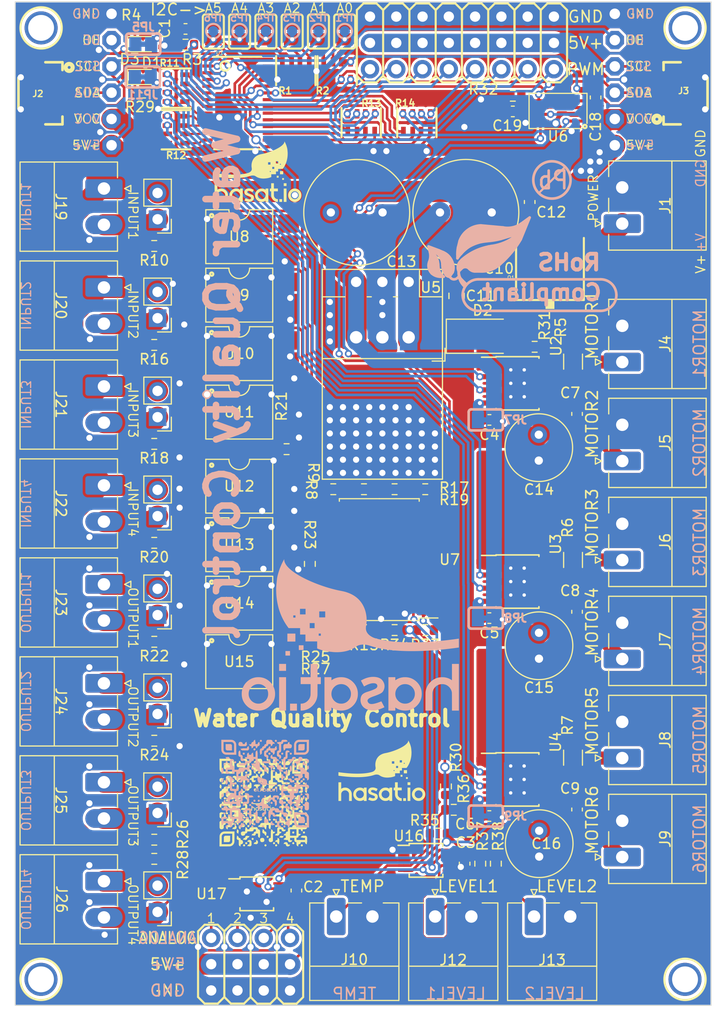
<source format=kicad_pcb>
(kicad_pcb (version 20221018) (generator pcbnew)
  (layers (0 "F.Cu" signal) (31 "B.Cu" signal) (34 "B.Paste" user) (35 "F.Paste" user) (36 "B.SilkS" user "B.Silkscreen") (37 "F.SilkS" user "F.Silkscreen") (38 "B.Mask" user) (39 "F.Mask" user) (44 "Edge.Cuts" user))
  (net 0 "")
  (net 1 "Net-(Q1-D)")
  (net 2 "GND")
  (net 3 "VCC")
  (net 4 "Net-(U2-OUT1)")
  (net 5 "/A2")
  (net 6 "/A3")
  (net 7 "/A4")
  (net 8 "/A5")
  (net 9 "/A0")
  (net 10 "/A1")
  (net 11 "/PWM7")
  (net 12 "/PWM6")
  (net 13 "/PWM5")
  (net 14 "/PWM4")
  (net 15 "/PWM15")
  (net 16 "/PWM14")
  (net 17 "/PWM13")
  (net 18 "/PWM12")
  (net 19 "/PWM3")
  (net 20 "/PWM2")
  (net 21 "/PWM1")
  (net 22 "/PWM0")
  (net 23 "/PWM11")
  (net 24 "/PWM10")
  (net 25 "/PWM9")
  (net 26 "/PWM8")
  (net 27 "/P4")
  (net 28 "/P5")
  (net 29 "/P6")
  (net 30 "/P7")
  (net 31 "/P0")
  (net 32 "/P1")
  (net 33 "/P2")
  (net 34 "/P3")
  (net 35 "/P8")
  (net 36 "/P9")
  (net 37 "/P10")
  (net 38 "/P11")
  (net 39 "Net-(U2-OUT2)")
  (net 40 "Net-(U3-OUT1)")
  (net 41 "Net-(U3-OUT2)")
  (net 42 "Net-(U4-OUT1)")
  (net 43 "Net-(U4-OUT2)")
  (net 44 "Net-(U2-VREF)")
  (net 45 "Net-(U2-ISEN)")
  (net 46 "Net-(U3-ISEN)")
  (net 47 "Net-(U4-ISEN)")
  (net 48 "Net-(U3-VREF)")
  (net 49 "Net-(U4-VREF)")
  (net 50 "Net-(D2-A)")
  (net 51 "/Ain0")
  (net 52 "/Ain1")
  (net 53 "/Ain2")
  (net 54 "/Ain3")
  (net 55 "/Ain4")
  (net 56 "/Ain5")
  (net 57 "/Ain6")
  (net 58 "/Ain7")
  (net 59 "/P12")
  (net 60 "/P13")
  (net 61 "/P14")
  (net 62 "/P15")
  (net 63 "/I1")
  (net 64 "/I2")
  (net 65 "/I3")
  (net 66 "/I4")
  (net 67 "/In1")
  (net 68 "Net-(R10-Pad1)")
  (net 69 "/In2")
  (net 70 "Net-(U7-~{RESET})")
  (net 71 "Net-(R16-Pad1)")
  (net 72 "/In3")
  (net 73 "Net-(R18-Pad1)")
  (net 74 "/In4")
  (net 75 "Net-(R20-Pad1)")
  (net 76 "Net-(R21-Pad1)")
  (net 77 "/Out1")
  (net 78 "Net-(R23-Pad1)")
  (net 79 "/Out2")
  (net 80 "Net-(R25-Pad1)")
  (net 81 "/Out3")
  (net 82 "Net-(R27-Pad1)")
  (net 83 "/Out4")
  (net 85 "Net-(D3-K)")
  (net 86 "Net-(D3-A)")
  (net 87 "Net-(D1-K)")
  (net 88 "Net-(D1-A)")
  (net 91 "+3.3V")
  (net 92 "+5V")
  (net 93 "/SDA_A")
  (net 94 "/SCL_A")
  (net 95 "/SDA_B")
  (net 96 "/SCL_B")
  (net 98 "/OE")
  (net 99 "/O1A")
  (net 100 "/O1B")
  (net 101 "/O2A")
  (net 102 "/O2B")
  (net 103 "/O3A")
  (net 104 "/O3B")
  (net 105 "/O4A")
  (net 106 "/O4B")
  (footprint "Adafruit PCA9685 rev C:3X02" (layer "F.Cu") (at 150.342824 53.23)
    (fp_text reference "JP13" hide)
    (fp_text value "Header 2x3")
  )
  (footprint "Capacitor_SMD:C_0603_1608Metric" (layer "F.Cu") (at 164.0087 89.07328 -90)
    (fp_text reference "C7")
    (fp_text value "0.1uF/35v")
  )
  (footprint "Resistor_SMD:R_0603_1608Metric" (layer "F.Cu") (at 123.14 120.65 180)
    (fp_text reference "R24")
    (fp_text value "100R")
  )
  (footprint "Capacitor_SMD:C_0603_1608Metric" (layer "F.Cu") (at 140.44 109.96 180)
    (fp_text reference "C17")
    (fp_text value "0.1uF")
  )
  (footprint "Connector_Phoenix_MC:PhoenixContact_MC_1,5_2-G-3.5_1x02_P3.50mm_Horizontal" (layer "F.Cu") (at 118.275322 105.539172 -90)
    (fp_text reference "J23")
    (fp_text value "TERMBLOCK_1X2")
  )
  (footprint "Resistor_SMD:R_0603_1608Metric" (layer "F.Cu") (at 123.14 132.06 180)
    (fp_text reference "R28")
    (fp_text value "100R")
  )
  (footprint "Capacitor_SMD:C_0603_1608Metric" (layer "F.Cu") (at 153.141613 132.525 -90)
    (fp_text reference "C3")
    (fp_text value "0.1uF")
  )
  (footprint "Resistor_SMD:R_0603_1608Metric" (layer "F.Cu") (at 126.159003 53.4)
    (fp_text reference "R3")
    (fp_text value "10K")
  )
  (footprint "LED_SMD:LED_0603_1608Metric" (layer "F.Cu") (at 122.0525 56.52)
    (fp_text reference "D1")
    (fp_text value "GREEN")
  )
  (footprint "Connector_Phoenix_MC:PhoenixContact_MC_1,5_2-G-3.5_1x02_P3.50mm_Horizontal" (layer "F.Cu") (at 118.275322 86.419172 -90)
    (fp_text reference "J21")
    (fp_text value "TERMBLOCK_1X2")
  )
  (footprint "Adafruit PCA9685 rev C:RESPACK_4X0603" (layer "F.Cu") (at 136.82 55.91)
    (fp_text reference "R1")
    (fp_text value "10k/603x4" hide)
  )
  (footprint "Resistor_SMD:R_0603_1608Metric" (layer "F.Cu") (at 156.161613 132.525 -90)
    (fp_text reference "R38")
    (fp_text value "270R")
  )
  (footprint "Resistor_SMD:R_0603_1608Metric" (layer "F.Cu") (at 123.135 82.41 180)
    (fp_text reference "R16")
    (fp_text value "750R")
  )
  (footprint "Resistor_SMD:R_0603_1608Metric" (layer "F.Cu") (at 150.61 129.625 180)
    (fp_text reference "R35")
    (fp_text value "270R")
  )
  (footprint "Connector_Phoenix_MC:PhoenixContact_MC_1,5_2-G-3.5_1x02_P3.50mm_Horizontal" (layer "F.Cu") (at 118.275322 76.855992 -90)
    (fp_text reference "J20")
    (fp_text value "TERMBLOCK_1X2")
  )
  (footprint "Converter_DCDC:Converter_DCDC_RECOM_R-78B-2.0_THT" (layer "F.Cu") (at 147.73 81.67 180)
    (fp_text reference "REF**" hide)
    (fp_text value "Converter_DCDC_RECOM_R-78B-2.0_THT")
  )
  (footprint "Connector_Phoenix_MC:PhoenixContact_MC_1,5_2-G-3.5_1x02_P3.50mm_Horizontal" (layer "F.Cu") (at 140.727535 137.631672)
    (fp_text reference "J10")
    (fp_text value "TERMBLOCK_1X2")
  )
  (footprint "Resistor_SMD:R_0603_1608Metric" (layer "F.Cu") (at 123.14 111.09 180)
    (fp_text reference "R22")
    (fp_text value "100R")
  )
  (footprint "Connector_Phoenix_MC:PhoenixContact_MC_1,5_2-G-3.5_1x02_P3.50mm_Horizontal" (layer "F.Cu") (at 168.3775 131.88424 90)
    (fp_text reference "J9")
    (fp_text value "TERMBLOCK_1X2")
  )
  (footprint "Resistor_SMD:R_0603_1608Metric" (layer "F.Cu") (at 154.651613 132.525 -90)
    (fp_text reference "R37")
    (fp_text value "270R")
  )
  (footprint "Adafruit PCA9685 rev C:SOLDERJUMPER_REFLOW_NOPASTE" (layer "F.Cu") (at 136.469077 52.127979 -90)
    (fp_text reference "SJ_A2")
    (fp_text value "SOLDERJUMPERREFLOW_NOPASTE")
  )
  (footprint "Capacitor_THT:C_Radial_D10.0mm_H20.0mm_P5.00mm" (layer "F.Cu") (at 140.21 69.61)
    (fp_text reference "C13")
    (fp_text value "1000uF/35v")
  )
  (footprint "Package_SO:TSSOP-10_3x3mm_P0.5mm" (layer "F.Cu") (at 133.05 135.4403)
    (fp_text reference "U17")
    (fp_text value "ADS1115IDGS")
  )
  (footprint "Resistor_SMD:R_0603_1608Metric" (layer "F.Cu") (at 138.18 106.525 -90)
    (fp_text reference "R25")
    (fp_text value "200R")
  )
  (footprint "Resistor_SMD:R_0603_1608Metric" (layer "F.Cu") (at 138.18 103.565 -90)
    (fp_text reference "R23")
    (fp_text value "200R")
  )
  (footprint "Resistor_SMD:R_0603_1608Metric" (layer "F.Cu") (at 157.8 58.335 180)
    (fp_text reference "R32")
    (fp_text value "10K")
  )
  (footprint "Capacitor_SMD:C_0805_2012Metric" (layer "F.Cu") (at 152.36 77.67 90)
    (fp_text reference "C11")
    (fp_text value "10uF/100v")
  )
  (footprint "Capacitor_SMD:C_0603_1608Metric" (layer "F.Cu") (at 164.0087 127.29424 -90)
    (fp_text reference "C9")
    (fp_text value "0.1uF/35v")
  )
  (footprint "Resistor_SMD:R_0603_1608Metric" (layer "F.Cu") (at 123.14 130.21 180)
    (fp_text reference "R26")
    (fp_text value "100R")
  )
  (footprint "Resistor_SMD:R_1206_3216Metric" (layer "F.Cu") (at 163.6237 84.02328 -90)
    (fp_text reference "R5")
    (fp_text value "250m/1w")
  )
  (footprint "Adafruit PCA9685 rev C:SOLDERJUMPER_REFLOW_NOPASTE" (layer "F.Cu") (at 139.009077 52.127979 -90)
    (fp_text reference "SJ_A1")
    (fp_text value "SOLDERJUMPERREFLOW_NOPASTE")
  )
  (footprint "Connector_PinHeader_2.54mm:PinHeader_1x02_P2.54mm_Vertical" (layer "F.Cu") (at 123.45784 118.069172 180)
    (fp_text reference "J33" hide)
    (fp_text value "Conn_01x02")
  )
  (footprint "Connector_Phoenix_MC:PhoenixContact_MC_1,5_2-G-3.5_1x02_P3.50mm_Horizontal" (layer "F.Cu") (at 118.275147 95.979172 -90)
    (fp_text reference "J22")
    (fp_text value "TERMBLOCK_1X2")
  )
  (footprint "Capacitor_SMD:C_0603_1608Metric" (layer "F.Cu") (at 165.8 58.5 -90)
    (fp_text reference "C18")
    (fp_text value "0.1uF")
  )
  (footprint "Capacitor_THT:C_Radial_D6.3mm_H11.0mm_P2.50mm" (layer "F.Cu") (at 160.3487 129.34424 -90)
    (fp_text reference "C16")
    (fp_text value "47uF/35v")
  )
  (footprint "Adafruit PCA9685 rev C:TSSOP28" (layer "F.Cu") (at 131.2022 59.0383 -90)
    (fp_text reference "U1")
    (fp_text value "PCA9685")
  )
  (footprint "Resistor_SMD:R_0603_1608Metric" (layer "F.Cu") (at 151.335 125.063448 90)
    (fp_text reference "R30")
    (fp_text value "2K")
  )
  (footprint "Connector_Phoenix_MC:PhoenixContact_MC_1,5_2-G-3.5_1x02_P3.50mm_Horizontal" (layer "F.Cu") (at 118.275322 124.659172 -90)
    (fp_text reference "J25")
    (fp_text value "TERMBLOCK_1X2")
  )
  (footprint "Adafruit PCA9685 rev C:MOUNTINGHOLE_2.5_PLATED" (layer "F.Cu") (at 174.446 143.702)
    (fp_text reference "U$e" hide)
    (fp_text value "MOUNTINGHOLE2.5" hide)
  )
  (footprint "Adafruit PCA9685 rev C:TO252" (layer "F.Cu") (at 161.39 75.91)
    (fp_text reference "Q1")
    (fp_text value "AOD417")
  )
  (footprint "Adafruit PCA9685 rev C:SOLDERJUMPER_REFLOW_NOPASTE" (layer "F.Cu") (at 128.849077 52.127979 -90)
    (fp_text reference "SJ_A5")
    (fp_text value "SOLDERJUMPERREFLOW_NOPASTE")
  )
  (footprint "Package_SO:Texas_HTSOP-8-1EP_3.9x4.9mm_P1.27mm_EP2.95x4.9mm_Mask2.4x3.1mm_ThermalVias" (layer "F.Cu") (at 158.2537 86.11828)
    (fp_text reference "U2")
    (fp_text value "DRV8870DDA")
  )
  (footprint "Connector_Phoenix_MC:PhoenixContact_MC_1,5_2-G-3.5_1x02_P3.50mm_Horizontal" (layer "F.Cu") (at 168.3815 84.06424 90)
    (fp_text reference "J4")
    (fp_text value "TERMBLOCK_1X2")
  )
  (footprint "Capacitor_SMD:C_0603_1608Metric" (layer "F.Cu") (at 155.5307 108.80328 180)
    (fp_text reference "C5")
    (fp_text value "0.1uF")
  )
  (footprint "PCM_Package_DIP_AKL:SMDIP-4_W9.53mm" (layer "F.Cu") (at 131.355 101.71)
    (fp_text reference "U13")
    (fp_text value "LTV-817S" hide)
  )
  (footprint "Capacitor_THT:C_Radial_D6.3mm_H11.0mm_P2.50mm" (layer "F.Cu") (at 160.3087 91.08328 -90)
    (fp_text reference "C14")
    (fp_text value "47uF/35v")
  )
  (footprint "Connector_PinHeader_2.54mm:PinHeader_1x02_P2.54mm_Vertical" (layer "F.Cu") (at 123.46 70.269172 180)
    (fp_text reference "J28" hide)
    (fp_text value "Conn_01x02")
  )
  (footprint "Connector_PinHeader_2.54mm:PinHeader_1x02_P2.54mm_Vertical" (layer "F.Cu") (at 123.45784 137.189172 180)
    (fp_text reference "J35" hide)
    (fp_text value "Conn_01x02")
  )
  (footprint "Package_SO:SOIC-18W_7.5x11.6mm_P1.27mm" (layer "F.Cu") (at 144.89 103.15 180)
    (fp_text reference "U7")
    (fp_text value "MCP23008-xSO")
  )
  (footprint "Adafruit PCA9685 rev C:MOUNTINGHOLE_2.5_PLATED" (layer "F.Cu") (at 112.19 143.702)
    (fp_text reference "U$48" hide)
    (fp_text value "MOUNTINGHOLE2.5" hide)
  )
  (footprint "Adafruit PCA9685 rev C:RESPACK_4X0603" (layer "F.Cu") (at 125.25 57.6 90)
    (fp_text reference "R11")
    (fp_text value "220R/603x4" hide)
  )
  (footprint "Adafruit PCA9685 rev C:RESPACK_4X0603" (layer "F.Cu") (at 143.146382 60.933107)
    (fp_text reference "R13")
    (fp_text value "220R/603x4" hide)
  )
  (footprint "Adafruit PCA9685 rev C:RESPACK_4X0603" (layer "F.Cu") (at 125.25 61.62 90)
    (fp_text reference "R12")
    (fp_text value "220R/603x4" hide)
  )
  (footprint "Resistor_SMD:R_0603_1608Metric" (layer "F.Cu") (at 123.135 101.53 180)
    (fp_text reference "R20")
    (fp_text value "750R")
  )
  (footprint "Resistor_SMD:R_0603_1608Metric" (layer "F.Cu") (at 152.09 127.323448 180)
    (fp_text reference "R36")
    (fp_text value "10K")
  )
  (footprint "Capacitor_SMD:C_0603_1608Metric" (layer "F.Cu") (at 157.8 59.85 180)
    (fp_text reference "C19")
    (fp_text value "0.1uF")
  )
  (footprint "Capacitor_SMD:C_0603_1608Metric" (layer "F.Cu") (at 126.16 51.88 180)
    (fp_text reference "C1")
    (fp_text value "10uF")
  )
  (footprint "Capacitor_SMD:C_0603_1608Metric" (layer "F.Cu") (at 136.88 135.120972 90)
    (fp_text reference "C2")
    (fp_text value "0.1uF")
  )
  (footprint "Adafruit PCA9685 rev C:SOLDERJUMPER_REFLOW_NOPASTE" (layer "F.Cu") (at 133.929077 52.127979 -90)
    (fp_text reference "SJ_A3")
    (fp_text value "SOLDERJUMPERREFLOW_NOPASTE")
  )
  (footprint "Connectors:1X04_1MM_RA_STRESSRELIEF" (layer "F.Cu") (at 114.61284 58.098778 -90)
    (fp_text reference "J2")
    (fp_text value "QWIIC_RIGHT_ANGLE" hide)
  )
  (footprint "Adafruit PCA9685 rev C:3X02" (layer "F.Cu") (at 145.262824 53.23)
    (fp_text reference "JP12" hide)
    (fp_text value "Header 2x3")
  )
  (footprint "PCM_Package_SO_AKL:SSOP-8_2.95x2.8mm_P0.65mm" (layer "F.Cu") (at 162.17 59.805 180)
    (fp_text reference "U6")
    (fp_text value "TCA9406DC" hide)
  )
  (footprint "Resistor_SMD:R_0603_1608Metric" (layer "F.Cu") (at 146.37 96.35)
    (fp_text reference "R17")
    (fp_text value "10K")
  )
  (footprint "PCM_Package_DIP_AKL:SMDIP-4_W9.53mm" (layer "F.Cu") (at 131.355 113.01)
    (fp_text reference "U15")
    (fp_text value "LTV-817S" hide)
  )
  (footprint "Adafruit PCA9685 rev C:RESPACK_4X0603" (layer "F.Cu") (at 140.82 55.91)
    (fp_text reference "R2")
    (fp_text value "10k/603x4" hide)
  )
  (footprint "PCM_Package_DIP_AKL:SMDIP-4_W9.53mm" (layer "F.Cu") (at 131.355 107.36)
    (fp_text reference "U14")
    (fp_text value "LTV-817S" hide)
  )
  (footprint "Connector_PinHeader_2.54mm:PinHeader_1x02_P2.54mm_Vertical" (layer "F.Cu") (at 123.45932 79.825992 180)
    (fp_text reference "J29" hide)
    (fp_text value "Conn_01x02")
  )
  (footprint "Package_SO:Texas_HTSOP-8-1EP_3.9x4.9mm_P1.27mm_EP2.95x4.9mm_Mask2.4x3.1mm_ThermalVias" (layer "F.Cu") (at 158.2487 105.27328)
    (fp_text reference "U3")
    (fp_text value "DRV8870DDA")
  )
  (footprint "Package_SO:Texas_HTSOP-8-1EP_3.9x4.9mm_P1.27mm_EP2.95x4.9mm_Mask2.4x3.1mm_ThermalVias" (layer "F.Cu") (at 158.2437 124.38924)
    (fp_text reference "U4")
    (fp_text value "DRV8870DDA")
  )
  (footprint "Resistor_SMD:R_0603_1608Metric" (layer "F.Cu") (at 143.40818 109.96 180)
    (fp_text reference "R15")
    (fp_text value "10K")
  )
  (footprint "Resistor_SMD:R_0603_1608Metric" (layer "F.Cu") (at 149.335 96.35)
    (fp_text reference "R19")
    (fp_text value "10K")
  )
  (footprint "Resistor_SMD:R_1206_3216Metric" (layer "F.Cu") (at 163.62086 103.18328 -90)
    (fp_text reference "R6")
    (fp_text value "250m/1w")
  )
  (footprint "Connectors:1X04_1MM_RA_STRESSRELIEF" (layer "F.Cu") (at 172.023715 58.10092 90)
    (fp_text reference "J3")
    (fp_text value "QWIIC_RIGHT_ANGLE" hide)
  )
  (footprint "Connector_PinHeader_2.54mm:PinHeader_1x02_P2.54mm_Vertical" (layer "F.Cu") (at 123.45784 127.629172 180)
    (fp_text reference "J34" hide)
    (fp_text value "Conn_01x02")
  )
  (footprint "Adafruit PCA9685 rev C:3X02" (layer "F.Cu") (at 134.992535 142.240972)
    (fp_text reference "JP1" hide)
    (fp_text value "Header 2x3")
  )
  (footprint "Resistor_SMD:R_0603_1608Metric" (layer "F.Cu") (at 159.91 82.59 180)
    (fp_text reference "R31")
    (fp_text value "100k")
  )
  (footprint "PCM_Package_DIP_AKL:SMDIP-4_W9.53mm" (layer "F.Cu") (at 131.355 71.951117)
    (fp_text reference "U8")
    (fp_text value "LTV-817S" hide)
  )
  (footprint "Diode_SMD:D_SMA" (layer "F.Cu") (at 154.88 81.57)
    (fp_text reference "D2")
    (fp_text value "Z1SMA4740")
  )
  (footprint "Connector_PinHeader_2.54mm:PinHeader_1x02_P2.54mm_Vertical" (layer "F.Cu") (at 123.46 89.389172 180)
    (fp_text reference "J30" hide)
    (fp_text value "Conn_01x02")
  )
  (footprint "LED_SMD:LED_0603_1608Metric" (layer "F.Cu") (at 122.0555 53.35)
    (fp_text reference "D3")
    (fp_text value "RED")
  )
  (footprint "Resistor_SMD:R_0603_1608Metric" (layer "F.Cu") (at 138.18 109.49 90)
    (fp_text reference "R27")
    (fp_text value "200R")
  )
  (footprint "Capacitor_SMD:C_0603_1608Metric" (layer "F.Cu") (at 159.43 68.6 -90)
    (fp_text reference "C12")
    (fp_text value "10uF")
  )
  (footprint "Adafruit PCA9685 rev C:1X06-CLEANBIG" (layer "F.Cu") (at 119.01 56.77 90)
    (fp_text reference "JP3" hide)
    (fp_text value "PINHD-1X6CB")
  )
  (footprint "Resistor_SMD:R_0603_1608Metric" (layer "F.Cu") (at 149.34318 109.95818)
    (fp_text reference "R33")
    (fp_text value "10K")
  )
  (footprint "Connector_Phoenix_MC:PhoenixContact_MC_1,5_2-G-3.5_1x02_P3.50mm_Horizontal" (layer "F.Cu") (at 118.275322 67.299172 -90)
    (fp_text reference "J19")
    (fp_text value "TERMBLOCK_1X2")
  )
  (footprint "Resistor_SMD:R_0603_1608Metric" (layer "F.Cu") (at 143.41 96.35)
    (fp_text reference "R9")
    (fp_text value "10K")
  )
  (footprint "Capacitor_SMD:C_0603_1608Metric" (layer "F.Cu") (at 155.5287 127.92424 180)
    (fp_text reference "C6")
    (fp_text value "0.1uF")
  )
  (footprint "Capacitor_THT:C_Radial_D10.0mm_H20.0mm_P5.00mm" (layer "F.Cu") (at 150.76 69.61)
    (fp_text reference "C10")
    (fp_text value "1000uF/35v")
  )
  (footprint "Adafruit PCA9685 rev C:SOLDERJUMPER_REFLOW_NOPASTE" (layer "F.Cu") (at 141.549077 52.127979 -90)
    (fp_text reference "SJ_A0")
    (fp_text value "SOLDERJUMPERREFLOW_NOPASTE")
  )
  (footprint "Connector_Phoenix_MC:PhoenixContact_MC_1,5_2-G-3.5_1x02_P3.50mm_Horizontal" (layer "F.Cu") (at 118.275147 115.099172 -90)
    (fp_text reference "J24")
    (fp_text value "TERMBLOCK_1X2")
  )
  (footprint "Adafruit PCA9685 rev C:SOLDERJUMPER_REFLOW_NOPASTE" (layer "F.Cu") (at 131.389077 52.127979 -90)
    (fp_text reference "SJ_A4")
    (fp_text value "SOLDERJUMPERREFLOW_NOPASTE")
  )
  (footprint "Resistor_SMD:R_0603_1608Metric" (layer "F.Cu") (at 122.0555 51.83 180)
    (fp_text reference "R4")
    (fp_text value "750R")
  )
  (footprint "Connector_PinHeader_2.54mm:PinHeader_1x02_P2.54mm_Vertical" (layer "F.Cu") (at 123.46 108.509172 180)
    (fp_text reference "J32" hide)
    (fp_text value "Conn_01x02")
  )
  (footprint "Graphics:qr-WaterQualityControl" (layer "F.Cu") (at 133.68 126.62)
    (fp_text reference "G***" hide)
    (fp_text value "LOGO" hide)
  )
  (footprint "Capacitor_THT:C_Radial_D6.3mm_H11.0mm_P2.50mm" (layer "F.Cu") (at 160.3287 110.22328 -90)
    (fp_text reference "C15")
    (fp_text value "47uF/35v")
  )
  (footprint "Adafruit PCA9685 rev C:3X02" (layer "F.Cu") (at 129.912535 142.234172)
    (fp_text reference "JP2" hide)
    (fp_text value "Header 2x3")
  )
  (footprint "PCM_Package_DIP_AKL:SMDIP-4_W9.53mm" (layer "F.Cu") (at 131.355 83.25)
    (fp_text reference "U10")
    (fp_text value "LTV-817S" hide)
  )
  (footprint "Resistor_SMD:R_0603_1608Metric" (layer "F.Cu") (at 122.0555 58.03 180)
    (fp_text reference "R29")
    (fp_text value "1k3")
  )
  (footprint "Converter_DCDC:Converter_DCDC_RECOM_R-78HB-0.5L_THT" (layer "F.Cu") (at 147.73 76.32 180)
    (fp_text reference "U5")
    (fp_text value "K7805-2000R3L")
  )
  (footprint "Connector_Phoenix_MC:PhoenixContact_MC_1,5_2-G-3.5_1x02_P3.50mm_Horizontal" (layer "F.Cu") (at 118.277401 134.219172 -90)
    (fp_text reference "J26")
    (fp_text value "TERMBLOCK_1X2")
  )
  (footprint "Connector_Phoenix_MC:PhoenixContact_MC_1,5_2-G-3.5_1x02_P3.50mm_Horizontal" (layer "F.Cu") (at 168.379 112.75424 90)
    (fp_text reference "J7")
    (fp_text value "TERMBLOCK_1X2")
  )
  (footprint "PCM_Package_DIP_AKL:SMDIP-4_W9.53mm" (layer "F.Cu") (at 131.355 88.9)
    (fp_text reference "U11")
    (fp_text value "LTV-817S" hide)
  )
  (footprint "Adafruit PCA9685 rev C:MOUNTINGHOLE_2.5_PLATED" (layer "F.Cu") (at 112.2 51.78)
    (fp_text reference "U$47" hide)
    (fp_text value "MOUNTINGHOLE2.5" hide)
  )
  (footprint "Connector_Phoenix_MC:PhoenixContact_MC_1,5_2-G-3.5_1x02_P3.50mm_Horizontal" (layer "F.Cu") (at 168.3775 122.32424 90)
    (fp_text reference "J8")
    (fp_text value "TERMBLOCK_1X2")
  )
  (footprint "Resistor_SMD:R_0603_1608Metric" (layer "F.Cu") (at 146.37318 109.95818 180)
    (fp_text reference "R34")
    (fp_text value "10K")
  )
  (footprint "Resistor_SMD:R_0603_1608Metric" (layer "F.Cu") (at 123.135 91.97 180)
    (fp_text reference "R18")
    (fp_text value "750R")
  )
  (footprint "Connector_Phoenix_MC:PhoenixContact_MC_1,5_2-G-3.5_1x02_P3.50mm_Horizontal" (layer "F.Cu") (at 159.85 137.63174)
    (fp_text reference "J13")
    (fp_text value "TERMBLOCK_1X2")
  )
  (footprint "Adafruit PCA9685 rev C:MOUNTINGHOLE_2.5_PLATED" (layer "F.Cu") (at 174.45 51.78)
    (fp_text reference "U$49" hide)
    (fp_text value "MOUNTINGHOLE2.5" hide)
  )
  (footprint "Connector_Phoenix_MC:PhoenixContact_MC_1,5_2-G-3.5_1x02_P3.50mm_Horizontal" (layer "F.Cu") (at 168.3815 103.18924 90)
    (fp_text reference "J6")
    (fp_text value "TERMBLOCK_1X2")
  )
  (footprint "Adafruit PCA9685 rev C:3X02" (layer "F.Cu") (at 155.422824 53.23)
    (fp_text reference "JP14" hide)
    (fp_text value "Header 2x3")
  )
  (footprint "Resistor_SMD:R_0603_1608Metric" (layer "F.Cu") (at 135.93 92.48)
    (fp_text reference "R21")
    (fp_text value "200R")
  )
  (footprint "Package_SO:TSSOP-10_3x3mm_P0.5mm" (layer "F.Cu") (at 149.41 132.205)
    (fp_text reference "U16")
    (fp_text value "ADS1115IDGS")
  )
  (footprint "Adafruit PCA9685 rev C:3X02" (layer "F.Cu") (at 160.502824 53.23)
    (fp_text reference "JP15" hide)
    (fp_text value "Header 2x3")
  )
  (footprint "Adafruit PCA9685 rev C:1X06-CLEANBIG" (layer "F.Cu") (at 167.65743 56.77 90)
    (fp_text reference "JP4" hide)
    (fp_text value "PINHD-1X6CB")
  )
  (footprint "Adafruit PCA9685 rev C:RESPACK_4X0603" (layer "F.Cu") (at 148.524431 60.933799)
    (fp_text reference "R14")
    (fp_text value "220R/603x4" hide)
  )
  (footprint "Graphics:Hasatio_logo_micro" (layer "F.Cu") (at 145.14 123.54)
    (fp_text reference "G***" hide)
    (fp_text value "LOGO" hide)
  )
  (footprint "Connector_Phoenix_MC:PhoenixContact_MC_1,5_2-G-3.5_1x02_P3.50mm_Horizontal" (layer "F.Cu") (at 168.375948 70.69 90)
    (fp_text reference "J1")
    (fp_text value "TERMBLOCK_1X2")
  )
  (footprint "Connector_Phoenix_MC:PhoenixContact_MC_1,5_2-G-3.5_1x02_P3.50mm_Horizontal" (layer "F.Cu") (at 150.29 137.63174)
    (fp_text reference "J12")
    (fp_text value "TERMBLOCK_1X2")
  )
  (footprint "PCM_Package_DIP_AKL:SMDIP-4_W9.53mm" (layer "F.Cu") (at 131.355 96.06)
    (fp_text reference "U12")
    (fp_text value "LTV-817S" hide)
  )
  (footprint "Resistor_SMD:R_0603_1608Metric" (layer "F.Cu") (at 123.135 72.85 180)
    (fp_text reference "R10")
    (fp_text value "750R")
  )
  (footprint "Capacitor_SMD:C_0603_1608Metric" (layer "F.Cu") (at 164.0087 108.19328 -90)
    (fp_text reference "C8")
    (fp_text value "0.1uF/35v")
  )
  (footprint "PCM_Package_DIP_AKL:SMDIP-4_W9.53mm" (layer "F.Cu") (at 131.355 77.6)
    (fp_text reference "U9")
    (fp_text value "LTV-817S" hide)
  )
  (footprint "Capacitor_SMD:C_0603_1608Metric" (layer "F.Cu") (at 155.5367 89.65328 180)
    (fp_text reference "C4")
    (fp_text value "0.1uF")
  )
  (footprint "Connector_Phoenix_MC:PhoenixContact_MC_1,5_2-G-3.5_1x02_P3.50mm_Horizontal" (layer "F.Cu") (at 168.3815 93.62424 90)
    (fp_text reference "J5")
    (fp_text value "TERMBLOCK_1X2")
  )
  (footprint "Resistor_SMD:R_0603_1608Metric" (layer "F.Cu") (at 140.445 96.35)
    (fp_text reference "R8")
    (fp_text value "10K")
  )
  (footprint "Connector_PinHeader_2.54mm:PinHeader_1x02_P2.54mm_Vertical" (layer "F.Cu") (at 123.459825 98.949172 180)
    (fp_text reference "J31" hide)
    (fp_text value "Conn_01x02")
  )
  (footprint "Graphics:Hasatio_logo_micro" (layer "F.Cu") (at 133.17 65.6648)
    (fp_text reference "G***" hide)
    (fp_text value "LOGO" hide)
  )
  (footprint "Resistor_SMD:R_1206_3216Metric" (layer "F.Cu") (at 163.6187 122.28674 -90)
    (fp_text reference "R7")
    (fp_text value "250m/1w")
  )
  (footprint "Adafruit PCA9685 rev C:TESTPOINT_ROUND_1MM" (layer "B.Cu") (at 136.470922 52.095979 -90)
    (fp_text reference "TP3")
    (fp_text value "TESTPOINTROUND1MM")
  )
  (footprint "OLIMEX_Jumpers-FP:SJ_Closed" (layer "B.Cu") (at 155.185 108.80328)
    (fp_text reference "JP8")
    (fp_text value "JUMPER-SMT_2_NC_TRACE_SILK")
  )
  (footprint "Adafruit PCA9685 rev C:TESTPOINT_ROUND_1MM" (layer "B.Cu") (at 141.550922 52.095979 -90)
    (fp_text reference "TP1")
    (fp_text value "TESTPOINTROUND1MM")
  )
  (footprint "Graphics:Hasatio_logo_mini" (layer "B.Cu") (at 142.09 110.42 180)
    (fp_text reference "G***" hide)
    (fp_text value "LOGO" hide)
  )
  (footprint "Adafruit PCA9685 rev C:TESTPOINT_ROUND_1MM" (layer "B.Cu") (at 133.930922 52.095979 -90)
    (fp_text reference "TP4")
    (fp_text value "TESTPOINTROUND1MM")
  )
  (footprint "OLIMEX_LOGOs-FP:LOGO_ROHS_1" (layer "B.Cu") (at 166.7945 78.4835 180)
    (fp_text reference "Sign_RoHS" hide)
    (fp_text value "Val**" hide)
  )
  (footprint "Adafruit PCA9685 rev C:TESTPOINT_ROUND_1MM" (layer "B.Cu") (at 131.390922 52.095979 -90)
    (fp_text reference "TP5")
    (fp_text value "TESTPOINTROUND1MM")
  )
  (footprint "OLIMEX_LOGOs-FP:LOGO_PBFREE" (layer "B.Cu") (at 161.7832 66.15504)
    (fp_text reference "Sign_Pb-Free")
    (fp_text value "")
  )
  (footprint "OLIMEX_Jumpers-FP:SJ_Closed" (layer "B.Cu") (at 122.0325 56.52 180)
    (fp_text reference "JP11")
    (fp_text value "JUMPER-SMT_2_NC_TRACE_SILK")
  )
  (footprint "Adafruit PCA9685 rev C:TESTPOINT_ROUND_1MM" (layer "B.Cu") (at 139.010922 52.095979 -90)
    (fp_text reference "TP2")
    (fp_text value "TESTPOINTROUND1MM")
  )
  (footprint "Adafruit PCA9685 rev C:TESTPOINT_ROUND_1MM" (layer "B.Cu") (at 128.850922 52.095979 -90)
    (fp_text reference "TP6")
    (fp_text value "TESTPOINTROUND1MM")
  )
  (footprint "OLIMEX_Jumpers-FP:SJ_Closed" (layer "B.Cu") (at 155.185 89.65328)
    (fp_text reference "JP7")
    (fp_text value "JUMPER-SMT_2_NC_TRACE_SILK")
  )
  (footprint "OLIMEX_Jumpers-FP:SJ_Closed" (layer "B.Cu") (at 122.0755 53.35 180)
    (fp_text reference "JP5")
    (fp_text value "JUMPER-SMT_2_NC_TRACE_SILK")
  )
  (footprint "Graphics:qr-WaterQualityControl" (layer "B.Cu") (at 133.86 124.79 180)
    (fp_text reference "G***" hide)
    (fp_text value "LOGO" hide)
  )
  (footprint "OLIMEX_Jumpers-FP:SJ_Closed" (layer "B.Cu") (at 155.185 127.92424)
    (fp_text reference "JP9")
    (fp_text value "JUMPER-SMT_2_NC_TRACE_SILK")
  )
  (gr_rect (start 109.7 49.27) (end 176.96 146.21) (stroke (width 0.1)) (fill none) (layer "Edge.Cuts"))
  (gr_text "VCC" (at 118.01 60.58) (layer "B.SilkS") (effects (font (size 0.89408 0.89408) (thickness 0.12192)) (justify left mirror)))
  (gr_text "INPUT2" (at 110.7 78.605992 -90) (layer "B.SilkS") (effects (font (size 0.89408 0.89408) (thickness 0.12192)) (justify mirror)))
  (gr_text "MOTOR6" (at 175.8315 130.13424 90) (layer "B.SilkS") (effects (font (size 1.1176 1.1176) (thickness 0.1524)) (justify mirror)))
  (gr_text "GND" (at 124.43 144.784172) (layer "B.SilkS") (effects (font (size 1.1176 1.1176) (thickness 0.1524)) (justify mirror)))
  (gr_text "OUTPUT4" (at 110.697921 135.969172 -90) (layer "B.SilkS") (effects (font (size 0.89408 0.89408) (thickness 0.12192)) (justify mirror)))
  (gr_text "MOTOR4" (at 175.8355 111.01924 90) (layer "B.SilkS") (effects (font (size 1.1176 1.1176) (thickness 0.1524)) (justify mirror)))
  (gr_text "V+" (at 175.95 73.57 90) (layer "B.SilkS") (effects (font (size 0.89408 0.89408) (thickness 0.12192)) (justify right mirror)))
  (gr_text "INPUT4" (at 110.700175 97.729172 -90) (layer "B.SilkS") (effects (font (size 0.89408 0.89408) (thickness 0.12192)) (justify mirror)))
  (gr_text "SDA" (at 118.01 58.04) (layer "B.SilkS") (effects (font (size 0.89408 0.89408) (thickness 0.12192)) (justify left mirror)))
  (gr_text "SDA" (at 168.66 58.04) (layer "B.SilkS") (effects (font (size 0.89408 0.89408) (thickness 0.12192)) (justify right mirror)))
  (gr_text "ANALOG\n" (at 124.43 139.704172) (layer "B.SilkS") (effects (font (size 1.1176 1) (thickness 0.1524)) (justify mirror)))
  (gr_text "MOTOR5" (at 175.8375 120.57424 90) (layer "B.SilkS") (effects (font (size 1.1176 1.1176) (thickness 0.1524)) (justify mirror)))
  (gr_text "TEMP" (at 142.477535 145.094172) (layer "B.SilkS") (effects (font (size 1.1176 1.1176) (thickness 0.1524)) (justify mirror)))
  (gr_text "VCC" (at 168.66 60.58) (layer "B.SilkS") (effects (font (size 0.89408 0.89408) (thickness 0.12192)) (justify right mirror)))
  (gr_text "OE" (at 168.66 52.96) (layer "B.SilkS") (effects (font (size 0.89408 0.89408) (thickness 0.12192)) (justify right mirror)))
  (gr_text "Water Quality Control" (at 129.76 86.1 90) (layer "B.SilkS") (effects (font (size 3.048 3.048) (thickness 0.635)) (justify mirror)))
  (gr_text "SCL" (at 118.01 55.5) (layer "B.SilkS") (effects (font (size 0.89408 0.89408) (thickness 0.12192)) (justify left mirror)))
  (gr_text "SCL" (at 168.66 55.5) (layer "B.SilkS") (effects (font (size 0.89408 0.89408) (thickness 0.12192)) (justify right mirror)))
  (gr_text "INPUT1" (at 110.7 69.049172 -90) (layer "B.SilkS") (effects (font (size 0.89408 0.89408) (thickness 0.12192)) (justify mirror)))
  (gr_text "5V+" (at 124.43 142.244172) (layer "B.SilkS") (effects (font (size 1.1176 1.1176) (thickness 0.1524)) (justify mirror)))
  (gr_text "GND" (at 168.66 50.42) (layer "B.SilkS") (effects (font (size 0.89408 0.89408) (thickness 0.12192)) (justify right mirror)))
  (gr_text "MOTOR1" (at 175.8415 82.31328 90) (layer "B.SilkS") (effects (font (size 1.1176 1.1176) (thickness 0.1524)) (justify mirror)))
  (gr_text "5V+" (at 168.66 63.12) (layer "B.SilkS") (effects (font (size 0.89408 0.89408) (thickness 0.12192)) (justify right mirror)))
  (gr_text "OE" (at 118.01 52.96) (layer "B.SilkS") (effects (font (size 0.89408 0.89408) (thickness 0.12192)) (justify left mirror)))
  (gr_text "5V+" (at 118.01 63.12) (layer "B.SilkS") (effects (font (size 0.89408 0.89408) (thickness 0.12192)) (justify left mirror)))
  (gr_text "LEVEL1" (at 152.27 145.08424) (layer "B.SilkS") (effects (font (size 1.1176 1.1176) (thickness 0.1524)) (justify mirror)))
  (gr_text "MOTOR3" (at 175.8415 101.46924 90) (layer "B.SilkS") (effects (font (size 1.1176 1.1176) (thickness 0.1524)) (justify mirror)))
  (gr_text "LEVEL2" (at 161.83 145.08424) (layer "B.SilkS") (effects (font (size 1.1176 1.1176) (thickness 0.1524)) (justify mirror)))
  (gr_text "GND" (at 175.95 64.38 90) (layer "B.SilkS") (effects (font (size 0.89408 0.89408) (thickness 0.12192)) (justify left mirror)))
  (gr_text "MOTOR2" (at 175.8355 91.86328 90) (layer "B.SilkS") (effects (font (size 1.1176 1.1176) (thickness 0.1524)) (justify mirror)))
  (gr_text "GND" (at 118.01 50.42) (layer "B.SilkS") (effects (font (size 0.89408 0.89408) (thickness 0.12192)) (justify left mirror)))
  (gr_text "OUTPUT2" (at 110.700175 116.849172 -90) (layer "B.SilkS") (effects (font (size 0.89408 0.89408) (thickness 0.12192)) (justify mirror)))
  (gr_text "OUTPUT3" (at 110.7 126.409172 -90) (layer "B.SilkS") (effects (font (size 0.89408 0.89408) (thickness 0.12192)) (justify mirror)))
  (gr_text "INPUT3" (at 110.7 88.169172 -90) (layer "B.SilkS") (effects (font (size 0.89408 0.89408) (thickness 0.12192)) (justify mirror)))
  (gr_text "OUTPUT1" (at 110.7 107.289172 -90) (layer "B.SilkS") (effects (font (size 0.89408 0.89408) (thickness 0.12192)) (justify mirror)))
  (gr_text "SCL" (at 168.66 55.5) (layer "F.SilkS") (effects (font (size 0.89408 0.89408) (thickness 0.12192)) (justify left)))
  (gr_text "INPUT2" (at 121.08148 79.46682 270) (layer "F.SilkS") (effects (font (size 0.89408 0.89408) (thickness 0.12192))))
  (gr_text "MOTOR3" (at 165.4603 99.60328 90) (layer "F.SilkS") (effects (font (size 1.1176 1.1176) (thickness 0.1524))))
  (gr_text "A5" (at 128.849077 49.87) (layer "F.SilkS") (effects (font (size 0.89408 0.89408) (thickness 0.12192))))
  (gr_text "2" (at 131.182535 137.81) (layer "F.SilkS") (effects (font (size 0.89408 0.89408) (thickness 0.12192))))
  (gr_text "5V+" (at 124.43 142.244172) (layer "F.SilkS") (effects (font (size 1.1176 1.1176) (thickness 0.1524))))
  (gr_text "VCC" (at 118.01 60.58) (layer "F.SilkS") (effects (font (size 0.89408 0.89408) (thickness 0.12192)) (justify right)))
  (gr_text "INPUT4" (at 121.081985 98.59 270) (layer "F.SilkS") (effects (font (size 0.89408 0.89408) (thickness 0.12192))))
  (gr_text "SDA" (at 118.01 58.04) (layer "F.SilkS") (effects (font (size 0.89408 0.89408) (thickness 0.12192)) (justify right)))
  (gr_text "A4" (at 131.389077 49.87) (layer "F.SilkS") (effects (font (size 0.89408 0.89408) (thickness 0.12192))))
  (gr_text "MOTOR6" (at 165.4603 128.29828 90) (layer "F.SilkS") (effects (font (size 1.1176 1.1176) (thickness 0.1524))))
  (gr_text "5V+" (at 168.66 63.12) (layer "F.SilkS") (effects (font (size 0.89408 0.89408) (thickness 0.12192)) (justify left)))
  (gr_text "A1" (at 139.009077 49.87) (layer "F.SilkS") (effects (font (size 0.89408 0.89408) (thickness 0.12192))))
  (gr_text "3" (at 133.722535 137.8168) (layer "F.SilkS") (effects (font (size 0.89408 0.89408) (thickness 0.12192))))
  (gr_text "A0" (at 141.549077 49.87) (layer "F.SilkS") (effects (font (size 0.89408 0.89408) (thickness 0.12192))))
  (gr_text "OUTPUT1" (at 121.08216 108.79 270) (layer "F.SilkS") (effects (font (size 0.89408 0.89408) (thickness 0.12192))))
  (gr_text "GND" (at 118.01 50.42) (layer "F.SilkS") (effects (font (size 0.89408 0.89408) (thickness 0.12192)) (justify right)))
  (gr_text "MOTOR5" (at 165.4603 118.73828 90) (layer "F.SilkS") (effects (font (size 1.1176 1.1176) (thickness 0.1524))))
  (gr_text "INPUT3" (at 121.08216 89.03 270) (layer "F.SilkS") (effects (font (size 0.89408 0.89408) (thickness 0.12192))))
  (gr_text "I2C->" (at 122.64 50.66) (layer "F.SilkS") (effects (font (size 1.1176 1.1176) (thickness 0.1524)) (justify left bottom)))
  (gr_text "V+" (at 175.95 73.57 90) (layer "F.SilkS") (effects (font (size 0.89408 0.89408) (thickness 0.12192)) (justify right)))
  (gr_text "OUTPUT4" (at 121.08 137.47 270) (layer "F.SilkS") (effects (font (size 0.89408 0.89408) (thickness 0.12192))))
  (gr_text "OE" (at 168.66 52.96) (layer "F.SilkS") (effects (font (size 0.89408 0.89408) (thickness 0.12192)) (justify left)))
  (gr_text "A3" (at 133.929077 49.87) (layer "F.SilkS") (effects (font (size 0.89408 0.89408) (thickness 0.12192))))
  (gr_text "INPUT1" (at 121.08216 69.91 270) (layer "F.SilkS") (effects (font (size 0.89408 0.89408) (thickness 0.12192))))
  (gr_text "OUTPUT3" (at 121.08 127.91 270) (layer "F.SilkS") (effects (font (size 0.89408 0.89408) (thickness 0.12192))))
  (gr_text "GND" (at 164.84 50.69) (layer "F.SilkS") (effects (font (size 1.1176 1.1176) (thickness 0.1524))))
  (gr_text "PWM" (at 164.84 55.77) (layer "F.SilkS") (effects (font (size 1.1176 1.1176) (thickness 0.1524))))
  (gr_text "OUTPUT2" (at 121.08 118.35 270) (layer "F.SilkS") (effects (font (size 0.89408 0.89408) (thickness 0.12192))))
  (gr_text "LEVEL2" (at 163.035 134.71424) (layer "F.SilkS") (effects (font (size 1.1176 1.1176) (thickness 0.1524))))
  (gr_text "MOTOR4" (at 165.4603 109.16828 90) (layer "F.SilkS") (effects (font (size 1.1176 1.1176) (thickness 0.1524))))
  (gr_text "POWER" (at 165.58 68.2 90) (layer "F.SilkS") (effects (font (size 0.89408 0.89408) (thickness 0.12192))))
  (gr_text "GND" (at 175.95 64.38 90) (layer "F.SilkS") (effects (font (size 0.89408 0.89408) (thickness 0.12192)) (justify left)))
  (gr_text "5V+" (at 164.84 53.23) (layer "F.SilkS") (effects (font (size 1.1176 1.1176) (thickness 0.1524))))
  (gr_text "Water Quality Control" (at 139.33 118.49) (layer "F.SilkS") (effects (font (size 1.524 1.524) (thickness 0.381))))
  (gr_text "ANALOG\n" (at 124.43 139.704172) (layer "F.SilkS") (effects (font (size 1.1176 1) (thickness 0.1524))))
  (gr_text "5V+" (at 118.01 63.12) (layer "F.SilkS") (effects (font (size 0.89408 0.89408) (thickness 0.12192)) (justify right)))
  (gr_text "SCL" (at 118.01 55.5) (layer "F.SilkS") (effects (font (size 0.89408 0.89408) (thickness 0.12192)) (justify right)))
  (gr_text "A2" (at 136.469077 49.87) (layer "F.SilkS") (effects (font (size 0.89408 0.89408) (thickness 0.12192))))
  (gr_text "GND" (at 168.66 50.42) (layer "F.SilkS") (effects (font (size 0.89408 0.89408) (thickness 0.12192)) (justify left)))
  (gr_text "MOTOR1" (at 165.4603 80.47828 90) (layer "F.SilkS") (effects (font (size 1.1176 1.1176) (thickness 0.1524))))
  (gr_text "1" (at 128.642535 137.81) (layer "F.SilkS") (effects (font (size 0.89408 0.89408) (thickness 0.12192))))
  (gr_text "VCC" (at 168.66 60.58) (layer "F.SilkS") (effects (font (size 0.89408 0.89408) (thickness 0.12192)) (justify left)))
  (gr_text "MOTOR2" (at 165.4603 90.03828 90) (layer "F.SilkS") (effects (font (size 1.1176 1.1176) (thickness 0.1524))))
  (gr_text "OE" (at 118.01 52.96) (layer "F.SilkS") (effects (font (size 0.89408 0.89408) (thickness 0.12192)) (justify right)))
  (gr_text "4" (at 136.262535 137.8168) (layer "F.SilkS") (effects (font (size 0.89408 0.89408) (thickness 0.12192))))
  (gr_text "TEMP" (at 143.272535 134.714172) (layer "F.SilkS") (effects (font (size 1.1176 1.1176) (thickness 0.1524))))
  (gr_text "LEVEL1" (at 153.475 134.71424) (layer "F.SilkS") (effects (font (size 1.1176 1.1176) (thickness 0.1524))))
  (gr_text "GND" (at 124.43 144.784172) (layer "F.SilkS") (effects (font (size 1.1176 1.1176) (thickness 0.1524))))
  (gr_text "SDA" (at 168.66 58.04) (layer "F.SilkS") (effects (font (size 0.89408 0.89408) (thickness 0.12192)) (justify left)))
  (segment (start 165.656708 73.40924) (end 161.79 73.40924) (width 2.032) (layer "F.Cu") (net 1))
  (segment (start 168.375948 70.69) (end 165.656708 73.40924) (width 2.032) (layer "F.Cu") (net 1))
  (segment (start 147.815 132.205) (end 147.993932 132.026069) (width 0.127) (layer "F.Cu") (net 2))
  (segment (start 152.4876 57.9024) (end 156.5424 57.9024) (width 0.254) (layer "F.Cu") (net 2))
  (segment (start 145.2 81.66) (end 145.2 76.33) (width 1.524) (layer "F.Cu") (net 2))
  (segment (start 156.449653 127.11904) (end 157.5937 125.974993) (width 0.254) (layer "F.Cu") (net 2))
  (segment (start 135.36 56.76) (end 137.96 56.76) (width 0.508) (layer "F.Cu") (net 2))
  (segment (start 128.947535 140.918172) (end 134.413535 140.918172) (width 0.2) (layer "F.Cu") (net 2))
  (segment (start 147.876251 132.14375) (end 147.701613 132.14375) (width 0.127) (layer "F.Cu") (net 2))
  (segment (start 155.5589 127.11904) (end 156.449653 127.11904) (width 0.254) (layer "F.Cu") (net 2))
  (segment (start 134.413535 140.918172) (end 134.742535 140.589172) (width 0.2) (layer "F.Cu") (net 2))
  (segment (start 148.115 131.358) (end 147.962 131.205) (width 0.127) (layer "F.Cu") (net 2))
  (segment (start 123.513392 59.610173) (end 125.099827 59.610173) (width 0.2) (layer "F.Cu") (net 2))
  (segment (start 148.115 131.905) (end 148.24 131.78) (width 0.127) (layer "F.Cu") (net 2))
  (segment (start 133.230035 140.889972) (end 134.311735 140.889972) (width 0.2) (layer "F.Cu") (net 2))
  (segment (start 156.5424 57.9024) (end 156.975 58.335) (width 0.254) (layer "F.Cu") (net 2))
  (segment (start 140.42 56.76) (end 140.42 57.464) (width 0.254) (layer "F.Cu") (net 2))
  (segment (start 128.912535 140.883172) (end 128.947535 140.918172) (width 0.2) (layer "F.Cu") (net 2))
  (segment (start 134.07 64.004075) (end 151.117323 64.004075) (width 0.254) (layer "F.Cu") (net 2))
  (segment (start 149.03 130.055) (end 148.96 130.055) (width 0.127) (layer "F.Cu") (net 2))
  (segment (start 154.7537 127.92424) (end 155.5589 127.11904) (width 0.254) (layer "F.Cu") (net 2))
  (segment (start 147.85775 132.205) (end 148.063875 131.998875) (width 0.127) (layer "F.Cu") (net 2))
  (segment (start 134.311735 140.889972) (end 134.552535 140.649172) (width 0.2) (layer "F.Cu") (net 2))
  (segment (start 140.42 57.464) (end 140.8616 57.9056) (width 0.254) (layer "F.Cu") (net 2))
  (segment (start 133.223235 140.883172) (end 133.230035 140.889972) (width 0.2) (layer "F.Cu") (net 2))
  (segment (start 131.866178 135.4403) (end 130.9 135.4403) (width 0.25) (layer "F.Cu") (net 2))
  (segment (start 157.5937 125.974993) (end 157.5937 125.68924) (width 0.254) (layer "F.Cu") (net 2))
  (segment (start 133.353339 64.004075) (end 134.07 64.004075) (width 0.254) (layer "F.Cu") (net 2))
  (segment (start 148.063875 131.998875) (end 148.115306 131.947443) (width 0.127) (layer "F.Cu") (net 2))
  (segment (start 134.992616 140.568672) (end 134.643116 140.918172) (width 0.2) (layer "F.Cu") (net 2))
  (segment (start 125.099827 59.610173) (end 125.12 59.59) (width 0.2) (layer "F.Cu") (net 2))
  (segment (start 127.691111 140.883172) (end 128.912535 140.883172) (width 0.2) (layer "F.Cu") (net 2))
  (segment (start 148.063875 131.998875) (end 149.3945 130.66825) (width 0.127) (layer "F.Cu") (net 2))
  (segment (start 154.7557 108.80328) (end 155.564747 107.994233) (width 0.254) (layer "F.Cu") (net 2))
  (segment (start 134.07 64.004075) (end 125.044075 64.004075) (width 0.254) (layer "F.Cu") (net 2))
  (segment (start 127.377027 140.569088) (end 127.691111 140.883172) (width 0.2) (layer "F.Cu") (net 2))
  (segment (start 150.8293 102.200477) (end 149.879777 103.15) (width 0.127) (layer "F.Cu") (net 2))
  (segment (start 140.8616 57.9056) (end 152.4844 57.9056) (width 0.254) (layer "F.Cu") (net 2))
  (segment (start 152.102066 63.6845) (end 151.782491 64.004075) (width 0.254) (layer "F.Cu") (net 2))
  (segment (start 129.4203 135.4403) (end 129.41 135.43) (width 0.25) (layer "F.Cu") (net 2))
  (segment (start 147.993932 132.026069) (end 148.115 131.905) (width 0.127) (layer "F.Cu") (net 2))
  (segment (start 149.3945 130.66825) (end 149.3945 130.425) (width 0.127) (layer "F.Cu") (net 2))
  (segment (start 151.782491 64.004075) (end 151.096476 64.004075) (width 0.254) (layer "F.Cu") (net 2))
  (segment (start 147.26 132.205) (end 147.770775 132.205) (width 0.25) (layer "F.Cu") (net 2))
  (segment (start 155.564747 107.994233) (end 156.4585 107.994233) (width 0.254) (layer "F.Cu") (net 2))
  (segment (start 157.5987 106.854033) (end 157.5987 106.57328) (width 0.254) (layer "F.Cu") (net 2))
  (segment (start 149.3945 130.425) (end 149.3945 130.4195) (width 0.127) (layer "F.Cu") (net 2))
  (segment (start 128.912535 140.883172) (end 133.223235 140.883172) (width 0.2) (layer "F.Cu") (net 2))
  (segment (start 152.4844 57.9056) (end 152.4876 57.9024) (width 0.254) (layer "F.Cu") (net 2))
  (segment (start 147.26 132.205) (end 147.815 132.205) (width 0.127) (layer "F.Cu") (net 2))
  (segment (start 125.044075 64.004075) (end 124.82 63.78) (width 0.254) (layer "F.Cu") (net 2))
  (segment (start 134.643116 140.918172) (end 127.726111 140.918172) (width 0.2) (layer "F.Cu") (net 2))
  (segment (start 130.9 135.4403) (end 129.4203 135.4403) (width 0.25) (layer "F.Cu") (net 2))
  (segment (start 156.4585 107.994233) (end 157.5987 106.854033) (width 0.254) (layer "F.Cu") (net 2))
  (segment (start 148.115306 131.947443) (end 147.810306 132.252443) (width 0.127) (layer "F.Cu") (net 2))
  (segment (start 127.726111 140.918172) (end 127.377027 140.569088) (width 0.2) (layer "F.Cu") (net 2))
  (segment (start 150.8293 99.019523) (end 150.8293 102.200477) (width 0.127) (layer "F.Cu") (net 2))
  (segment (start 147.962 131.205) (end 147.26 131.205) (width 0.127) (layer "F.Cu") (net 2))
  (segment (start 149.29 130.315) (end 149.03 130.055) (width 0.127) (layer "F.Cu") (net 2))
  (segment (start 147.85775 132.205) (end 147.26 132.205) (width 0.127) (layer "F.Cu") (net 2))
  (segment (start 149.54 98.07) (end 149.879777 98.07) (width 0.127) (layer "F.Cu") (net 2))
  (segment (start 149.3945 130.4195) (end 149.29 130.315) (width 0.127) (layer "F.Cu") (net 2))
  (segment (start 148.115 131.905) (end 148.115 131.358) (width 0.127) (layer "F.Cu") (net 2))
  (segment (start 147.993932 132.026069) (end 147.876251 132.14375) (width 0.127) (layer "F.Cu") (net 2))
  (segment (start 132.089678 135.2168) (end 131.866178 135.4403) (width 0.25) (layer "F.Cu") (net 2))
  (segment (start 168.375948 67.19) (end 168.375948 67.255948) (width 0.508) (layer "F.Cu") (net 2))
  (segment (start 152.4844 57.9056) (end 152.48 57.91) (width 0.254) (layer "F.Cu") (net 2))
  (segment (start 149.879777 98.07) (end 150.8293 99.019523) (width 0.127) (layer "F.Cu") (net 2))
  (segment (start 158.2437 125.36424) (end 158.2437 124.38924) (width 0.254) (layer "F.Cu") (net 2))
  (via (at 140.11 88.42) (size 0.9) (drill 0.6) (layers "F.Cu" "B.Cu") (net 2))
  (via (at 132.450389 140.568672) (size 0.9) (drill 0.6) (layers "F.Cu" "B.Cu") (net 2))
  (via (at 136.6705 98.4435) (size 0.9) (drill 0.6) (layers "F.Cu" "B.Cu") (net 2))
  (via (at 147.73 89.69) (size 0.9) (drill 0.6) (layers "F.Cu" "B.Cu") (net 2))
  (via (at 123.513392 59.610173) (size 0.9) (drill 0.6) (layers "F.Cu" "B.Cu") (net 2))
  (via (at 134.4705 99.9965) (size 0.9) (drill 0.6) (layers "F.Cu" "B.Cu") (net 2))
  (via (at 142.65 89.69) (size 0.9) (drill 0.6) (layers "F.Cu" "B.Cu") (net 2))
  (via (at 145.19 79.53) (size 0.9) (drill 0.6) (layers "F.Cu" "B.Cu") (net 2))
  (via (at 145.19 93.5) (size 0.9) (drill 0.6) (layers "F.Cu" "B.Cu") (net 2))
  (via (at 147.73 88.42) (size 0.9) (drill 0.6) (layers "F.Cu" "B.Cu") (net 2))
  (via (at 140.11 78.26) (size 0.9) (drill 0.6) (layers "F.Cu" "B.Cu") (net 2))
  (via (at 129.43 60.42991) (size 0.9) (drill 0.6) (layers "F.Cu" "B.Cu") (net 2))
  (via (at 146.46 92.23) (size 0.9) (drill 0.6) (layers "F.Cu" "B.Cu") (net 2))
  (via (at 132.089678 135.2168) (size 0.9) (drill 0.6) (layers "F.Cu" "B.Cu") (net 2))
  (via (at 116.863196 123.109672) (size 0.9) (drill 0.6) (layers "F.Cu" "B.Cu") (net 2))
  (via (at 149 94.77) (size 0.9) (drill 0.6) (layers "F.Cu" "B.Cu") (net 2))
  (via (at 124.121366 53.488091) (size 0.9) (drill 0.6) (layers "F.Cu" "B.Cu") (net 2))
  (via (at 134.67 93.58) (size 0.9) (drill 0.6) (layers "F.Cu" "B.Cu") (net 2))
  (via (at 176.39 56.553982) (size 0.9) (drill 0.6) (layers "F.Cu" "B.Cu") (net 2))
  (via (at 140.11 92.23) (size 0.9) (drill 0.6) (layers "F.Cu" "B.Cu") (net 2))
  (via (at 144.333417 63.6813) (size 0.9) (drill 0.6) (layers "F.Cu" "B.Cu") (net 2))
  (via (at 143.92 92.23) (size 0.9) (drill 0.6) (layers "F.Cu" "B.Cu") (net 2))
  (via (at 145.19 92.23) (size 0.9) (drill 0.6) (layers "F.Cu" "B.Cu") (net 2))
  (via (at 136.2865 79.9865) (size 0.9) (drill 0.6) (layers "F.Cu" "B.Cu") (net 2))
  (via (at 152.77 132.84201) (size 0.9) (drill 0.6) (layers "F.Cu" "B.Cu") (net 2))
  (via (at 150.27 90.96) (size 0.9) (drill 0.6) (layers "F.Cu" "B.Cu") (net 2))
  (via (at 143.92 90.96) (size 0.9) (drill 0.6) (layers "F.Cu" "B.Cu") (net 2))
  (via (at 138.82 55.96) (size 0.9) (drill 0.6) (layers "F.Cu" "B.Cu") (net 2))
  (via (at 126.0335 113.2795) (size 0.9) (drill 0.6) (layers "F.Cu" "B.Cu") (net 2))
  (via (at 116.87 136.25) (size 0.9) (drill 0.6) (layers "F.Cu" "B.Cu") (net 2))
  (via (at 118.34 139.39) (size 0.9) (drill 0.6) (layers "F.Cu" "B.Cu") (net 2))
  (via (at 128.2395 105.6495) (size 0.9) (drill 0.6) (layers "F.Cu" "B.Cu") (net 2))
  (via (at 125.59 98.14) (size 0.9) (drill 0.6) (layers "F.Cu" "B.Cu") (net 2))
  (via (at 136.6705 85.6365) (size 0.9) (drill 0.6) (layers "F.Cu" "B.Cu") (net 2))
  (via (at 147.73 90.96) (size 0.9) (drill 0.6) (layers "F.Cu" "B.Cu") (net 2))
  (via (at 132.91 63.6845) (size 0.9) (drill 0.6) (layers "F.Cu" "B.Cu") (net 2))
  (via (at 110.236555 59.645716) (size 0.9) (drill 0.6) (layers "F.Cu" "B.Cu") (net 2))
  (via (at 134.4705 81.5395) (size 0.9) (drill 0.6) (layers "F.Cu" "B.Cu") (net 2))
  (via (at 142.65 88.42) (size 0.9) (drill 0.6) (layers "F.Cu" "B.Cu") (net 2))
  (via (at 118.1 56.77) (size 0.9) (drill 0.6) (layers "F.Cu" "B.Cu") (net 2))
  (via (at 141.38 92.23) (size 0.9) (drill 0.6) (layers "F.Cu" "B.Cu") (net 2))
  (via (at 137.1245 91.36) (size 0.9) (drill 0.6) (layers "F.Cu" "B.Cu") (net 2))
  (via (at 116.863196 113.549672) (size 0.9) (drill 0.6) (layers "F.Cu" "B.Cu") (net 2))
  (via (at 128.2395 87.1895) (size 0.9) (drill 0.6) (layers "F.Cu" "B.Cu") (net 2))
  (via (at 143.92 89.69) (size 0.9) (drill 0.6) (layers "F.Cu" "B.Cu") (net 2))
  (via (at 140.11 94.77) (size 0.9) (drill 0.6) (layers "F.Cu" "B.Cu") (net 2))
  (via (at 129.912283 140.568672) (size 0.9) (drill 0.6) (layers "F.Cu" "B.Cu") (net 2))
  (via (at 125.59 107.6) (size 0.9) (drill 0.6) (layers "F.Cu" "B.Cu") (net 2))
  (via (at 116.87 100.96) (size 0.9) (drill 0.6) (layers "F.Cu" "B.Cu") (net 2))
  (via (at 134.4705 111.2995) (size 0.9) (drill 0.6) (layers "F.Cu" "B.Cu") (net 2))
  (via (at 140.11 93.5) (size 0.9) (drill 0.6) (layers "F.Cu" "B.Cu") (net 2))
  (via (at 147.73 93.5) (size 0.9) (drill 0.6) (layers "F.Cu" "B.Cu") (net 2))
  (via (at 125.59 121.17) (size 0.9) (drill 0.6) (layers "F.Cu" "B.Cu") (net 2))
  (via (at 146.46 88.42) (size 0.9) (drill 0.6) (layers "F.Cu" "B.Cu") (net 2))
  (via (at 150.27 94.77) (size 0.9) (drill 0.6) (layers "F.Cu" "B.Cu") (net 2))
  (via (at 145.19 78.26) (size 0.9) (drill 0.6) (layers "F.Cu" "B.Cu") (net 2))
  (via (at 141.38 93.5) (size 0.9) (drill 0.6) (layers "F.Cu" "B.Cu") (net 2))
  (via (at 145.19 94.77) (size 0.9) (drill 0.6) (layers "F.Cu" "B.Cu") (net 2))
  (via (at 142.65 92.23) (size 0.9) (drill 0.6) (layers "F.Cu" "B.Cu") (net 2))
  (via (at 128.2395 111.2995) (size 0.9) (drill 0.6) (layers "F.Cu" "B.Cu") (net 2))
  (via (at 142.65 93.5) (size 0.9) (drill 0.6) (layers "F.Cu" "B.Cu") (net 2))
  (via (at 146.17 131.185) (size 0.9) (drill 0.6) (layers "F.Cu" "B.Cu") (net 2))
  (via (at 125.579325 96.3) (size 0.9) (drill 0.6) (layers "F.Cu" "B.Cu") (net 2))
  (via (at 145.19 89.69) (size 0.9) (drill 0.6) (layers "F.Cu" "B.Cu") (net 2))
  (via (at 140.11 90.96) (size 0.9) (drill 0.6) (layers "F.Cu" "B.Cu") (net 2))
  (via (at 110.236555 56.55184) (size 0.9) (drill 0.6) (layers "F.Cu" "B.Cu") (net 2))
  (via (at 126.0395 80.4405) (size 0.9) (drill 0.6) (layers "F.Cu" "B.Cu") (net 2))
  (via (at 128.2395 75.8895) (size 0.9) (drill 0.6) (layers "F.Cu" "B.Cu") (net 2))
  (via (at 159.027293 60.953981) (size 0.9) (drill 0.6) (layers "F.Cu" "B.Cu") (net 2))
  (via (at 135.037599 56.763223) (size 0.9) (drill 0.6) (layers "F.Cu" "B.Cu") (net 2))
  (via (at 142.65 94.77) (size 0.9) (drill 0.6) (layers "F.Cu" "B.Cu") (net 2))
  (via (at 135.75 74.3365) (size 0.9) (drill 0.6) (layers "F.Cu" "B.Cu") (net 2))
  (via (at 149 89.69) (size 0.9) (drill 0.6) (layers "F.Cu" "B.Cu") (net 2))
  (via (at 141.38 94.77) (size 0.9) (drill 0.6) (layers "F.Cu" "B.Cu") (net 2))
  (via (at 116.87 126.69) (size 0.9) (drill 0.6) (layers "F.Cu" "B.Cu") (net 2))
  (via (at 136.2865 77.8695) (size 0.9) (drill 0.6) (layers "F.Cu" "B.Cu") (net 2))
  (via (at 168.563199 56.77) (size 0.9) (drill 0.6) (layers "F.Cu" "B.Cu") (net 2))
  (via (at 134.4705 105.6495) (size 0.9) (drill 0.6) (layers "F.Cu" "B.Cu") (net 2))
  (via (at 145.19 90.96) (size 0.9) (drill 0.6) (layers "F.Cu" "B.Cu") (net 2))
  (via (at 141.38 89.69) (size 0.9) (drill 0.6) (layers "F.Cu" "B.Cu") (net 2))
  (via (at 134.4705 75.8895) (size 0.9) (drill 0.6) (layers "F.Cu" "B.Cu") (net 2))
  (via (at 161.94 61.002405) (size 0.9) (drill 0.6) (layers "F.Cu" "B.Cu") (net 2))
  (via (at 133.57 98.4435) (size 0.9) (drill 0.6) (layers "F.Cu" "B.Cu") (net 2))
  (via (at 141.38 88.42) (size 0.9) (drill 0.6) (layers "F.Cu" "B.Cu") (net 2))
  (via (at 141.38 90.96) (size 0.9) (drill 0.6) (layers "F.Cu" "B.Cu") (net 2))
  (via (at 128.2395 99.9965) (size 0.9) (drill 0.6) (layers "F.Cu" "B.Cu") (net 2))
  (via (at 125.59 86.12) (size 0.9) (drill 0.6) (layers "F.Cu" "B.Cu") (net 2))
  (via (at 137.1245 89.14) (size 0.9) (drill 0.6) (layers "F.Cu" "B.Cu") (net 2))
  (via (at 143.92 93.5) (size 0.9) (drill 0.6) (layers "F.Cu" "B.Cu") (net 2))
  (via (at 149 93.5) (size 0.9) (drill 0.6) (layers "F.Cu" "B.Cu") (net 2))
  (via (at 128.2395 70.240617) (size 0.9) (drill 0.6) (layers "F.Cu" "B.Cu") (net 2))
  (via (at 146.46 90.96) (size 0.9) (drill 0.6) (layers "F.Cu" "B.Cu") (net 2))
  (via (at 146.46 94.77) (size 0.9) (drill 0.6) (layers "F.Cu" "B.Cu") (net 2))
  (via (at 134.992594 140.57) (size 0.9) (drill 0.6) (layers "F.Cu" "B.Cu") (net 2))
  (via (at 134.4705 87.1895) (size 0.9) (drill 0.6) (layers "F.Cu" "B.Cu") (net 2))
  (via (at 133.997298 136.22) (size 0.9) (drill 0.6) (layers "F.Cu" "B.Cu") (net 2))
  (via (at 117.92 61.849149) (size 0.9) (drill 0.6) (layers "F.Cu" "B.Cu") (net 2))
  (via (at 146.46 89.69) (size 0.9) (drill 0.6) (layers "F.Cu" "B.Cu") (net 2))
  (via (at 140.11 82.07) (size 0.9) (drill 0.6) (layers "F.Cu" "B.Cu") (net 2))
  (via (at 149 90.96) (size 0.9) (drill 0.6) (layers "F.Cu" "B.Cu") (net 2))
  (via (at 150.27 92.23) (size 0.9) (drill 0.6) (layers "F.Cu" "B.Cu") (net 2))
  (via (at 140.11 79.53) (size 0.9) (drill 0.6) (layers "F.Cu" "B.Cu") (net 2))
  (via (at 124.371174 104.524972) (size 0.9) (drill 0.6) (layers "F.Cu" "B.Cu") (net 2))
  (via (at 116.863196 103.989672) (size 0.9) (drill 0.6) (layers "F.Cu" "B.Cu") (net 2))
  (via (at 145.579214 63.6813) (size 0.9) (drill 0.6) (layers "F.Cu" "B.Cu") (net 2))
  (via (at 124.93 76.5) (size 0.9) (drill 0.6) (layers "F.Cu" "B.Cu") (net 2))
  (via (at 146.46 93.5) (size 0.9) (drill 0.6) (layers "F.Cu" "B.Cu") (net 2))
  (via (at 136.6705 101.9795) (size 0.9) (drill 0.6) (layers "F.Cu" "B.Cu") (net 2))
  (via (at 149.464466 63.6813) (size 0.9) (drill 0.6) (layers "F.Cu" "B.Cu") (net 2))
  (via (at 125.579325 93.28) (size 0.9) (drill 0.6) (layers "F.Cu" "B.Cu") (net 2))
  (via (at 116.87 107.57) (size 0.9) (drill 0.6) (layers "F.Cu" "B.Cu") (net 2))
  (via (at 142.65 90.96) (size 0.9) (drill 0.6) (layers "F.Cu" "B.Cu") (net 2))
  (via (at 147.73 92.23) (size 0.9) (drill 0.6) (layers "F.Cu" "B.Cu") (net 2))
  (via (at 147.359669 108.37) (size 0.9) (drill 0.6) (layers "F.Cu" "B.Cu") (net 2))
  (via (at 145.19 88.42) (size 0.9) (drill 0.6) (layers "F.Cu" "B.Cu") (net 2))
  (via (at 133.69 104.04) (size 0.9) (drill 0.6) (layers "F.Cu" "B.Cu") (net 2))
  (via (at 128.2395 81.5395) (size 0.9) (drill 0.6) (layers "F.Cu" "B.Cu") (net 2))
  (via (at 116.87 117.13) (size 0.9) (drill 0.6) (layers "F.Cu" "B.Cu") (net 2))
  (via (at 127.37 140.56) (size 0.9) (drill 0.6) (layers "F.Cu" "B.Cu") (net 2))
  (via (at 140.11 89.69) (size 0.9) (drill 0.6) (layers "F.Cu" "B.Cu") (net 2))
  (via (at 140.11 80.8) (size 0.9) (drill 0.6) (layers "F.Cu" "B.Cu") (net 2))
  (via (at 132.454615 137.7568) (size 0.9) (drill 0.6) (layers "F.Cu" "B.Cu") (net 2))
  (via (at 143.92 88.42) (size 0.9) (drill 0.6) (layers "F.Cu" "B.Cu") (net 2))
  (via (at 116.87 91.39) (size 0.9) (drill 0.6) (layers "F.Cu" "B.Cu") (net 2))
  (via (at 116.863196 132.669672) (size 0.9) (drill 0.6) (layers "F.Cu" "B.Cu") (net 2))
  (via (at 116.924822 81.85) (size 0.9) (drill 0.6) (layers "F.Cu" "B.Cu") (net 2))
  (via (at 145.0647 108.879429) (size 0.9) (drill 0.6) (layers "F.Cu" "B.Cu") (net 2))
  (via (at 150.27 93.5) (size 0.9) (drill 0.6) (layers "F.Cu" "B.Cu") (net 2))
  (via (at 147.73 94.77) (size 0.9) (drill 0.6) (layers "F.Cu" "B.Cu") (net 2))
  (via (at 143.92 94.77) (size 0.9) (drill 0.6) (layers "F.Cu" "B.Cu") (net 2))
  (via (at 116.863196 72.27) (size 0.9) (drill 0.6) (layers "F.Cu" "B.Cu") (net 2))
  (via (at 163.48 61.75094) (size 0.9) (drill 0.6) (layers "F.Cu" "B.Cu") (net 2))
  (via (at 136.6705 96.3295) (size 0.9) (drill 0.6) (layers "F.Cu" "B.Cu") (net 2))
  (via (at 149 92.23) (size 0.9) (drill 0.6) (layers "F.Cu" "B.Cu") (net 2))
  (via (at 154.72 58.6865) (size 0.9) (drill 0.6) (layers "F.Cu" "B.Cu") (net 2))
  (via (at 137.060714 104.091013) (size 0.9) (drill 0.6) (layers "F.Cu" "B.Cu") (net 2))
  (via (at 136.27 83.52) (size 0.9) (drill 0.6) (layers "F.Cu" "B.Cu") (net 2))
  (via (at 153.115542 61.353496) (size 0.9) (drill 0.6) (layers "F.Cu" "B.Cu") (net 2))
  (via (at 131.189025 60.43) (size 0.9) (drill 0.6) (layers "F.Cu" "B.Cu") (net 2))
  (via (at 117.779862 53.90563) (size 0.9) (drill 0.6) (layers "F.Cu" "B.Cu") (net 2))
  (via (at 176.39 59.647858) (size 0.9) (drill 0.6) (layers "F.Cu" "B.Cu") (net 2))
  (segment (start 137.965188 57.606285) (end 142.316424 53.255049) (width 0.254) (layer "B.Cu") (net 2))
  (segment (start 135.037599 56.763223) (end 135.037599 57.277599) (width 0.254) (layer "B.Cu") (net 2))
  (segment (start 142.316424 53.255049) (end 142.316424 52.535612) (width 0.254) (layer "B.Cu") (net 2))
  (segment (start 135.366285 57.606285) (end 137.965188 57.606285) (width 0.254) (layer "B.Cu") (net 2))
  (segment (start 135.037599 57.277599) (end 135.366285 57.606285) (width 0.254) (layer "B.Cu") (net 2))
  (segment (start 142.316424 52.535612) (end 143.992824 50.859212) (width 0.254) (layer "B.Cu") (net 2))
  (segment (start 143.992824 50.859212) (end 143.992824 50.69) (width 0.254) (layer "B.Cu") (net 2))
  (segment (start 168.33148 60.633) (end 168.464 60.76552) (width 2.032) (layer "F.Cu") (net 3))
  (segment (start 162.24 65.35) (end 166.957 60.633) (width 2.032) (layer "F.Cu") (net 3))
  (segment (start 151.42 79) (end 151.86 79) (width 2.032) (layer "F.Cu") (net 3))
  (segment (start 150.145 84.425) (end 149.83 84.11) (width 2.032) (layer "F.Cu") (net 3))
  (segment (start 163.0937 88.29828) (end 164.0087 88.29828) (width 1.016) (layer "F.Cu") (net 3))
  (segment (start 153.935018 129.61844) (end 154.74 129.61844) (width 2.032) (layer "F.Cu") (net 3))
  (segment (start 160.0545 110.49748) (end 153.9262 110.49748) (width 2.032) (layer "F.Cu") (net 3))
  (segment (start 160.3487 129.34424) (end 163.1737 126.51924) (width 1.016) (layer "F.Cu") (net 3))
  (segment (start 148.505 82.785) (end 150.145 84.425) (width 2.032) (layer "F.Cu") (net 3))
  (segment (start 153.0168 111.89) (end 153.0168 123.442722) (width 2.032) (layer "F.Cu") (net 3))
  (segment (start 150.10324 78.69324) (end 147.73 76.32) (width 2.032) (layer "F.Cu") (net 3))
  (segment (start 161.1237 109.42828) (end 161.1237 107.76248) (width 2.032) (layer "F.Cu") (net 3))
  (segment (start 163.1737 126.51924) (end 164.0087 126.51924) (width 1.016) (layer "F.Cu") (net 3))
  (segment (start 153.0168 108.84) (end 153.0168 111.89) (width 2.032) (layer "F.Cu") (net 3))
  (segment (start 152.88 81.57) (end 155.75676 78.69324) (width 2.032) (layer "F.Cu") (net 3))
  (segment (start 160.3087 91.08328) (end 161.1287 90.26328) (width 2.032) (layer "F.Cu") (net 3))
  (segment (start 147.73 81.67) (end 147.73 81.79) (width 2.032) (layer "F.Cu") (net 3))
  (segment (start 167.880815 61.02852) (end 168.025815 61.17352) (width 0.254) (layer "F.Cu") (net 3))
  (segment (start 160.3087 91.08328) (end 160.0445 91.34748) (width 2.032) (layer "F.Cu") (net 3))
  (segment (start 153.0168 87.2968) (end 153.0168 89.95674) (width 2.032) (layer "F.Cu") (net 3))
  (segment (start 153.0168 89.95674) (end 153.0168 92.57924) (width 2.032) (layer "F.Cu") (net 3))
  (segment (start 153.9262 110.49748) (end 153.0168 109.58808) (width 2.032) (layer "F.Cu") (net 3))
  (segment (start 153.0168 123.442722) (end 153.026 123.451922) (width 2.032) (layer "F.Cu") (net 3))
  (segment (start 153.0168 88.942433) (end 153.0168 86.559648) (width 2.032) (layer "F.Cu") (net 3))
  (segment (start 119.0348 60.60264) (end 119.66264 60.60264) (width 2.032) (layer "F.Cu") (net 3))
  (segment (start 164.0087 107.41828) (end 161.2875 107.41828) (width 1.016) (layer "F.Cu") (net 3))
  (segment (start 166.281 78.44824) (end 164.01924 80.71) (width 2.032) (layer "F.Cu") (net 3))
  (segment (start 147.73 79) (end 149.01 79) (width 2.032) (layer "F.Cu") (net 3))
  (segment (start 119.66264 60.60264) (end 124.41 65.35) (width 2.032) (layer "F.Cu") (net 3))
  (segment (start 153.026 123.451922) (end 153.026 128.709422) (width 2.032) (layer "F.Cu") (net 3))
  (segment (start 164.01924 80.71) (end 163.67 80.71) (width 2.032) (layer "F.Cu") (net 3))
  (segment (start 148.79 79) (end 149.83 79) (width 2.032) (layer "F.Cu") (net 3))
  (segment (start 160.3287 110.22328) (end 161.1237 109.42828) (width 2.032) (layer "F.Cu") (net 3))
  (segment (start 168.464 60.77008) (end 169.43992 61.746) (width 2.032) (layer "F.Cu") (net 3))
  (segment (start 167.713655 60.92068) (end 167.713655 60.91568) (width 0.254) (layer "F.Cu") (net 3))
  (segment (start 153.0168 111.89) (end 153.0168 111.40688) (width 2.032) (layer "F.Cu") (net 3))
  (segment (start 160.0745 129.61844) (end 160.3487 129.34424) (width 2.032) (layer "F.Cu") (net 3))
  (segment (start 164.0087 126.51924) (end 161.2675 126.51924) (width 1.016) (layer "F.Cu") (net 3))
  (segment (start 153.0168 92.57924) (end 153.0168 93.6) (width 2.032) (layer "F.Cu") (net 3))
  (segment (start 153.0168 92.269173) (end 153.938493 91.34748) (width 2.032) (layer "F.Cu") (net 3))
  (segment (start 153.0168 109.58808) (end 153.0168 108.84) (width 2.032) (layer "F.Cu") (net 3))
  (segment (start 147.73 79) (end 147.73 81.67) (width 2.032) (layer "F.Cu") (net 3))
  (segment (start 153.0168 93.6) (end 153.0168 92.269173) (width 2.032) (layer "F.Cu") (net 3))
  (segment (start 156.3 129.61844) (end 154.74 129.61844) (width 2.032) (layer "F.Cu") (net 3))
  (segment (start 161.1287 90.26328) (end 161.1287 88.60748) (width 2.032) (layer "F.Cu") (net 3))
  (segment (start 167.605815 60.75352) (end 167.880815 61.02852) (width 0.254) (layer "F.Cu") (net 3))
  (segment (start 153.0168 111.40688) (end 153.9262 110.49748) (width 2.032) (layer "F.Cu") (net 3))
  (segment (start 153.935018 129.61844) (end 156.3 129.61844) (width 2.032) (layer "F.Cu") (net 3))
  (segment (start 161.3275 88.29828) (end 161.1287 88.09948) (width 1.016) (layer "F.Cu") (net 3))
  (segment (start 153.0168 87.164447) (end 153.0168 85.88674) (width 2.032) (layer "F.Cu") (net 3))
  (segment (start 148.505 82.785) (end 148.79 82.5) (width 2.032) (layer "F.Cu") (net 3))
  (segment (start 151.685 79.265) (end 151.42 79) (width 2.032) (layer "F.Cu") (net 3))
  (segment (start 173.17 65.47152) (end 173.17 71.55924) (width 2.032) (layer "F.Cu") (net 3))
  (segment (start 161.65324 78.69324) (end 159.52 78.69324) (width 2.032) (layer "F.Cu") (net 3))
  (segment (start 153.0168 84.29924) (end 153.0168 82.17354) (width 2.032) (layer "F.Cu") (net 3))
  (segment (start 160.3287 110.22328) (end 160.0545 110.49748) (width 2.032) (layer "F.Cu") (net 3))
  (segment (start 155.75676 78.69324) (end 159.52 78.69324) (width 2.032) (layer "F.Cu") (net 3))
  (segment (start 161.1187 128.57424) (end 161.1187 126.87844) (width 2.032) (layer "F.Cu") (net 3))
  (segment (start 153.0168 85.88674) (end 153.0168 82.17354) (width 2.032) (layer "F.Cu") (net 3))
  (segment (start 160.3287 110.22328) (end 163.1337 107.41828) (width 1.016) (layer "F.Cu") (net 3))
  (segment (start 147.73 81.67) (end 147.73 82.01) (width 2.032) (layer "F.Cu") (net 3))
  (segment (start 161.2875 107.41828) (end 161.1237 107.25448) (width 1.016) (layer "F.Cu") (net 3))
  (segment (start 147.73 82.01) (end 148.505 82.785) (width 2.032) (layer "F.Cu") (net 3))
  (segment (start 153.026 128.709422) (end 153.935018 129.61844) (width 2.032) (layer "F.Cu") (net 3))
  (segment (start 151.685 85.965) (end 153.0168 87.2968) (width 2.032) (layer "F.Cu") (net 3))
  (segment (start 173.17 71.55924) (end 166.281 78.44824) (width 2.032) (layer "F.Cu") (net 3))
  (segment (start 153.0168 89.95674) (end 153.0168 88.942433) (width 2.032) (layer "F.Cu") (net 3))
  (segment (start 153.0168 85.88674) (end 153.0168 81.369963) (width 2.032) (layer "F.Cu") (net 3))
  (segment (start 148.79 82.5) (end 148.79 79) (width 2.032) (layer "F.Cu") (net 3))
  (segment (start 147.73 76.32) (end 147.73 79) (width 2.032) (layer "F.Cu") (net 3))
  (segment (start 166.036 78.69324) (end 159.52 78.69324) (width 2.032) (layer "F.Cu") (net 3))
  (segment (start 153.0168 89.95674) (end 153.0168 84.29924) (width 2.032) (layer "F.Cu") (net 3))
  (segment (start 124.41 65.35) (end 162.24 65.35) (width 2.032) (layer "F.Cu") (net 3))
  (segment (start 153.0168 90.425787) (end 153.0168 89.95674) (width 2.032) (layer "F.Cu") (net 3))
  (segment (start 149.83 84.11) (end 149.83 79) (width 2.032) (layer "F.Cu") (net 3))
  (segment (start 160.0445 91.34748) (end 153.938493 91.34748) (width 2.032) (layer "F.Cu") (net 3))
  (segment (start 164.0087 88.29828) (end 161.3275 88.29828) (width 1.016) (layer "F.Cu") (net 3))
  (segment (start 153.0168 93.6) (end 153.0168 108.84) (width 2.032) (layer "F.Cu") (net 3))
  (segment (start 161.2675 126.51924) (end 161.1187 126.37044) (width 1.016) (layer "F.Cu") (net 3))
  (segment (start 160.3087 91.08328) (end 163.0937 88.29828) (width 1.016) (layer "F.Cu") (net 3))
  (segment (start 166.281 78.44824) (end 166.036 78.69324) (width 2.032) (layer "F.Cu") (net 3))
  (segment (start 150.145 84.425) (end 151.685 85.965) (width 2.032) (layer "F.Cu") (net 3))
  (segment (start 166.957 60.633) (end 168.33148 60.633) (width 2.032) (layer "F.Cu") (net 3))
  (segment (start 151.685 85.965) (end 151.685 79.265) (width 2.032) (layer "F.Cu") (net 3))
  (segment (start 163.1337 107.41828) (end 164.0087 107.41828) (width 1.016) (layer "F.Cu") (net 3))
  (segment (start 153.0168 81.369963) (end 153.623382 80.763382) (width 2.032) (layer "F.Cu") (net 3))
  (segment (start 168.464 60.76552) (end 168.464 60.77008) (width 2.032) (layer "F.Cu") (net 3))
  (segment (start 156.3 129.61844) (end 160.0745 129.61844) (width 2.032) (layer "F.Cu") (net 3))
  (segment (start 169.44448 61.746) (end 173.17 65.47152) (width 2.032) (layer "F.Cu") (net 3))
  (segment (start 160.3487 129.34424) (end 161.1187 128.57424) (width 2.032) (layer "F.Cu") (net 3))
  (segment (start 153.938493 91.34748) (end 153.0168 90.425787) (width 2.032) (layer "F.Cu") (net 3))
  (segment (start 149.83 79) (end 151.42 79) (width 2.032) (layer "F.Cu") (net 3))
  (segment (start 151.86 79) (end 153.623382 80.763382) (width 2.032) (layer "F.Cu") (net 3))
  (segment (start 159.52 78.69324) (end 150.10324 78.69324) (width 2.032) (layer "F.Cu") (net 3))
  (segment (start 163.67 80.71) (end 161.65324 78.69324) (width 2.032) (layer "F.Cu") (net 3))
  (segment (start 169.43992 61.746) (end 169.44448 61.746) (width 2.032) (layer "F.Cu") (net 3))
  (segment (start 147.73 81.67) (end 147.73 72.64) (width 2.032) (layer "B.Cu") (net 3))
  (segment (start 147.73 72.64) (end 150.76 69.61) (width 2.032) (layer "B.Cu") (net 3))
  (segment (start 119.092236 60.57784) (end 119.01 60.57784) (width 1.524) (layer "B.Cu") (net 3))
  (segment (start 167.575194 60.58) (end 167.65743 60.58) (width 1.524) (layer "B.Cu") (net 3))
  (segment (start 165.3517 87.667214) (end 164.615566 86.93108) (width 1.27) (layer "F.Cu") (net 4))
  (segment (start 162.414753 86.75328) (end 161.1287 86.75328) (width 1.27) (layer "F.Cu") (net 4))
  (segment (start 162.592553 86.93108) (end 162.414753 86.75328) (width 1.27) (layer "F.Cu") (net 4))
  (segment (start 165.3517 90.59444) (end 165.3517 87.667214) (width 1.27) (layer "F.Cu") (net 4))
  (segment (start 164.615566 86.93108) (end 162.592553 86.93108) (width 1.27) (layer "F.Cu") (net 4))
  (segment (start 168.3815 93.62424) (end 165.3517 90.59444) (width 1.27) (layer "F.Cu") (net 4))
  (segment (start 138.12 54.540902) (end 138.12 55.06) (width 0.254) (layer "F.Cu") (net 5))
  (segment (start 136.469077 52.889979) (end 138.12 54.540902) (width 0.254) (layer "F.Cu") (net 5))
  (segment (start 136.424276 52.889979) (end 137.014244 52.889979) (width 0.254) (layer "F.Cu") (net 5))
  (segment (start 128.161926 56.170826) (end 128.1044 56.1133) (width 0.25) (layer "F.Cu") (net 5))
  (segment (start 138.12 54.720902) (end 138.12 55.06) (width 0.254) (layer "F.Cu") (net 5))
  (segment (start 129.735248 56.170826) (end 128.341926 56.170826) (width 0.25) (layer "F.Cu") (net 5))
  (segment (start 129.659605 56.207181) (end 129.62325 56.170826) (width 0.25) (layer "F.Cu") (net 5))
  (via (at 136.469077 52.889979) (size 0.7) (drill 0.4) (layers "F.Cu" "B.Cu") (net 5))
  (via (at 129.771603 56.207181) (size 0.7) (drill 0.4) (layers "F.Cu" "B.Cu") (net 5))
  (segment (start 136.470922 52.888134) (end 136.469077 52.889979) (width 0.3048) (layer "B.Cu") (net 5))
  (segment (start 128.939097 54.814401) (end 128.541817 55.211681) (width 0.25) (layer "B.Cu") (net 5))
  (segment (start 136.470922 52.236827) (end 136.470922 52.888134) (width 0.3048) (layer "B.Cu") (net 5))
  (segment (start 129.965954 54.025379) (end 129.176932 54.814401) (width 0.25) (layer "B.Cu") (net 5))
  (segment (start 135.333677 54.025379) (end 129.965954 54.025379) (width 0.25) (layer "B.Cu") (net 5))
  (segment (start 128.541817 55.211681) (end 128.541817 55.773521) (width 0.25) (layer "B.Cu") (net 5))
  (segment (start 128.975477 56.207181) (end 129.771603 56.207181) (width 0.25) (layer "B.Cu") (net 5))
  (segment (start 128.541817 55.773521) (end 128.975477 56.207181) (width 0.25) (layer "B.Cu") (net 5))
  (segment (start 129.176932 54.814401) (end 128.939097 54.814401) (width 0.25) (layer "B.Cu") (net 5))
  (segment (start 136.330074 52.095979) (end 136.470922 52.236827) (width 0.3048) (layer "B.Cu") (net 5))
  (segment (start 136.469077 52.889979) (end 135.333677 54.025379) (width 0.25) (layer "B.Cu") (net 5))
  (segment (start 133.920922 52.83) (end 133.860943 52.889979) (width 0.254) (layer "F.Cu") (net 6))
  (segment (start 137.22 54.5246) (end 137.22 55.06) (width 0.254) (layer "F.Cu") (net 6))
  (segment (start 129.218142 56.919676) (end 128.910976 56.919676) (width 0.254) (layer "F.Cu") (net 6))
  (segment (start 135.527383 53.804379) (end 136.499779 53.804379) (width 0.254) (layer "F.Cu") (net 6))
  (segment (start 133.860943 52.889979) (end 133.827451 52.889979) (width 0.254) (layer "F.Cu") (net 6))
  (segment (start 134.612983 52.889979) (end 135.527383 53.804379) (width 0.254) (layer "F.Cu") (net 6))
  (segment (start 133.920922 52.881824) (end 133.929077 52.889979) (width 0.254) (layer "F.Cu") (net 6))
  (segment (start 136.499779 53.804379) (end 137.22 54.5246) (width 0.254) (layer "F.Cu") (net 6))
  (segment (start 133.929077 52.889979) (end 134.612983 52.889979) (width 0.254) (layer "F.Cu") (net 6))
  (segment (start 128.642602 56.7633) (end 128.172402 56.7633) (width 0.254) (layer "F.Cu") (net 6))
  (segment (start 128.910976 56.919676) (end 128.7546 56.7633) (width 0.254) (layer "F.Cu") (net 6))
  (segment (start 133.920922 52.83) (end 133.920922 52.881824) (width 0.254) (layer "F.Cu") (net 6))
  (segment (start 134.425432 52.889979) (end 134.425432 52.917458) (width 0.254) (layer "F.Cu") (net 6))
  (segment (start 137.22 54.71) (end 137.22 55.06) (width 0.254) (layer "F.Cu") (net 6))
  (via (at 129.218142 56.919676) (size 0.7) (drill 0.4) (layers "F.Cu" "B.Cu") (net 6))
  (via (at 133.920922 52.83) (size 0.7) (drill 0.4) (layers "F.Cu" "B.Cu") (net 6))
  (segment (start 129.777404 53.570179) (end 128.988382 54.359201) (width 0.254) (layer "B.Cu") (net 6))
  (segment (start 129.044222 56.919676) (end 129.218142 56.919676) (width 0.254) (layer "B.Cu") (net 6))
  (segment (start 133.930922 52.82) (end 133.930922 52.236827) (width 0.254) (layer "B.Cu") (net 6))
  (segment (start 133.180743 53.570179) (end 129.777404 53.570179) (width 0.254) (layer "B.Cu") (net 6))
  (segment (start 133.920922 52.83) (end 133.180743 53.570179) (width 0.254) (layer "B.Cu") (net 6))
  (segment (start 128.086617 55.962071) (end 129.044222 56.919676) (width 0.254) (layer "B.Cu") (net 6))
  (segment (start 128.750547 54.359201) (end 128.086617 55.023131) (width 0.254) (layer "B.Cu") (net 6))
  (segment (start 133.920922 52.83) (end 133.930922 52.82) (width 0.254) (layer "B.Cu") (net 6))
  (segment (start 133.930922 52.236827) (end 133.790074 52.095979) (width 0.254) (layer "B.Cu") (net 6))
  (segment (start 128.086617 55.023131) (end 128.086617 55.962071) (width 0.254) (layer "B.Cu") (net 6))
  (segment (start 128.988382 54.359201) (end 128.750547 54.359201) (width 0.254) (layer "B.Cu") (net 6))
  (segment (start 130.102665 57.083148) (end 129.589137 57.596676) (width 0.254) (layer "F.Cu") (net 7))
  (segment (start 128.750886 57.4133) (end 128.2844 57.4133) (width 0.254) (layer "F.Cu") (net 7))
  (segment (start 134.880806 53.80438) (end 132.303478 53.80438) (width 0.254) (layer "F.Cu") (net 7))
  (segment (start 135.880401 54.270401) (end 135.346827 54.270401) (width 0.254) (layer "F.Cu") (net 7))
  (segment (start 136.42 55.06) (end 136.42 54.81) (width 0.254) (layer "F.Cu") (net 7))
  (segment (start 136.42 54.81) (end 135.880401 54.270401) (width 0.254) (layer "F.Cu") (net 7))
  (segment (start 129.589137 57.596676) (end 128.934262 57.596676) (width 0.254) (layer "F.Cu") (net 7))
  (segment (start 132.303478 53.80438) (end 131.389077 52.889979) (width 0.254) (layer "F.Cu") (net 7))
  (segment (start 128.934262 57.596676) (end 128.750886 57.4133) (width 0.254) (layer "F.Cu") (net 7))
  (segment (start 135.346827 54.270401) (end 134.880806 53.80438) (width 0.254) (layer "F.Cu") (net 7))
  (via (at 130.102665 57.083148) (size 0.7) (drill 0.4) (layers "F.Cu" "B.Cu") (net 7))
  (via (at 131.389077 52.889979) (size 0.7) (drill 0.4) (layers "F.Cu" "B.Cu") (net 7))
  (segment (start 131.389077 52.889979) (end 131.390922 52.888134) (width 0.254) (layer "B.Cu") (net 7))
  (segment (start 128.799004 53.902001) (end 129.811026 52.889979) (width 0.254) (layer "B.Cu") (net 7))
  (segment (start 128.561168 53.902002) (end 128.799004 53.902001) (width 0.254) (layer "B.Cu") (net 7))
  (segment (start 129.811026 52.889979) (end 131.389077 52.889979) (width 0.254) (layer "B.Cu") (net 7))
  (segment (start 131.390922 52.888134) (end 131.390922 52.236827) (width 0.254) (layer "B.Cu") (net 7))
  (segment (start 129.585937 57.599876) (end 128.936393 57.599876) (width 0.254) (layer "B.Cu") (net 7))
  (segment (start 130.102665 57.083148) (end 129.585937 57.599876) (width 0.254) (layer "B.Cu") (net 7))
  (segment (start 128.936393 57.599876) (end 127.629417 56.2929) (width 0.254) (layer "B.Cu") (net 7))
  (segment (start 127.629417 56.2929) (end 127.629417 54.833753) (width 0.254) (layer "B.Cu") (net 7))
  (segment (start 131.390922 52.236827) (end 131.250074 52.095979) (width 0.254) (layer "B.Cu") (net 7))
  (segment (start 127.629417 54.833753) (end 128.561168 53.902002) (width 0.254) (layer "B.Cu") (net 7))
  (segment (start 132.961381 57.383294) (end 134.089994 57.383294) (width 0.254) (layer "F.Cu") (net 8))
  (segment (start 130.454896 53.81751) (end 129.527365 52.889979) (width 0.254) (layer "F.Cu") (net 8))
  (segment (start 134.691427 54.261579) (end 131.75915 54.261579) (width 0.254) (layer "F.Cu") (net 8))
  (segment (start 129.527365 52.889979) (end 128.849077 52.889979) (width 0.254) (layer "F.Cu") (net 8))
  (segment (start 133.977996 57.383294) (end 134.008002 57.4133) (width 0.254) (layer "F.Cu") (net 8))
  (segment (start 132.516868 57.827807) (end 132.961381 57.383294) (width 0.254) (layer "F.Cu") (net 8))
  (segment (start 131.75915 54.261579) (end 131.315082 53.817511) (width 0.254) (layer "F.Cu") (net 8))
  (segment (start 135.489848 55.06) (end 134.691427 54.261579) (width 0.254) (layer "F.Cu") (net 8))
  (segment (start 131.315082 53.817511) (end 130.454896 53.81751) (width 0.254) (layer "F.Cu") (net 8))
  (segment (start 135.52 55.06) (end 135.489848 55.06) (width 0.254) (layer "F.Cu") (net 8))
  (via (at 132.51 57.827807) (size 0.7) (drill 0.4) (layers "F.Cu" "B.Cu") (net 8))
  (via (at 128.849077 52.889979) (size 0.7) (drill 0.4) (layers "F.Cu" "B.Cu") (net 8))
  (segment (start 128.961945 58.272006) (end 132.047532 58.272006) (width 0.254) (layer "B.Cu") (net 8))
  (segment (start 128.849077 52.889979) (end 128.802572 52.889979) (width 0.254) (layer "B.Cu") (net 8))
  (segment (start 132.047532 58.272006) (end 132.378627 57.940911) (width 0.254) (layer "B.Cu") (net 8))
  (segment (start 128.850922 52.236827) (end 128.710074 52.095979) (width 0.254) (layer "B.Cu") (net 8))
  (segment (start 128.849077 52.889979) (end 128.850922 52.888134) (width 0.254) (layer "B.Cu") (net 8))
  (segment (start 128.850922 52.888134) (end 128.850922 52.236827) (width 0.254) (layer "B.Cu") (net 8))
  (segment (start 128.87165 52.889979) (end 128.87165 52.944942) (width 0.254) (layer "B.Cu") (net 8))
  (segment (start 127.172217 54.644375) (end 127.172219 56.48228) (width 0.254) (layer "B.Cu") (net 8))
  (segment (start 127.172219 56.48228) (end 128.961945 58.272006) (width 0.254) (layer "B.Cu") (net 8))
  (segment (start 128.87165 52.944942) (end 127.172217 54.644375) (width 0.254) (layer "B.Cu") (net 8))
  (segment (start 130.100973 55.411608) (end 129.502665 54.8133) (width 0.254) (layer "F.Cu") (net 9))
  (segment (start 140.42 55.06) (end 140.42 54.019056) (width 0.254) (layer "F.Cu") (net 9))
  (segment (start 130.286966 55.411608) (end 130.100973 55.411608) (width 0.254) (layer "F.Cu") (net 9))
  (segment (start 129.502665 54.8133) (end 128.2844 54.8133) (width 0.254) (layer "F.Cu") (net 9))
  (segment (start 140.42 54.019056) (end 141.549077 52.889979) (width 0.254) (layer "F.Cu") (net 9))
  (via (at 141.549077 52.889979) (size 0.7) (drill 0.4) (layers "F.Cu" "B.Cu") (net 9))
  (via (at 130.286966 55.411608) (size 0.7) (drill 0.4) (layers "F.Cu" "B.Cu") (net 9))
  (segment (start 141.549077 52.097824) (end 141.550922 52.095979) (width 0.3048) (layer "B.Cu") (net 9))
  (segment (start 141.550922 52.095979) (end 141.410074 52.095979) (width 0.3048) (layer "B.Cu") (net 9))
  (segment (start 130.760795 54.937779) (end 130.286966 55.411608) (width 0.254) (layer "B.Cu") (net 9))
  (segment (start 141.618155 52.889979) (end 139.570355 54.937779) (width 0.254) (layer "B.Cu") (net 9))
  (segment (start 141.549077 52.889979) (end 141.549077 52.097824) (width 0.3048) (layer "B.Cu") (net 9))
  (segment (start 139.570355 54.937779) (end 130.760795 54.937779) (width 0.254) (layer "B.Cu") (net 9))
  (segment (start 129.190716 55.4633) (end 128.2844 55.4633) (width 0.254) (layer "F.Cu") (net 10))
  (segment (start 129.108019 55.492601) (end 129.078718 55.4633) (width 0.254) (layer "F.Cu") (net 10))
  (segment (start 139.52 53.400902) (end 139.52 55.06) (width 0.254) (layer "F.Cu") (net 10))
  (segment (start 139.009077 52.889979) (end 139.52 53.400902) (width 0.254) (layer "F.Cu") (net 10))
  (via (at 129.220017 55.492601) (size 0.7) (drill 0.4) (layers "F.Cu" "B.Cu") (net 10))
  (via (at 139.009077 52.889979) (size 0.7) (drill 0.4) (layers "F.Cu" "B.Cu") (net 10))
  (segment (start 130.232039 54.480579) (end 137.418477 54.480579) (width 0.254) (layer "B.Cu") (net 10))
  (segment (start 139.010922 52.236827) (end 138.870074 52.095979) (width 0.254) (layer "B.Cu") (net 10))
  (segment (start 129.220017 55.492601) (end 130.232039 54.480579) (width 0.254) (layer "B.Cu") (net 10))
  (segment (start 139.010922 52.888134) (end 139.010922 52.236827) (width 0.254) (layer "B.Cu") (net 10))
  (segment (start 137.418477 54.480579) (end 139.009077 52.889979) (width 0.254) (layer "B.Cu") (net 10))
  (segment (start 139.009077 52.889979) (end 139.010922 52.888134) (width 0.254) (layer "B.Cu") (net 10))
  (segment (start 127.4859 62.92) (end 127.7926 62.6133) (width 0.2) (layer "F.Cu") (net 11))
  (segment (start 127.7926 62.6133) (end 127.992402 62.6133) (width 0.2) (layer "F.Cu") (net 11))
  (segment (start 126.1 62.92) (end 127.4859 62.92) (width 0.2) (layer "F.Cu") (net 11))
  (segment (start 128.2277 62.02) (end 128.2844 61.9633) (width 0.2) (layer "F.Cu") (net 12))
  (segment (start 126.09 62.02) (end 128.2277 62.02) (width 0.2) (layer "F.Cu") (net 12))
  (segment (start 126.0333 61.9633) (end 126.09 62.02) (width 0.2) (layer "F.Cu") (net 12))
  (segment (start 126.1 61.22) (end 127.899102 61.22) (width 0.2) (layer "F.Cu") (net 13))
  (segment (start 127.899102 61.22) (end 127.992402 61.3133) (width 0.2) (layer "F.Cu") (net 13))
  (segment (start 127.293089 60.6633) (end 127.992402 60.6633) (width 0.2) (layer "F.Cu") (net 14))
  (segment (start 126.949789 60.32) (end 127.293089 60.6633) (width 0.2) (layer "F.Cu") (net 14))
  (segment (start 126.1 60.32) (end 126.949789 60.32) (width 0.2) (layer "F.Cu") (net 14))
  (segment (start 140.682663 58.8) (end 141.107063 58.3756) (width 0.254) (layer "F.Cu") (net 15))
  (segment (start 146.373182 60.606604) (end 146.373182 61.433448) (width 0.254) (layer "F.Cu") (net 15))
  (segment (start 133.828002 58.7133) (end 134.292602 58.7133) (width 0.254) (layer "F.Cu") (net 15))
  (segment (start 146.1044 60.337822) (end 146.373182 60.606604) (width 0.254) (layer "F.Cu") (net 15))
  (segment (start 141.107063 58.3756) (end 145.178756 58.3756) (width 0.254) (layer "F.Cu") (net 15))
  (segment (start 134.68 58.8) (end 140.682663 58.8) (width 0.254) (layer "F.Cu") (net 15))
  (segment (start 146.723533 61.783799) (end 147.224431 61.783799) (width 0.254) (layer "F.Cu") (net 15))
  (segment (start 146.1044 59.301244) (end 146.1044 60.337822) (width 0.254) (layer "F.Cu") (net 15))
  (segment (start 146.373182 61.433448) (end 146.723533 61.783799) (width 0.254) (layer "F.Cu") (net 15))
  (segment (start 134.412602 58.7133) (end 134.5933 58.7133) (width 0.254) (layer "F.Cu") (net 15))
  (segment (start 134.5933 58.7133) (end 134.68 58.8) (width 0.254) (layer "F.Cu") (net 15))
  (segment (start 145.178756 58.3756) (end 146.1044 59.301244) (width 0.254) (layer "F.Cu") (net 15))
  (segment (start 140.765941 59.3633) (end 134.12 59.3633) (width 0.254) (layer "F.Cu") (net 16))
  (segment (start 144.989378 58.8328) (end 141.296441 58.8328) (width 0.254) (layer "F.Cu") (net 16))
  (segment (start 146.857155 62.563999) (end 145.915982 61.622826) (width 0.254) (layer "F.Cu") (net 16))
  (segment (start 148.124431 62.286964) (end 147.847396 62.563999) (width 0.254) (layer "F.Cu") (net 16))
  (segment (start 141.296441 58.8328) (end 140.765941 59.3633) (width 0.254) (layer "F.Cu") (net 16))
  (segment (start 145.6472 59.490622) (end 144.989378 58.8328) (width 0.254) (layer "F.Cu") (net 16))
  (segment (start 147.847396 62.563999) (end 146.857155 62.563999) (width 0.254) (layer "F.Cu") (net 16))
  (segment (start 145.915982 60.795982) (end 145.6472 60.5272) (width 0.254) (layer "F.Cu") (net 16))
  (segment (start 148.131631 62.286964) (end 148.131631 61.783799) (width 0.254) (layer "F.Cu") (net 16))
  (segment (start 145.6472 60.5272) (end 145.6472 59.490622) (width 0.254) (layer "F.Cu") (net 16))
  (segment (start 145.915982 61.622826) (end 145.915982 60.795982) (width 0.254) (layer "F.Cu") (net 16))
  (segment (start 148.313809 62.744164) (end 148.321009 62.744164) (width 0.254) (layer "F.Cu") (net 17))
  (segment (start 141.485819 59.29) (end 144.8 59.29) (width 0.254) (layer "F.Cu") (net 17))
  (segment (start 145.19 60.716578) (end 145.458782 60.98536) (width 0.254) (layer "F.Cu") (net 17))
  (segment (start 148.321009 62.744164) (end 148.588831 62.476342) (width 0.254) (layer "F.Cu") (net 17))
  (segment (start 134.12 60.0133) (end 140.762519 60.0133) (width 0.254) (layer "F.Cu") (net 17))
  (segment (start 144.8 59.29) (end 145.19 59.68) (width 0.254) (layer "F.Cu") (net 17))
  (segment (start 146.667776 63.021198) (end 148.036775 63.021198) (width 0.254) (layer "F.Cu") (net 17))
  (segment (start 140.762519 60.0133) (end 141.485819 59.29) (width 0.254) (layer "F.Cu") (net 17))
  (segment (start 145.458782 60.98536) (end 145.458782 61.812204) (width 0.254) (layer "F.Cu") (net 17))
  (segment (start 145.458782 61.812204) (end 146.667776 63.021198) (width 0.254) (layer "F.Cu") (net 17))
  (segment (start 145.19 59.68) (end 145.19 60.716578) (width 0.254) (layer "F.Cu") (net 17))
  (segment (start 148.588831 62.476342) (end 148.588831 62.469142) (width 0.254) (layer "F.Cu") (net 17))
  (segment (start 148.931631 62.133542) (end 148.931631 61.783799) (width 0.254) (layer "F.Cu") (net 17))
  (segment (start 148.588831 62.469142) (end 148.924431 62.133542) (width 0.254) (layer "F.Cu") (net 17))
  (segment (start 148.036775 63.021198) (end 148.313809 62.744164) (width 0.254) (layer "F.Cu") (net 17))
  (segment (start 144.732801 60.905957) (end 141.525957 60.905957) (width 0.254) (layer "F.Cu") (net 18))
  (segment (start 141.525957 60.905957) (end 141.2833 60.6633) (width 0.254) (layer "F.Cu") (net 18))
  (segment (start 145.001582 61.174738) (end 144.732801 60.905957) (width 0.254) (layer "F.Cu") (net 18))
  (segment (start 148.565232 63.478398) (end 146.478398 63.478398) (width 0.254) (layer "F.Cu") (net 18))
  (segment (start 146.478398 63.478398) (end 145.001582 62.001582) (width 0.254) (layer "F.Cu") (net 18))
  (segment (start 149.824431 62.219199) (end 148.565232 63.478398) (width 0.254) (layer "F.Cu") (net 18))
  (segment (start 141.2833 60.6633) (end 134.12 60.6633) (width 0.254) (layer "F.Cu") (net 18))
  (segment (start 145.001582 62.001582) (end 145.001582 61.174738) (width 0.254) (layer "F.Cu") (net 18))
  (segment (start 149.824431 61.783799) (end 149.824431 62.219199) (width 0.254) (layer "F.Cu") (net 18))
  (segment (start 127.2133 60.0133) (end 127.992402 60.0133) (width 0.2) (layer "F.Cu") (net 19))
  (segment (start 126.1 58.9) (end 127.2133 60.0133) (width 0.2) (layer "F.Cu") (net 19))
  (segment (start 126.1 58) (end 126.4814 58) (width 0.2) (layer "F.Cu") (net 20))
  (segment (start 127.8447 59.3633) (end 128.2844 59.3633) (width 0.2) (layer "F.Cu") (net 20))
  (segment (start 126.4814 58) (end 127.8447 59.3633) (width 0.2) (layer "F.Cu") (net 20))
  (segment (start 126.1 57.2) (end 126.42 57.2) (width 0.2) (layer "F.Cu") (net 21))
  (segment (start 127.8533 58.7133) (end 128.2844 58.7133) (width 0.2) (layer "F.Cu") (net 21))
  (segment (start 126.42 57.2) (end 126.8532 57.6332) (width 0.2) (layer "F.Cu") (net 21))
  (segment (start 126.8532 57.6332) (end 126.8532 57.7132) (width 0.2) (layer "F.Cu") (net 21))
  (segment (start 126.8532 57.7132) (end 127.8533 58.7133) (width 0.2) (layer "F.Cu") (net 21))
  (segment (start 126.31 56.3) (end 127.2564 57.2464) (width 0.2) (layer "F.Cu") (net 22))
  (segment (start 127.8533 58.0633) (end 128.2844 58.0633) (width 0.2) (layer "F.Cu") (net 22))
  (segment (start 127.2564 57.4664) (end 127.8533 58.0633) (width 0.2) (layer "F.Cu") (net 22))
  (segment (start 126.1 56.3) (end 126.31 56.3) (width 0.2) (layer "F.Cu") (net 22))
  (segment (start 127.2564 57.2464) (end 127.2564 57.4664) (width 0.2) (layer "F.Cu") (net 22))
  (segment (start 141.286722 61.3133) (end 141.756529 61.783107) (width 0.254) (layer "F.Cu") (net 23))
  (segment (start 141.756529 61.783107) (end 141.846382 61.783107) (width 0.254) (layer "F.Cu") (net 23))
  (segment (start 134.12 61.3133) (end 141.286722 61.3133) (width 0.254) (layer "F.Cu") (net 23))
  (segment (start 142.746382 62.217122) (end 142.746382 61.783107) (width 0.254) (layer "F.Cu") (net 24))
  (segment (start 141.496 62.576) (end 142.387504 62.576) (width 0.254) (layer "F.Cu") (net 24))
  (segment (start 134.12 61.9633) (end 140.8833 61.9633) (width 0.254) (layer "F.Cu") (net 24))
  (segment (start 140.8833 61.9633) (end 141.496 62.576) (width 0.254) (layer "F.Cu") (net 24))
  (segment (start 142.387504 62.576) (end 142.746382 62.217122) (width 0.254) (layer "F.Cu") (net 24))
  (segment (start 134.12 62.6133) (end 140.886722 62.6133) (width 0.254) (layer "F.Cu") (net 25))
  (segment (start 140.886722 62.6133) (end 141.306621 63.033199) (width 0.254) (layer "F.Cu") (net 25))
  (segment (start 141.306621 63.033199) (end 142.830304 63.0332) (width 0.254) (layer "F.Cu") (net 25))
  (segment (start 143.546382 62.317122) (end 143.546382 61.783107) (width 0.254) (layer "F.Cu") (net 25))
  (segment (start 142.830304 63.0332) (end 143.546382 62.317122) (width 0.254) (layer "F.Cu") (net 25))
  (segment (start 134.12 63.2633) (end 140.890144 63.2633) (width 0.254) (layer "F.Cu") (net 26))
  (segment (start 141.117243 63.490399) (end 143.422264 63.490399) (width 0.254) (layer "F.Cu") (net 26))
  (segment (start 140.890144 63.2633) (end 141.117243 63.490399) (width 0.254) (layer "F.Cu") (net 26))
  (segment (start 144.446382 62.466281) (end 144.446382 61.783107) (width 0.254) (layer "F.Cu") (net 26))
  (segment (start 143.422264 63.490399) (end 144.446382 62.466281) (width 0.254) (layer "F.Cu") (net 26))
  (via (at 124.398002 60.270398) (size 0.7) (drill 0.4) (layers "F.Cu" "B.Cu") (net 27))
  (via (at 154.6182 123.658369) (size 0.7) (drill 0.4) (layers "F.Cu" "B.Cu") (net 27))
  (segment (start 137.517 83.304948) (end 140.999052 86.787) (width 0.254) (layer "B.Cu") (net 27))
  (segment (start 124.398002 60.270398) (end 124.452722 60.270398) (width 0.254) (layer "B.Cu") (net 27))
  (segment (start 153.504226 122.544395) (end 154.6182 123.658369) (width 0.254) (layer "B.Cu") (net 27))
  (segment (start 153.4872 105.419333) (end 153.504226 105.436359) (width 0.254) (layer "B.Cu") (net 27))
  (segment (start 125.075002 61.912221) (end 137.517 74.354219) (width 0.254) (layer "B.Cu") (net 27))
  (segment (start 140.999052 86.787) (end 148.422896 86.787) (width 0.254) (layer "B.Cu") (net 27))
  (segment (start 125.075002 60.892678) (end 125.075002 61.912221) (width 0.254) (layer "B.Cu") (net 27))
  (segment (start 148.422896 86.787) (end 153.4872 91.851304) (width 0.254) (layer "B.Cu") (net 27))
  (segment (start 124.452722 60.270398) (end 125.075002 60.892678) (width 0.254) (layer "B.Cu") (net 27))
  (segment (start 153.504226 105.436359) (end 153.504226 122.544395) (width 0.254) (layer "B.Cu") (net 27))
  (segment (start 137.517 74.354219) (end 137.517 83.304948) (width 0.254) (layer "B.Cu") (net 27))
  (segment (start 153.4872 91.851304) (end 153.4872 105.419333) (width 0.254) (layer "B.Cu") (net 27))
  (segment (start 154.6182 125.01924) (end 154.6232 125.02424) (width 0.254) (layer "F.Cu") (net 28))
  (segment (start 154.6232 125.02424) (end 155.3687 125.02424) (width 0.254) (layer "F.Cu") (net 28))
  (segment (start 154.6182 125.01924) (end 154.6537 125.01924) (width 0.254) (layer "F.Cu") (net 28))
  (via (at 124.398002 61.173101) (size 0.7) (drill 0.4) (layers "F.Cu" "B.Cu") (net 28))
  (via (at 154.6182 125.01924) (size 0.7) (drill 0.4) (layers "F.Cu" "B.Cu") (net 28))
  (segment (start 153.050226 123.451266) (end 153.050226 105.624412) (width 0.254) (layer "B.Cu") (net 28))
  (segment (start 153.0332 105.607386) (end 153.0332 92.039356) (width 0.254) (layer "B.Cu") (net 28))
  (segment (start 140.811 87.241) (end 137.063 83.493) (width 0.254) (layer "B.Cu") (net 28))
  (segment (start 137.063 83.493) (end 137.063 74.542271) (width 0.254) (layer "B.Cu") (net 28))
  (segment (start 153.050226 105.624412) (end 153.0332 105.607386) (width 0.254) (layer "B.Cu") (net 28))
  (segment (start 148.234844 87.241) (end 140.811 87.241) (width 0.254) (layer "B.Cu") (net 28))
  (segment (start 137.063 74.542271) (end 124.398002 61.877273) (width 0.254) (layer "B.Cu") (net 28))
  (segment (start 153.0332 92.039356) (end 148.234844 87.241) (width 0.254) (layer "B.Cu") (net 28))
  (segment (start 124.398002 61.877273) (end 124.398002 61.173101) (width 0.254) (layer "B.Cu") (net 28))
  (segment (start 154.6182 125.01924) (end 153.050226 123.451266) (width 0.254) (layer "B.Cu") (net 28))
  (segment (start 154.6182 85.48328) (end 154.83428 85.48328) (width 0.25) (layer "F.Cu") (net 31))
  (via (at 124.398002 56.245501) (size 0.7) (drill 0.4) (layers "F.Cu" "B.Cu") (net 31))
  (via (at 154.6182 85.48328) (size 0.7) (drill 0.4) (layers "F.Cu" "B.Cu") (net 31))
  (segment (start 154.10592 84.971) (end 154.6182 85.48328) (width 0.254) (layer "B.Cu") (net 31))
  (segment (start 139.333 73.876011) (end 139.333 82.543729) (width 0.254) (layer "B.Cu") (net 31))
  (segment (start 139.333 82.543729) (end 141.760271 84.971) (width 0.254) (layer "B.Cu") (net 31))
  (segment (start 126.891002 58.940601) (end 126.891002 61.160013) (width 0.254) (layer "B.Cu") (net 31))
  (segment (start 125.081924 57.078675) (end 125.081924 56.866447) (width 0.254) (layer "B.Cu") (net 31))
  (segment (start 125.080837 57.130436) (end 126.891002 58.940601) (width 0.254) (layer "B.Cu") (net 31))
  (segment (start 126.891002 61.160013) (end 139.47 73.739011) (width 0.254) (layer "B.Cu") (net 31))
  (segment (start 139.47 73.739011) (end 139.333 73.876011) (width 0.254) (layer "B.Cu") (net 31))
  (segment (start 125.080837 57.060837) (end 125.080837 57.130436) (width 0.254) (layer "B.Cu") (net 31))
  (segment (start 125.081924 56.866447) (end 124.460978 56.245501) (width 0.254) (layer "B.Cu") (net 31))
  (segment (start 124.460978 56.245501) (end 124.398002 56.245501) (width 0.254) (layer "B.Cu") (net 31))
  (segment (start 141.760271 84.971) (end 154.10592 84.971) (width 0.254) (layer "B.Cu") (net 31))
  (segment (start 154.6182 86.75328) (end 154.8287 86.75328) (width 0.25) (layer "F.Cu") (net 32))
  (segment (start 154.6182 86.75328) (end 154.83428 86.75328) (width 0.25) (layer "F.Cu") (net 32))
  (via (at 154.6182 86.75328) (size 0.7) (drill 0.4) (layers "F.Cu" "B.Cu") (net 32))
  (via (at 124.401724 57.148196) (size 0.7) (drill 0.4) (layers "F.Cu" "B.Cu") (net 32))
  (segment (start 126.437002 61.348065) (end 138.879 73.790063) (width 0.254) (layer "B.Cu") (net 32))
  (segment (start 153.28992 85.425) (end 154.6182 86.75328) (width 0.254) (layer "B.Cu") (net 32))
  (segment (start 124.456545 57.148196) (end 126.437002 59.128653) (width 0.254) (layer "B.Cu") (net 32))
  (segment (start 141.563208 85.425) (end 153.28992 85.425) (width 0.254) (layer "B.Cu") (net 32))
  (segment (start 138.879 82.740792) (end 141.563208 85.425) (width 0.254) (layer "B.Cu") (net 32))
  (segment (start 126.437002 59.128653) (end 126.437002 61.348065) (width 0.254) (layer "B.Cu") (net 32))
  (segment (start 138.879 73.790063) (end 138.879 82.740792) (width 0.254) (layer "B.Cu") (net 32))
  (segment (start 124.401724 57.148196) (end 124.456545 57.148196) (width 0.254) (layer "B.Cu") (net 32))
  (segment (start 154.6333 104.63828) (end 154.6182 104.63828) (width 0.254) (layer "F.Cu") (net 33))
  (via (at 124.401824 58.050898) (size 0.7) (drill 0.4) (layers "F.Cu" "B.Cu") (net 33))
  (via (at 154.6182 104.63828) (size 0.7) (drill 0.4) (layers "F.Cu" "B.Cu") (net 33))
  (segment (start 125.983002 61.536117) (end 125.983002 59.582572) (width 0.254) (layer "B.Cu") (net 33))
  (segment (start 148.799 85.879) (end 141.375156 85.879) (width 0.254) (layer "B.Cu") (net 33))
  (segment (start 154.6182 104.63828) (end 154.6182 91.6982) (width 0.254) (layer "B.Cu") (net 33))
  (segment (start 141.375156 85.879) (end 138.425 82.928844) (width 0.254) (layer "B.Cu") (net 33))
  (segment (start 154.6182 91.6982) (end 148.799 85.879) (width 0.254) (layer "B.Cu") (net 33))
  (segment (start 138.425 73.978115) (end 125.983002 61.536117) (width 0.254) (layer "B.Cu") (net 33))
  (segment (start 124.451328 58.050898) (end 124.401824 58.050898) (width 0.254) (layer "B.Cu") (net 33))
  (segment (start 138.425 82.928844) (end 138.425 73.978115) (width 0.254) (layer "B.Cu") (net 33))
  (segment (start 125.983002 59.582572) (end 124.451328 58.050898) (width 0.254) (layer "B.Cu") (net 33))
  (segment (start 154.6182 105.90828) (end 154.6373 105.90828) (width 0.25) (layer "F.Cu") (net 34))
  (via (at 154.6182 105.90828) (size 0.7) (drill 0.4) (layers "F.Cu" "B.Cu") (net 34))
  (via (at 124.396592 58.953585) (size 0.7) (drill 0.4) (layers "F.Cu" "B.Cu") (net 34))
  (segment (start 125.529002 60.085995) (end 125.529002 61.724169) (width 0.254) (layer "B.Cu") (net 34))
  (segment (start 137.971 74.166167) (end 137.971 83.116896) (width 0.254) (layer "B.Cu") (net 34))
  (segment (start 141.187104 86.333) (end 148.610948 86.333) (width 0.254) (layer "B.Cu") (net 34))
  (segment (start 125.529002 61.724169) (end 137.971 74.166167) (width 0.254) (layer "B.Cu") (net 34))
  (segment (start 124.396592 58.953585) (end 125.529002 60.085995) (width 0.254) (layer "B.Cu") (net 34))
  (segment (start 148.610948 86.333) (end 153.9412 91.663252) (width 0.254) (layer "B.Cu") (net 34))
  (segment (start 153.9412 105.23128) (end 154.6182 105.90828) (width 0.254) (layer "B.Cu") (net 34))
  (segment (start 137.971 83.116896) (end 141.187104 86.333) (width 0.254) (layer "B.Cu") (net 34))
  (segment (start 153.9412 91.663252) (end 153.9412 105.23128) (width 0.254) (layer "B.Cu") (net 34))
  (via (at 144.505484 60.079607) (size 0.7) (drill 0.4) (layers "F.Cu" "B.Cu") (net 35))
  (segment (start 141.136894 61.672796) (end 140.2028 60.738702) (width 0.254) (layer "B.Cu") (net 35))
  (segment (start 140.2028 60.738702) (end 140.202802 59.41769) (width 0.254) (layer "B.Cu") (net 35))
  (segment (start 144.505484 60.142583) (end 142.975271 61.672796) (width 0.254) (layer "B.Cu") (net 35))
  (segment (start 143.992824 55.889009) (end 143.992824 55.77) (width 0.254) (layer "B.Cu") (net 35))
  (segment (start 141.136894 58.483598) (end 141.398236 58.483597) (width 0.254) (layer "B.Cu") (net 35))
  (segment (start 140.202802 59.41769) (end 141.136894 58.483598) (width 0.254) (layer "B.Cu") (net 35))
  (segment (start 141.398236 58.483597) (end 143.992824 55.889009) (width 0.254) (layer "B.Cu") (net 35))
  (segment (start 142.975271 61.672796) (end 141.136894 61.672796) (width 0.254) (layer "B.Cu") (net 35))
  (segment (start 143.992824 55.77) (end 143.803354 55.77) (width 0.254) (layer "B.Cu") (net 35))
  (segment (start 144.505484 60.079607) (end 144.505484 60.142583) (width 0.254) (layer "B.Cu") (net 35))
  (via (at 143.602789 60.083329) (size 0.7) (drill 0.4) (layers "F.Cu" "B.Cu") (net 36))
  (segment (start 140.66 60.549324) (end 140.660001 59.607069) (width 0.254) (layer "B.Cu") (net 36))
  (segment (start 142.529868 61.215597) (end 141.326273 61.215597) (width 0.254) (layer "B.Cu") (net 36))
  (segment (start 143.602789 60.142676) (end 142.529868 61.215597) (width 0.254) (layer "B.Cu") (net 36))
  (segment (start 141.326273 61.215597) (end 140.66 60.549324) (width 0.254) (layer "B.Cu") (net 36))
  (segment (start 140.660001 59.607069) (end 141.326273 58.940797) (width 0.254) (layer "B.Cu") (net 36))
  (segment (start 143.602789 60.083329) (end 143.602789 60.142676) (width 0.254) (layer "B.Cu") (net 36))
  (segment (start 141.326273 58.940797) (end 141.587614 58.940797) (width 0.254) (layer "B.Cu") (net 36))
  (segment (start 144.497834 56.9892) (end 145.717034 55.77) (width 0.254) (layer "B.Cu") (net 36))
  (segment (start 145.717034 55.77) (end 146.532824 55.77) (width 0.254) (layer "B.Cu") (net 36))
  (segment (start 143.539211 56.9892) (end 144.497834 56.9892) (width 0.254) (layer "B.Cu") (net 36))
  (segment (start 141.587614 58.940797) (end 143.539211 56.9892) (width 0.254) (layer "B.Cu") (net 36))
  (via (at 142.700087 60.083429) (size 0.7) (drill 0.4) (layers "F.Cu" "B.Cu") (net 37))
  (segment (start 141.515651 60.758397) (end 141.1172 60.359946) (width 0.254) (layer "B.Cu") (net 37))
  (segment (start 141.776992 59.397997) (end 143.728588 57.446401) (width 0.254) (layer "B.Cu") (net 37))
  (segment (start 142.700087 60.083429) (end 142.700087 60.142576) (width 0.254) (layer "B.Cu") (net 37))
  (segment (start 141.1172 59.796448) (end 141.515651 59.397997) (width 0.254) (layer "B.Cu") (net 37))
  (segment (start 143.728588 57.446401) (end 144.687213 57.446399) (width 0.254) (layer "B.Cu") (net 37))
  (segment (start 142.700087 60.137459) (end 142.079149 60.758397) (width 0.254) (layer "B.Cu") (net 37))
  (segment (start 141.1172 60.359946) (end 141.1172 59.796448) (width 0.254) (layer "B.Cu") (net 37))
  (segment (start 145.144412 56.9892) (end 147.853624 56.9892) (width 0.254) (layer "B.Cu") (net 37))
  (segment (start 141.515651 59.397997) (end 141.776992 59.397997) (width 0.254) (layer "B.Cu") (net 37))
  (segment (start 147.853624 56.9892) (end 149.072824 55.77) (width 0.254) (layer "B.Cu") (net 37))
  (segment (start 144.687213 57.446399) (end 145.144412 56.9892) (width 0.254) (layer "B.Cu") (net 37))
  (segment (start 142.700087 60.083429) (end 142.700087 60.137459) (width 0.254) (layer "B.Cu") (net 37))
  (segment (start 142.079149 60.758397) (end 141.515651 60.758397) (width 0.254) (layer "B.Cu") (net 37))
  (segment (start 141.705487 60.29) (end 141.712687 60.2828) (width 0.254) (layer "F.Cu") (net 38))
  (via (at 141.7974 60.078197) (size 0.7) (drill 0.4) (layers "F.Cu" "B.Cu") (net 38))
  (segment (start 151.128904 55.77) (end 151.612824 55.77) (width 0.254) (layer "B.Cu") (net 38))
  (segment (start 144.876592 57.903598) (end 145.33379 57.4464) (width 0.254) (layer "B.Cu") (net 38))
  (segment (start 149.936424 57.4464) (end 151.612824 55.77) (width 0.254) (layer "B.Cu") (net 38))
  (segment (start 151.612824 56.177272) (end 151.612824 55.77) (width 0.254) (layer "B.Cu") (net 38))
  (segment (start 143.917966 57.903601) (end 144.876592 57.903598) (width 0.254) (layer "B.Cu") (net 38))
  (segment (start 141.7974 60.078197) (end 141.7974 60.024167) (width 0.254) (layer "B.Cu") (net 38))
  (segment (start 141.7974 60.024167) (end 143.917966 57.903601) (width 0.254) (layer "B.Cu") (net 38))
  (segment (start 145.33379 57.4464) (end 149.936424 57.4464) (width 0.254) (layer "B.Cu") (net 38))
  (segment (start 141.7974 60.078197) (end 141.7974 60.142691) (width 0.254) (layer "B.Cu") (net 38))
  (segment (start 161.27774 84.06424) (end 161.1287 84.21328) (width 1.27) (layer "F.Cu") (net 39))
  (segment (start 168.3815 84.06424) (end 161.27774 84.06424) (width 1.27) (layer "F.Cu") (net 39))
  (segment (start 165.3517 106.787214) (end 165.3517 109.72694) (width 1.27) (layer "F.Cu") (net 40))
  (segment (start 161.1237 105.90828) (end 162.406913 105.90828) (width 1.27) (layer "F.Cu") (net 40))
  (segment (start 162.573913 106.07528) (end 164.639766 106.07528) (width 1.27) (layer "F.Cu") (net 40))
  (segment (start 165.3517 109.72694) (end 168.379 112.75424) (width 1.27) (layer "F.Cu") (net 40))
  (segment (start 164.639766 106.07528) (end 165.3517 106.787214) (width 1.27) (layer "F.Cu") (net 40))
  (segment (start 162.406913 105.90828) (end 162.573913 106.07528) (width 1.27) (layer "F.Cu") (net 40))
  (segment (start 168.3815 103.18924) (end 161.30274 103.18924) (width 1.27) (layer "F.Cu") (net 41))
  (segment (start 161.30274 103.18924) (end 161.1237 103.36828) (width 1.27) (layer "F.Cu") (net 41))
  (segment (start 164.639766 125.17624) (end 162.569253 125.17624) (width 1.27) (layer "F.Cu") (net 42))
  (segment (start 165.3517 125.888174) (end 164.639766 125.17624) (width 1.27) (layer "F.Cu") (net 42))
  (segment (start 165.3517 128.85844) (end 165.3517 125.888174) (width 1.27) (layer "F.Cu") (net 42))
  (segment (start 168.3775 131.88424) (end 165.3517 128.85844) (width 1.27) (layer "F.Cu") (net 42))
  (segment (start 162.417253 125.02424) (end 161.1187 125.02424) (width 1.27) (layer "F.Cu") (net 42))
  (segment (start 162.569253 125.17624) (end 162.417253 125.02424) (width 1.27) (layer "F.Cu") (net 42))
  (segment (start 168.3775 122.32424) (end 161.2787 122.32424) (width 1.27) (layer "F.Cu") (net 43))
  (segment (start 161.2787 122.32424) (end 161.1187 122.48424) (width 1.27) (layer "F.Cu") (net 43))
  (via (at 154.6182 88.02328) (size 0.7) (drill 0.4) (layers "F.Cu" "B.Cu") (net 44))
  (segment (start 154.4487 88.19278) (end 154.4487 89.06908) (width 1.016) (layer "B.Cu") (net 44))
  (segment (start 154.4487 88.19278) (end 154.5127 88.12878) (width 1.016) (layer "B.Cu") (net 44))
  (segment (start 163.6237 85.48578) (end 163.6212 85.48328) (width 0.762) (layer "F.Cu") (net 45))
  (segment (start 163.6212 85.48328) (end 161.1287 85.48328) (width 0.762) (layer "F.Cu") (net 45))
  (segment (start 163.62086 104.64578) (end 161.1312 104.64578) (width 0.762) (layer "F.Cu") (net 46))
  (segment (start 161.1237 104.63828) (end 161.8812 104.63828) (width 0.508) (layer "F.Cu") (net 46))
  (segment (start 161.1312 104.64578) (end 161.1237 104.63828) (width 0.254) (layer "F.Cu") (net 46))
  (segment (start 163.6187 123.74924) (end 161.1237 123.74924) (width 0.762) (layer "F.Cu") (net 47))
  (segment (start 161.1037 123.74924) (end 161.8437 123.74924) (width 0.508) (layer "F.Cu") (net 47))
  (segment (start 161.1237 123.74924) (end 161.1187 123.75424) (width 0.254) (layer "F.Cu") (net 47))
  (segment (start 155.3687 107.17328) (end 154.6182 107.17328) (width 0.254) (layer "F.Cu") (net 48))
  (segment (start 155.3737 107.17828) (end 155.3687 107.17328) (width 0.254) (layer "F.Cu") (net 48))
  (via (at 154.6182 107.17328) (size 0.7) (drill 0.4) (layers "F.Cu" "B.Cu") (net 48))
  (segment (start 154.415426 107.376054) (end 154.5027 107.28878) (width 1.016) (layer "B.Cu") (net 48))
  (segment (start 154.415426 107.376054) (end 154.415426 108.21908) (width 1.016) (layer "B.Cu") (net 48))
  (via (at 154.6182 126.29424) (size 0.7) (drill 0.4) (layers "F.Cu" "B.Cu") (net 49))
  (segment (start 154.413426 127.34004) (end 154.7667 127.34004) (width 0.254) (layer "B.Cu") (net 49))
  (segment (start 154.413426 126.499014) (end 154.5027 126.40974) (width 1.016) (layer "B.Cu") (net 49))
  (segment (start 154.413426 126.499014) (end 154.413426 127.34004) (width 1.016) (layer "B.Cu") (net 49))
  (segment (start 157.9 82.59) (end 159.085 82.59) (width 1.016) (layer "F.Cu") (net 50))
  (segment (start 156.88 81.57) (end 157.9 82.59) (width 1.016) (layer "F.Cu") (net 50))
  (segment (start 148.126 132.489) (end 149.785 130.83) (width 0.254) (layer "F.Cu") (net 51))
  (segment (start 148.126 132.493526) (end 148.126 132.489) (width 0.254) (layer "F.Cu") (net 51))
  (segment (start 149.785 130.83) (end 149.785 129.625) (width 0.254) (layer "F.Cu") (net 51))
  (segment (start 140.727535 137.631672) (end 140.727535 136.313559) (width 0.254) (layer "F.Cu") (net 51))
  (segment (start 147.26 132.705) (end 145.654207 132.705) (width 0.254) (layer "F.Cu") (net 51))
  (segment (start 147.26 132.705) (end 147.914526 132.705) (width 0.254) (layer "F.Cu") (net 51))
  (segment (start 145.654207 132.705) (end 140.727535 137.631672) (width 0.254) (layer "F.Cu") (net 51))
  (segment (start 147.914526 132.705) (end 148.126 132.493526) (width 0.254) (layer "F.Cu") (net 51))
  (segment (start 150.61 130.651578) (end 150.61 127.978448) (width 0.254) (layer "F.Cu") (net 52))
  (segment (start 151.335 125.888448) (end 151.335 127.241552) (width 0.25) (layer "F.Cu") (net 52))
  (segment (start 148.056578 133.205) (end 148.553289 132.708289) (width 0.254) (layer "F.Cu") (net 52))
  (segment (start 148.443593 132.817985) (end 148.553289 132.708289) (width 0.254) (layer "F.Cu") (net 52))
  (segment (start 148.553289 132.708289) (end 150.61 130.651578) (width 0.254) (layer "F.Cu") (net 52))
  (segment (start 150.61 127.978448) (end 151.265 127.323448) (width 0.254) (layer "F.Cu") (net 52))
  (segment (start 148.23 133.031578) (end 148.443593 132.817985) (width 0.254) (layer "F.Cu") (net 52))
  (segment (start 147.88 133.205) (end 148.056578 133.205) (width 0.254) (layer "F.Cu") (net 52))
  (segment (start 147.26 133.205) (end 147.88 133.205) (width 0.254) (layer "F.Cu") (net 52))
  (segment (start 153.085806 134.915806) (end 153.175806 134.825806) (width 0.254) (layer "F.Cu") (net 53))
  (segment (start 152.8925 134.5375) (end 153.175806 134.820806) (width 0.254) (layer "F.Cu") (net 53))
  (segment (start 152.432 134.077) (end 152.6125 134.2575) (width 0.254) (layer "F.Cu") (net 53))
  (segment (start 152.8925 134.5375) (end 152.920806 134.565806) (width 0.254) (layer "F.Cu") (net 53))
  (segment (start 153.924613 134.077) (end 154.651613 133.35) (width 0.254) (layer "F.Cu") (net 53))
  (segment (start 152.6125 134.2575) (end 152.8925 134.5375) (width 0.254) (layer "F.Cu") (net 53))
  (segment (start 150.369873 137.63174) (end 153.085806 134.915806) (width 0.254) (layer "F.Cu") (net 53))
  (segment (start 152.920806 134.565806) (end 153.085806 134.730806) (width 0.254) (layer "F.Cu") (net 53))
  (segment (start 153.435806 134.565806) (end 153.675806 134.325806) (width 0.254) (layer "F.Cu") (net 53))
  (segment (start 150.29 137.63174) (end 150.369874 137.63174) (width 0.254) (layer "F.Cu") (net 53))
  (segment (start 153.175806 134.820806) (end 153.175806 134.825806) (width 0.254) (layer "F.Cu") (net 53))
  (segment (start 152.920806 134.565806) (end 153.435806 134.565806) (width 0.254) (layer "F.Cu") (net 53))
  (segment (start 152.432 134.077) (end 151.56 133.205) (width 0.254) (layer "F.Cu") (net 53))
  (segment (start 152.680806 134.325806) (end 153.675806 134.325806) (width 0.254) (layer "F.Cu") (net 53))
  (segment (start 152.6125 134.2575) (end 152.680806 134.325806) (width 0.254) (layer "F.Cu") (net 53))
  (segment (start 153.085806 134.730806) (end 153.085806 134.915806) (width 0.254) (layer "F.Cu") (net 53))
  (segment (start 153.924613 134.077) (end 152.432 134.077) (width 0.254) (layer "F.Cu") (net 53))
  (segment (start 150.29 137.63174) (end 150.369873 137.63174) (width 0.254) (layer "F.Cu") (net 53))
  (segment (start 153.175806 134.825806) (end 153.435806 134.565806) (width 0.254) (layer "F.Cu") (net 53))
  (segment (start 153.675806 134.325806) (end 153.924613 134.077) (width 0.254) (layer "F.Cu") (net 53))
  (segment (start 149.063 139.420741) (end 149.400999 139.75874) (width 0.254) (layer "F.Cu") (net 54))
  (segment (start 159.85 137.63174) (end 159.85 137.038387) (width 0.254) (layer "F.Cu") (net 54))
  (segment (start 151.517 137.126666) (end 154.566666 134.077) (width 0.254) (layer "F.Cu") (net 54))
  (segment (start 149.400999 139.75874) (end 151.179001 139.75874) (width 0.254) (layer "F.Cu") (net 54))
  (segment (start 150.92 132.705) (end 150.678708 132.946292) (width 0.254) (layer "F.Cu") (net 54))
  (segment (start 150.678708 132.946292) (end 150.678708 134.227031) (width 0.254) (layer "F.Cu") (net 54))
  (segment (start 155.434613 134.077) (end 156.161613 133.35) (width 0.254) (layer "F.Cu") (net 54))
  (segment (start 150.678708 134.227031) (end 149.063 135.842739) (width 0.254) (layer "F.Cu") (net 54))
  (segment (start 151.517 139.420741) (end 151.517 137.126666) (width 0.254) (layer "F.Cu") (net 54))
  (segment (start 151.179001 139.75874) (end 151.517 139.420741) (width 0.254) (layer "F.Cu") (net 54))
  (segment (start 159.85 137.038387) (end 156.161613 133.35) (width 0.254) (layer "F.Cu") (net 54))
  (segment (start 149.063 135.842739) (end 149.063 139.420741) (width 0.254) (layer "F.Cu") (net 54))
  (segment (start 154.566666 134.077) (end 155.434613 134.077) (width 0.254) (layer "F.Cu") (net 54))
  (segment (start 151.56 132.705) (end 150.92 132.705) (width 0.254) (layer "F.Cu") (net 54))
  (segment (start 128.642535 137.557465) (end 128.642535 139.694172) (width 0.254) (layer "F.Cu") (net 55))
  (segment (start 130.9 135.9403) (end 130.2597 135.9403) (width 0.254) (layer "F.Cu") (net 55))
  (segment (start 130.2597 135.9403) (end 128.642535 137.557465) (width 0.254) (layer "F.Cu") (net 55))
  (segment (start 131.182535 136.722835) (end 131.182535 139.694172) (width 0.254) (layer "F.Cu") (net 56))
  (segment (start 130.9 136.4403) (end 131.182535 136.722835) (width 0.254) (layer "F.Cu") (net 56))
  (segment (start 135.2 138.223507) (end 133.722535 139.700972) (width 0.254) (layer "F.Cu") (net 57))
  (segment (start 135.2 136.4403) (end 135.2 138.223507) (width 0.254) (layer "F.Cu") (net 57))
  (segment (start 136.078 136.1758) (end 136.078 139.516437) (width 0.254) (layer "F.Cu") (net 58))
  (segment (start 136.077 139.515437) (end 136.262535 139.700972) (width 0.254) (layer "F.Cu") (net 58))
  (segment (start 136.078 139.516437) (end 136.262535 139.700972) (width 0.254) (layer "F.Cu") (net 58))
  (segment (start 135.8425 135.9403) (end 136.078 136.1758) (width 0.254) (layer "F.Cu") (net 58))
  (segment (start 135.2 135.9403) (end 135.8425 135.9403) (width 0.254) (layer "F.Cu") (net 58))
  (via (at 149.873533 60.080527) (size 0.7) (drill 0.4) (layers "F.Cu" "B.Cu") (net 59))
  (segment (start 149.868136 60.083799) (end 149.824431 60.083799) (width 0.25) (layer "B.Cu") (net 59))
  (segment (start 149.868136 60.080527) (end 149.868136 60.143503) (width 0.254) (layer "B.Cu") (net 59))
  (segment (start 149.873533 60.049291) (end 154.152824 55.77) (width 0.25) (layer "B.Cu") (net 59))
  (segment (start 149.873533 60.080527) (end 149.873533 60.027824) (width 0.25) (layer "B.Cu") (net 59))
  (segment (start 149.873533 60.080527) (end 149.873533 60.049291) (width 0.25) (layer "B.Cu") (net 59))
  (segment (start 148.924431 60.083799) (end 148.921728 60.083799) (width 0.25) (layer "F.Cu") (net 60))
  (via (at 148.970838 60.084249) (size 0.7) (drill 0.4) (layers "F.Cu" "B.Cu") (net 60))
  (segment (start 155.475624 56.9872) (end 156.692824 55.77) (width 0.25) (layer "B.Cu") (net 60))
  (segment (start 153.92598 56.9872) (end 155.475624 56.9872) (width 0.25) (layer "B.Cu") (net 60))
  (segment (start 149.592613 60.758727) (end 150.154453 60.758727) (width 0.25) (layer "B.Cu") (net 60))
  (segment (start 156.942226 55.77) (end 156.692824 55.77) (width 0.254) (layer "B.Cu") (net 60))
  (segment (start 148.965441 60.084249) (end 148.965441 60.143596) (width 0.254) (layer "B.Cu") (net 60))
  (segment (start 148.919035 60.083799) (end 148.965441 60.037393) (width 0.25) (layer "B.Cu") (net 60))
  (segment (start 148.970838 60.084249) (end 148.970838 60.136952) (width 0.25) (layer "B.Cu") (net 60))
  (segment (start 150.154453 60.758727) (end 153.92598 56.9872) (width 0.25) (layer "B.Cu") (net 60))
  (segment (start 148.970838 60.136952) (end 149.592613 60.758727) (width 0.25) (layer "B.Cu") (net 60))
  (via (at 148.068136 60.084349) (size 0.7) (drill 0.4) (layers "F.Cu" "B.Cu") (net 61))
  (segment (start 157.562424 57.4404) (end 159.232824 55.77) (width 0.25) (layer "B.Cu") (net 61))
  (segment (start 150.456332 61.211927) (end 154.227859 57.4404) (width 0.25) (layer "B.Cu") (net 61))
  (segment (start 148.119035 60.083799) (end 148.062739 60.140095) (width 0.25) (layer "B.Cu") (net 61))
  (segment (start 148.068136 60.084349) (end 148.068136 60.140667) (width 0.25) (layer "B.Cu") (net 61))
  (segment (start 154.227859 57.4404) (end 157.562424 57.4404) (width 0.25) (layer "B.Cu") (net 61))
  (segment (start 159.232824 55.900447) (end 159.232824 55.77) (width 0.25) (layer "B.Cu") (net 61))
  (segment (start 148.062739 60.138379) (end 148.062739 60.084349) (width 0.254) (layer "B.Cu") (net 61))
  (segment (start 148.068136 60.140667) (end 149.139396 61.211927) (width 0.25) (layer "B.Cu") (net 61))
  (segment (start 149.139396 61.211927) (end 150.456332 61.211927) (width 0.25) (layer "B.Cu") (net 61))
  (segment (start 147.224431 60.083799) (end 147.135353 60.083799) (width 0.25) (layer "F.Cu") (net 62))
  (via (at 147.165449 60.079117) (size 0.7) (drill 0.4) (layers "F.Cu" "B.Cu") (net 62))
  (segment (start 159.649224 57.8936) (end 161.772824 55.77) (width 0.25) (layer "B.Cu") (net 62))
  (segment (start 147.165449 60.079117) (end 147.165449 60.140782) (width 0.25) (layer "B.Cu") (net 62))
  (segment (start 150.644054 61.665127) (end 154.415581 57.8936) (width 0.25) (layer "B.Cu") (net 62))
  (segment (start 154.415581 57.8936) (end 159.649224 57.8936) (width 0.25) (layer "B.Cu") (net 62))
  (segment (start 148.689794 61.665127) (end 150.644054 61.665127) (width 0.25) (layer "B.Cu") (net 62))
  (segment (start 147.165449 60.140782) (end 148.689794 61.665127) (width 0.25) (layer "B.Cu") (net 62))
  (segment (start 118.275322 70.799172) (end 122.93 70.799172) (width 2.032) (layer "F.Cu") (net 63))
  (segment (start 120.259172 70.799172) (end 122.31 72.85) (width 2.032) (layer "F.Cu") (net 63))
  (segment (start 122.93 70.799172) (end 123.46 70.269172) (width 2.032) (layer "F.Cu") (net 63))
  (segment (start 122.31 72.85) (end 122.31 71.419172) (width 2.032) (layer "F.Cu") (net 63))
  (segment (start 122.31 71.419172) (end 123.46 70.269172) (width 2.032) (layer "F.Cu") (net 63))
  (segment (start 118.275322 70.799172) (end 120.259172 70.799172) (width 2.032) (layer "F.Cu") (net 63))
  (segment (start 122.31 82.41) (end 122.31 80.975312) (width 2.032) (layer "F.Cu") (net 64))
  (segment (start 118.275322 80.355992) (end 120.255992 80.355992) (width 2.032) (layer "F.Cu") (net 64))
  (segment (start 122.92932 80.355992) (end 123.45932 79.825992) (width 2.032) (layer "F.Cu") (net 64))
  (segment (start 122.31 80.975312) (end 123.45932 79.825992) (width 2.032) (layer "F.Cu") (net 64))
  (segment (start 120.255992 80.355992) (end 122.31 82.41) (width 2.032) (layer "F.Cu") (net 64))
  (segment (start 118.275322 80.355992) (end 122.92932 80.355992) (width 2.032) (layer "F.Cu") (net 64))
  (segment (start 123.370828 89.389172) (end 122.429561 89.389172) (width 0.254) (layer "F.Cu") (net 65))
  (segment (start 122.93 89.919172) (end 123.46 89.389172) (width 2.032) (layer "F.Cu") (net 65))
  (segment (start 122.31 90.539172) (end 123.46 89.389172) (width 2.032) (layer "F.Cu") (net 65))
  (segment (start 122.31 91.97) (end 122.31 90.539172) (width 2.032) (layer "F.Cu") (net 65))
  (segment (start 118.275322 89.919172) (end 122.93 89.919172) (width 2.032) (layer "F.Cu") (net 65))
  (segment (start 118.275322 89.919172) (end 120.259172 89.919172) (width 2.032) (layer "F.Cu") (net 65))
  (segment (start 120.259172 89.919172) (end 122.31 91.97) (width 2.032) (layer "F.Cu") (net 65))
  (segment (start 122.31 100.098997) (end 123.459825 98.949172) (width 2.032) (layer "F.Cu") (net 66))
  (segment (start 122.929825 99.479172) (end 123.459825 98.949172) (width 2.032) (layer "F.Cu") (net 66))
  (segment (start 118.275147 99.479172) (end 122.929825 99.479172) (width 2.032) (layer "F.Cu") (net 66))
  (segment (start 122.31 101.53) (end 122.31 100.098997) (width 2.032) (layer "F.Cu") (net 66))
  (segment (start 118.275147 99.479172) (end 120.259172 99.479172) (width 2.032) (layer "F.Cu") (net 66))
  (segment (start 120.259172 99.479172) (end 122.31 101.53) (width 2.032) (layer "F.Cu") (net 66))
  (segment (start 139.263 86.640843) (end 139.263 95.993) (width 0.254) (layer "F.Cu") (net 67))
  (segment (start 137.901 75.262947) (end 137.901 80.270893) (width 0.254) (layer "F.Cu") (net 67))
  (segment (start 137.447 69.802116) (end 137.447 74.808946) (width 0.254) (layer "F.Cu") (net 67))
  (segment (start 138.355 85.732843) (end 139.263 86.640843) (width 0.254) (layer "F.Cu") (net 67))
  (segment (start 137.109001 69.464117) (end 137.447 69.802116) (width 0.254) (layer "F.Cu") (net 67))
  (segment (start 126.59 70.681117) (end 127.807 69.464117) (width 0.254) (layer "F.Cu") (net 67))
  (segment (start 137.447 74.808946) (end 137.901 75.262947) (width 0.254) (layer "F.Cu") (net 67))
  (segment (start 138.355 80.724895) (end 138.355 85.732843) (width 0.254) (layer "F.Cu") (net 67))
  (segment (start 139.62 97.45) (end 140.24 98.07) (width 0.254) (layer "F.Cu") (net 67))
  (segment (start 139.263 95.993) (end 139.62 96.35) (width 0.254) (layer "F.Cu") (net 67))
  (segment (start 137.901 80.270893) (end 138.355 80.724895) (width 0.254) (layer "F.Cu") (net 67))
  (segment (start 139.62 96.35) (end 139.62 97.45) (width 0.254) (layer "F.Cu") (net 67))
  (segment (start 127.807 69.464117) (end 137.109001 69.464117) (width 0.254) (layer "F.Cu") (net 67))
  (segment (start 134.903 71.898117) (end 136.12 70.681117) (width 0.254) (layer "F.Cu") (net 68))
  (segment (start 124.911883 71.898117) (end 134.903 71.898117) (width 0.254) (layer "F.Cu") (net 68))
  (segment (start 123.96 72.85) (end 124.911883 71.898117) (width 0.254) (layer "F.Cu") (net 68))
  (segment (start 138.809 98.33858) (end 139.81042 99.34) (width 0.254) (layer "F.Cu") (net 69))
  (segment (start 137.901 85.920895) (end 138.809 86.828895) (width 0.254) (layer "F.Cu") (net 69))
  (segment (start 141.245 99.34) (end 142.585 98) (width 0.254) (layer "F.Cu") (net 69))
  (segment (start 138.809 86.828895) (end 138.809 98.33858) (width 0.254) (layer "F.Cu") (net 69))
  (segment (start 126.59 76.33) (end 127.807 75.113) (width 0.254) (layer "F.Cu") (net 69))
  (segment (start 142.585 98) (end 142.585 96.35) (width 0.254) (layer "F.Cu") (net 69))
  (segment (start 137.447 75.450999) (end 137.447 80.458946) (width 0.254) (layer "F.Cu") (net 69))
  (segment (start 140.24 99.34) (end 141.245 99.34) (width 0.254) (layer "F.Cu") (net 69))
  (segment (start 137.447 80.458946) (end 137.901 80.912947) (width 0.254) (layer "F.Cu") (net 69))
  (segment (start 127.807 75.113) (end 137.109001 75.113) (width 0.254) (layer "F.Cu") (net 69))
  (segment (start 137.901 80.912947) (end 137.901 85.920895) (width 0.254) (layer "F.Cu") (net 69))
  (segment (start 137.109001 75.113) (end 137.447 75.450999) (width 0.254) (layer "F.Cu") (net 69))
  (segment (start 149.879777 101.64) (end 149.54 101.64) (width 0.127) (layer "F.Cu") (net 70))
  (segment (start 144.285 109.96) (end 144.285 106.700895) (width 0.254) (layer "F.Cu") (net 70))
  (segment (start 149.19 101.64) (end 149.8 101.64) (width 0.3048) (layer "F.Cu") (net 70))
  (segment (start 144.285 106.700895) (end 149.105895 101.88) (width 0.254) (layer "F.Cu") (net 70))
  (segment (start 125.263 80.829052) (end 125.263 77.990999) (width 0.254) (layer "F.Cu") (net 71))
  (segment (start 124.030052 82.062) (end 125.263 80.829052) (width 0.254) (layer "F.Cu") (net 71))
  (segment (start 123.96 82.41) (end 123.96 82.062) (width 0.254) (layer "F.Cu") (net 71))
  (segment (start 123.96 82.062) (end 124.030052 82.062) (width 0.254) (layer "F.Cu") (net 71))
  (segment (start 125.263 77.990999) (end 125.706999 77.547) (width 0.254) (layer "F.Cu") (net 71))
  (segment (start 134.903 77.547) (end 136.12 76.33) (width 0.254) (layer "F.Cu") (net 71))
  (segment (start 125.706999 77.547) (end 134.903 77.547) (width 0.254) (layer "F.Cu") (net 71))
  (segment (start 137.447 81.100999) (end 137.109001 80.763) (width 0.254) (layer "F.Cu") (net 72))
  (segment (start 138.355 98.526632) (end 138.355 87.016947) (width 0.254) (layer "F.Cu") (net 72))
  (segment (start 137.447 86.108947) (end 137.447 81.100999) (width 0.254) (layer "F.Cu") (net 72))
  (segment (start 138.888 99.059632) (end 138.355 98.526632) (width 0.254) (layer "F.Cu") (net 72))
  (segment (start 138.888 99.68758) (end 138.888 99.059632) (width 0.254) (layer "F.Cu") (net 72))
  (segment (start 137.109001 80.763) (end 127.807 80.763) (width 0.254) (layer "F.Cu") (net 72))
  (segment (start 141.285 100.61) (end 145.545 96.35) (width 0.254) (layer "F.Cu") (net 72))
  (segment (start 127.807 80.763) (end 126.59 81.98) (width 0.254) (layer "F.Cu") (net 72))
  (segment (start 139.81042 100.61) (end 138.888 99.68758) (width 0.254) (layer "F.Cu") (net 72))
  (segment (start 140.24 100.61) (end 141.285 100.61) (width 0.254) (layer "F.Cu") (net 72))
  (segment (start 138.355 87.016947) (end 137.447 86.108947) (width 0.254) (layer "F.Cu") (net 72))
  (segment (start 124.803 84.100999) (end 124.803 91.127) (width 0.254) (layer "F.Cu") (net 73))
  (segment (start 125.706999 83.197) (end 124.803 84.100999) (width 0.254) (layer "F.Cu") (net 73))
  (segment (start 136.12 81.98) (end 134.903 83.197) (width 0.254) (layer "F.Cu") (net 73))
  (segment (start 134.903 83.197) (end 125.706999 83.197) (width 0.254) (layer "F.Cu") (net 73))
  (segment (start 124.803 91.127) (end 123.96 91.97) (width 0.254) (layer "F.Cu") (net 73))
  (segment (start 138.982 101.046709) (end 138.673291 100.738) (width 0.254) (layer "F.Cu") (net 74))
  (segment (start 138.673291 100.738) (end 138.66842 100.738) (width 0.254) (layer "F.Cu") (net 74))
  (segment (start 127.807 86.413) (end 126.59 87.63) (width 0.254) (layer "F.Cu") (net 74))
  (segment (start 138.982 101.05158) (end 138.982 101.046709) (width 0.254) (layer "F.Cu") (net 74))
  (segment (start 138.66842 100.738) (end 138.434 100.50358) (width 0.254) (layer "F.Cu") (net 74))
  (segment (start 137.901 87.204999) (end 137.109001 86.413) (width 0.254) (layer "F.Cu") (net 74))
  (segment (start 142.98 101.88) (end 140.24 101.88) (width 0.254) (layer "F.Cu") (net 74))
  (segment (start 139.81042 101.88) (end 138.982 101.05158) (width 0.254) (layer "F.Cu") (net 74))
  (segment (start 137.901 98.714684) (end 137.901 87.204999) (width 0.254) (layer "F.Cu") (net 74))
  (segment (start 137.109001 86.413) (end 127.807 86.413) (width 0.254) (layer "F.Cu") (net 74))
  (segment (start 138.434 99.247684) (end 137.901 98.714684) (width 0.254) (layer "F.Cu") (net 74))
  (segment (start 148.51 96.35) (end 142.98 101.88) (width 0.254) (layer "F.Cu") (net 74))
  (segment (start 138.434 100.50358) (end 138.434 99.247684) (width 0.254) (layer "F.Cu") (net 74))
  (segment (start 125.257 91.315052) (end 124.802825 91.769227) (width 0.254) (layer "F.Cu") (net 75))
  (segment (start 124.802825 91.769227) (end 124.802825 100.687175) (width 0.254) (layer "F.Cu") (net 75))
  (segment (start 124.802825 100.687175) (end 123.96 101.53) (width 0.254) (layer "F.Cu") (net 75))
  (segment (start 125.257 89.296999) (end 125.257 91.315052) (width 0.254) (layer "F.Cu") (net 75))
  (segment (start 125.706999 88.847) (end 125.257 89.296999) (width 0.254) (layer "F.Cu") (net 75))
  (segment (start 134.903 88.847) (end 125.706999 88.847) (width 0.254) (layer "F.Cu") (net 75))
  (segment (start 136.12 87.63) (end 134.903 88.847) (width 0.254) (layer "F.Cu") (net 75))
  (segment (start 135.105 92.48) (end 128.9 92.48) (width 0.254) (layer "F.Cu") (net 76))
  (segment (start 128.9 92.48) (end 126.59 94.79) (width 0.254) (layer "F.Cu") (net 76))
  (segment (start 137.447 98.902737) (end 137.98 99.435736) (width 0.254) (layer "F.Cu") (net 77))
  (segment (start 136.755 92.48) (end 137.447 93.172) (width 0.254) (layer "F.Cu") (net 77))
  (segment (start 139.81042 103.15) (end 140.24 103.15) (width 0.254) (layer "F.Cu") (net 77))
  (segment (start 137.98 99.435736) (end 137.98 101.31958) (width 0.254) (layer "F.Cu") (net 77))
  (segment (start 137.447 93.172) (end 137.447 98.902737) (width 0.254) (layer "F.Cu") (net 77))
  (segment (start 137.98 101.31958) (end 139.81042 103.15) (width 0.254) (layer "F.Cu") (net 77))
  (segment (start 137.106001 99.22) (end 127.81 99.22) (width 0.254) (layer "F.Cu") (net 78))
  (segment (start 127.81 99.22) (end 126.59 100.44) (width 0.254) (layer "F.Cu") (net 78))
  (segment (start 138.18 102.735) (end 137.447 102.002) (width 0.254) (layer "F.Cu") (net 78))
  (segment (start 137.447 99.560999) (end 137.106001 99.22) (width 0.254) (layer "F.Cu") (net 78))
  (segment (start 137.447 102.002) (end 137.447 99.560999) (width 0.254) (layer "F.Cu") (net 78))
  (segment (start 138.205 104.42) (end 138.18 104.395) (width 0.254) (layer "F.Cu") (net 79))
  (segment (start 140.24 104.42) (end 138.205 104.42) (width 0.254) (layer "F.Cu") (net 79))
  (segment (start 138.18 105.7) (end 137.353 104.873) (width 0.254) (layer "F.Cu") (net 80))
  (segment (start 127.807 104.873) (end 126.59 106.09) (width 0.254) (layer "F.Cu") (net 80))
  (segment (start 137.353 104.873) (end 127.807 104.873) (width 0.254) (layer "F.Cu") (net 80))
  (segment (start 139.465291 105.69) (end 140.24 105.69) (width 0.254) (layer "F.Cu") (net 81))
  (segment (start 138.18 107.35) (end 138.18 106.975291) (width 0.254) (layer "F.Cu") (net 81))
  (segment (start 138.18 106.975291) (end 139.465291 105.69) (width 0.254) (layer "F.Cu") (net 81))
  (segment (start 137.972 110.523) (end 127.807 110.523) (width 0.254) (layer "F.Cu") (net 82))
  (segment (start 138.18 110.315) (end 137.972 110.523) (width 0.254) (layer "F.Cu") (net 82))
  (segment (start 127.807 110.523) (end 126.59 111.74) (width 0.254) (layer "F.Cu") (net 82))
  (segment (start 140.24 106.96) (end 139.81042 106.96) (width 0.254) (layer "F.Cu") (net 83))
  (segment (start 138.18 108.59042) (end 138.18 108.665) (width 0.254) (layer "F.Cu") (net 83))
  (segment (start 139.81042 106.96) (end 138.18 108.59042) (width 0.254) (layer "F.Cu") (net 83))
  (segment (start 139.46042 106.96) (end 139.89 106.96) (width 0.254) (layer "F.Cu") (net 83))
  (segment (start 121.268 51.886808) (end 121.2305 51.849308) (width 0.254) (layer "F.Cu") (net 85))
  (segment (start 121.268 53.35) (end 121.268 51.8675) (width 0.254) (layer "F.Cu") (net 85))
  (segment (start 122.843 53.367738) (end 123.409885 52.800853) (width 0.254) (layer "F.Cu") (net 86))
  (via (at 123.409885 52.781545) (size 0.7) (drill 0.4) (layers "F.Cu" "B.Cu") (net 86))
  (segment (start 123.409885 52.800853) (end 123.4225 52.813468) (width 0.254) (layer "B.Cu") (net 86))
  (segment (start 121.265 58.2455) (end 121.2305 58.28) (width 0.254) (layer "F.Cu") (net 87))
  (segment (start 121.265 56.52) (end 121.265 57.9955) (width 0.254) (layer "F.Cu") (net 87))
  (segment (start 123.38683 57.06683) (end 122.84 56.52) (width 0.254) (layer "F.Cu") (net 88))
  (via (at 123.38683 57.067641) (size 0.7) (drill 0.4) (layers "F.Cu" "B.Cu") (net 88))
  (segment (start 161.13035 59.48) (end 161.157617 59.452733) (width 0.254) (layer "F.Cu") (net 91))
  (segment (start 164.873615 58.116385) (end 164.87723 58.12) (width 0.25) (layer "F.Cu") (net 91))
  (segment (start 164.421385 57.891385) (end 164.648615 57.891385) (width 0.25) (layer "F.Cu") (net 91))
  (segment (start 165 58.38) (end 165 58.24277) (width 0.25) (layer "F.Cu") (net 91))
  (segment (start 164.030185 57.6245) (end 165 58.594315) (width 0.25) (layer "F.Cu") (net 91))
  (segment (start 165 58.77) (end 165 58.66) (width 0.25) (layer "F.Cu") (net 91))
  (segment (start 159.751486 59.48) (end 160.47 59.48) (width 0.254) (layer "F.Cu") (net 91))
  (segment (start 164.648615 57.891385) (end 164.68723 57.93) (width 0.25) (layer "F.Cu") (net 91))
  (segment (start 120.206004 53.800709) (end 120.36 53.954705) (width 0.254) (layer "F.Cu") (net 91))
  (segment (start 118.516229 54.267401) (end 115.182692 57.600938) (width 0.254) (layer "F.Cu") (net 91))
  (segment (start 120.233308 53.800709) (end 120.7 54.267401) (width 0.254) (layer "F.Cu") (net 91))
  (segment (start 120.220693 54.267401) (end 120.13 54.176708) (width 0.254) (layer "F.Cu") (net 91))
  (segment (start 130.071908 54.731908) (end 129.607401 54.267401) (width 0.254) (layer "F.Cu") (net 91))
  (segment (start 158.625 58.353514) (end 159.751486 59.48) (width 0.254) (layer "F.Cu") (net 91))
  (segment (start 129.607401 54.267401) (end 120.7 54.267401) (width 0.254) (layer "F.Cu") (net 91))
  (segment (start 165.272 58.498) (end 165 58.77) (width 0.254) (layer "F.Cu") (net 91))
  (segment (start 120.206004 53.800709) (end 120.206004 54.100704) (width 0.254) (layer "F.Cu") (net 91))
  (segment (start 165 58.66) (end 165 58.38) (width 0.25) (layer "F.Cu") (net 91))
  (segment (start 120.206004 54.100704) (end 120.13 54.176708) (width 0.254) (layer "F.Cu") (net 91))
  (segment (start 165.21 58.17) (end 165.24 58.17) (width 0.25) (layer "F.Cu") (net 91))
  (segment (start 164.585685 59.48) (end 163.87 59.48) (width 0.25) (layer "F.Cu") (net 91))
  (segment (start 131.495632 55.614279) (end 130.613261 54.731908) (width 0.254) (layer "F.Cu") (net 91))
  (segment (start 165 59.065685) (end 164.585685 59.48) (width 0.25) (layer "F.Cu") (net 91))
  (segment (start 166.663873 58.766127) (end 167.187746 59.29) (width 0.254) (layer "F.Cu") (net 91))
  (segment (start 165 59.065685) (end 165 58.822183) (width 0.25) (layer "F.Cu") (net 91))
  (segment (start 163.98323 57.6245) (end 165.6995 57.6245) (width 0.25) (layer "F.Cu") (net 91))
  (segment (start 164.32 57.79) (end 164.421385 57.891385) (width 0.25) (layer "F.Cu") (net 91))
  (segment (start 161.157617 59.452733) (end 163.842733 59.452733) (width 0.254) (layer "F.Cu") (net 91))
  (segment (start 165.8 57.725) (end 165 58.525) (width 0.25) (layer "F.Cu") (net 91))
  (segment (start 163.98323 57.6245) (end 164.1545 57.6245) (width 0.25) (layer "F.Cu") (net 91))
  (segment (start 168.127114 59.29) (end 168.818354 58.59876) (width 0.254) (layer "F.Cu") (net 91))
  (segment (start 158.625 58.335) (end 158.625 58.353514) (width 0.254) (layer "F.Cu") (net 91))
  (segment (start 130.613261 54.731908) (end 130.071908 54.731908) (width 0.254) (layer "F.Cu") (net 91))
  (segment (start 165 58.525) (end 165 58.77) (width 0.25) (layer "F.Cu") (net 91))
  (segment (start 119.08 54.267401) (end 118.516229 54.267401) (width 0.254) (layer "F.Cu") (net 91))
  (segment (start 165 58.77) (end 165 59.065685) (width 0.25) (layer "F.Cu") (net 91))
  (segment (start 165.532183 58.29) (end 166.08 58.29) (width 0.25) (layer "F.Cu") (net 91))
  (segment (start 163.98323 57.6245) (end 164.030185 57.6245) (width 0.25) (layer "F.Cu") (net 91))
  (segment (start 165 58.594315) (end 165 58.66) (width 0.25) (layer "F.Cu") (net 91))
  (segment (start 164.33 57.78) (end 165.32 57.78) (width 0.25) (layer "F.Cu") (net 91))
  (segment (start 164.32 57.79) (end 164.33 57.78) (width 0.25) (layer "F.Cu") (net 91))
  (segment (start 119.739312 54.267401) (end 119.08 54.267401) (width 0.254) (layer "F.Cu") (net 91))
  (segment (start 165 58.822183) (end 165.532183 58.29) (width 0.25) (layer "F.Cu") (net 91))
  (segment (start 120.206004 53.800709) (end 120.233308 53.800709) (width 0.254) (layer "F.Cu") (net 91))
  (segment (start 168.818354 58.59876) (end 172.023715 58.59876) (width 0.254) (layer "F.Cu") (net 91))
  (segment (start 163.842733 59.452733) (end 163.87 59.48) (width 0.254) (layer "F.Cu") (net 91))
  (segment (start 119.08 54.267401) (end 120.220693 54.267401) (width 0.254) (layer "F.Cu") (net 91))
  (segment (start 120.36 53.954705) (end 120.36 54.267401) (width 0.254) (layer "F.Cu") (net 91))
  (segment (start 167.187746 59.29) (end 168.127114 59.29) (width 0.254) (layer "F.Cu") (net 91))
  (segment (start 164.1545 57.6245) (end 164.32 57.79) (width 0.25) (layer "F.Cu") (net 91))
  (segment (start 166.395746 58.498) (end 165.272 58.498) (width 0.254) (layer "F.Cu") (net 91))
  (segment (start 164.91 58.38) (end 164.421385 57.891385) (width 0.25) (layer "F.Cu") (net 91))
  (segment (start 141.22 55.06) (end 142.12 55.06) (width 0.508) (layer "F.Cu") (net 91))
  (segment (start 165.6995 57.6245) (end 165.8 57.725) (width 0.25) (layer "F.Cu") (net 91))
  (segment (start 115.182692 57.600938) (end 114.61284 57.600938) (width 0.254) (layer "F.Cu") (net 91))
  (segment (start 166.238873 58.341127) (end 166.663873 58.766127) (width 0.254) (layer "F.Cu") (net 91))
  (segment (start 120.36 54.267401) (end 120.220693 54.267401) (width 0.254) (layer "F.Cu") (net 91))
  (segment (start 166.238873 58.341127) (end 166.14 58.242254) (width 0.254) (layer "F.Cu") (net 91))
  (segment (start 165.522246 57.6245) (end 166.238873 58.341127) (width 0.254) (layer "F.Cu") (net 91))
  (segment (start 165 58.38) (end 165.21 58.17) (width 0.25) (layer "F.Cu") (net 91))
  (segment (start 120.206004 53.800709) (end 119.739312 54.267401) (width 0.254) (layer "F.Cu") (net 91))
  (segment (start 165 58.38) (end 164.91 58.38) (width 0.25) (layer "F.Cu") (net 91))
  (segment (start 164.68723 57.93) (end 165.54 57.93) (width 0.25) (layer "F.Cu") (net 91))
  (segment (start 163.98323 57.6245) (end 165.522246 57.6245) (width 0.254) (layer "F.Cu") (net 91))
  (segment (start 120.7 54.267401) (end 120.36 54.267401) (width 0.254) (layer "F.Cu") (net 91))
  (segment (start 160.47 59.48) (end 161.13035 59.48) (width 0.254) (layer "F.Cu") (net 91))
  (segment (start 164.873615 58.116385) (end 164.648615 57.891385) (width 0.25) (layer "F.Cu") (net 91))
  (segment (start 165 58.24277) (end 164.873615 58.116385) (width 0.25) (layer "F.Cu") (net 91))
  (segment (start 166.14 58.242254) (end 166.14 57.68) (width 0.254) (layer "F.Cu") (net 91))
  (segment (start 164.87723 58.12) (end 165.35 58.12) (width 0.25) (layer "F.Cu") (net 91))
  (segment (start 166.663873 58.766127) (end 166.395746 58.498) (width 0.254) (layer "F.Cu") (net 91))
  (segment (start 165.85 57.725) (end 165.8 57.725) (width 0.25) (layer "F.Cu") (net 91))
  (via (at 142.12 55.06) (size 0.7) (drill 0.4) (layers "F.Cu" "B.Cu") (net 91))
  (via (at 120.206004 53.800709) (size 0.7) (drill 0.4) (layers "F.Cu" "B.Cu") (net 91))
  (via (at 163.98323 57.6245) (size 0.7) (drill 0.4) (layers "F.Cu" "B.Cu") (net 91))
  (via (at 131.495632 55.614279) (size 0.7) (drill 0.4) (layers "F.Cu" "B.Cu") (net 91))
  (segment (start 163.98053 57.6218) (end 163.98053 56.253496) (width 0.254) (layer "B.Cu") (net 91))
  (segment (start 120.224313 53.7824) (end 120.900408 53.7824) (width 0.254) (layer "B.Cu") (net 91))
  (segment (start 134.175285 57.892319) (end 134.175285 58.345234) (width 0.254) (layer "B.Cu") (net 91))
  (segment (start 120.206004 53.800709) (end 120.224313 53.7824) (width 0.254) (layer "B.Cu") (net 91))
  (segment (start 131.495632 55.614279) (end 131.897245 55.614279) (width 0.254) (layer "B.Cu") (net 91))
  (segment (start 163.98053 56.253496) (end 162.277834 54.5508) (width 0.254) (layer "B.Cu") (net 91))
  (segment (start 163.98323 57.6245) (end 163.98053 57.6218) (width 0.254) (layer "B.Cu") (net 91))
  (segment (start 138.271663 58.743685) (end 141.955348 55.06) (width 0.254) (layer "B.Cu") (net 91))
  (segment (start 141.955348 55.06) (end 142.12 55.06) (width 0.254) (layer "B.Cu") (net 91))
  (segment (start 162.277834 54.5508) (end 142.6292 54.5508) (width 0.254) (layer "B.Cu") (net 91))
  (segment (start 131.897245 55.614279) (end 134.175285 57.892319) (width 0.254) (layer "B.Cu") (net 91))
  (segment (start 142.6292 54.5508) (end 142.12 55.06) (width 0.254) (layer "B.Cu") (net 91))
  (segment (start 134.573736 58.743685) (end 138.271663 58.743685) (width 0.254) (layer "B.Cu") (net 91))
  (segment (start 134.175285 58.345234) (end 134.573736 58.743685) (width 0.254) (layer "B.Cu") (net 91))
  (segment (start 121.69595 53.90455) (end 121.727408 53.873092) (width 0.254) (layer "B.Cu") (net 91))
  (segment (start 147.7575 95.7875) (end 147.997 95.548) (width 0.254) (layer "F.Cu") (net 92))
  (segment (start 142.65 76.32) (end 140.21 73.88) (width 2.032) (layer "F.Cu") (net 92))
  (segment (start 132.279216 55.33573) (end 131.756786 54.8133) (width 0.254) (layer "F.Cu") (net 92))
  (segment (start 120.42 130.391172) (end 122.315 130.391172) (width 2.032) (layer "F.Cu") (net 92))
  (segment (start 132.172132 55.913764) (end 132.172132 55.8) (width 0.254) (layer "F.Cu") (net 92))
  (segment (start 117.98108 64.14892) (end 120.04108 64.14892) (width 2.032) (layer "F.Cu") (net 92))
  (segment (start 156.643914 89.65328) (end 156.3117 89.65328) (width 0.254) (layer "F.Cu") (net 92))
  (segment (start 143.6225 95.7375) (end 143.6725 95.7875) (width 0.254) (layer "F.Cu") (net 92))
  (segment (start 127.99 51.890922) (end 127.965461 51.915461) (width 0.254) (layer "F.Cu") (net 92))
  (segment (start 118.275322 86.419172) (end 116.636362 84.780211) (width 2.032) (layer "F.Cu") (net 92))
  (segment (start 134.41 135.4403) (end 133.850897 135.4403) (width 0.254) (layer "F.Cu") (net 92))
  (segment (start 132.45857 55.29857) (end 132.90242 54.854719) (width 0.254) (layer "F.Cu") (net 92))
  (segment (start 117.59 120.831172) (end 122.315 120.831172) (width 2.032) (layer "F.Cu") (net 92))
  (segment (start 117.882671 95.979172) (end 116.385036 97.476807) (width 2.032) (layer "F.Cu") (net 92))
  (segment (start 120.646172 130.391172) (end 115.246524 130.391172) (width 1.778) (layer "F.Cu") (net 92))
  (segment (start 146.4195 67.5847) (end 142.2353 67.5847) (width 2.032) (layer "F.Cu") (net 92))
  (segment (start 151.3865 130.3935) (end 151.67 130.11) (width 0.254) (layer "F.Cu") (net 92))
  (segment (start 140.24 108.985) (end 140.24 108.23) (width 0.254) (layer "F.Cu") (net 92))
  (segment (start 158.575 59.85) (end 158.855 60.13) (width 0.25) (layer "F.Cu") (net 92))
  (segment (start 131.656291 54.8133) (end 132.172132 55.329141) (width 0.254) (layer "F.Cu") (net 92))
  (segment (start 152.667 130.983) (end 152.792 131.108) (width 0.254) (layer "F.Cu") (net 92))
  (segment (start 161.88 67.5852) (end 163.19223 67.5852) (width 2.032) (layer "F.Cu") (net 92))
  (segment (start 115.197696 122.94) (end 115.197696 122.248147) (width 2.032) (layer "F.Cu") (net 92))
  (segment (start 127.718777 53.618978) (end 127.91 53.810201) (width 0.254) (layer "F.Cu") (net 92))
  (segment (start 130.925 58.616815) (end 130.925 57.160894) (width 0.254) (layer "F.Cu") (net 92))
  (segment (start 132.576646 54.9333) (end 132.696646 54.8133) (width 0.254) (layer "F.Cu") (net 92))
  (segment (start 156.3057 108.80328) (end 156.2927 108.80328) (width 0.254) (layer "F.Cu") (net 92))
  (segment (start 126.935 51.88) (end 127.4075 52.3525) (width 0.254) (layer "F.Cu") (net 92))
  (segment (start 127.99 51.365979) (end 127.78 51.365979) (width 0.254) (layer "F.Cu") (net 92))
  (segment (start 129.758025 51.367819) (end 128.187534 51.367819) (width 0.254) (layer "F.Cu") (net 92))
  (segment (start 161.437773 60.13) (end 161.43804 60.129733) (width 0.25) (layer "F.Cu") (net 92))
  (segment (start 145.39 95.548) (end 145.59 95.548) (width 0.254) (layer "F.Cu") (net 92))
  (segment (start 120.42 130.391172) (end 116.614846 130.391172) (width 2.032) (layer "F.Cu") (net 92))
  (segment (start 115.197696 132.59) (end 115.197696 131.808322) (width 2.032) (layer "F.Cu") (net 92))
  (segment (start 115.197696 138.609467) (end 118.822401 142.234172) (width 2.032) (layer "F.Cu") (net 92))
  (segment (start 142.77 95.548) (end 142.072 95.548) (width 0.254) (layer "F.Cu") (net 92))
  (segment (start 146.5575 95.7125) (end 146.6325 95.7875) (width 0.254) (layer "F.Cu") (net 92))
  (segment (start 118.822401 142.234172) (end 128.642535 142.234172) (width 2.032) (layer "F.Cu") (net 92))
  (segment (start 123.02932 76.855992) (end 123.45932 77.285992) (width 2.032) (layer "F.Cu") (net 92))
  (segment (start 152.792 131.108) (end 153.141613 131.457613) (width 0.254) (layer "F.Cu") (net 92))
  (segment (start 121.38 130.391172) (end 118.08 130.391172) (width 2.032) (layer "F.Cu") (net 92))
  (segment (start 115.259322 79.479515) (end 116.722952 78.015885) (width 2.032) (layer "F.Cu") (net 92))
  (segment (start 132.975198 62.586463) (end 131.965525 61.57679) (width 0.254) (layer "F.Cu") (net 92))
  (segment (start 131.008074 51.334579) (end 131.040074 51.366579) (width 0.4064) (layer "F.Cu") (net 92))
  (segment (start 152.297 130.613) (end 151.435 129.751) (width 0.254) (layer "F.Cu") (net 92))
  (segment (start 130.265517 54.274709) (end 131.117702 54.274711) (width 0.254) (layer "F.Cu") (net 92))
  (segment (start 115.197696 81.459172) (end 115.197696 101.219172) (width 2.032) (layer "F.Cu") (net 92))
  (segment (start 152.392 130.708) (end 152.667 130.983) (width 0.254) (layer "F.Cu") (net 92))
  (segment (start 115.197696 69.984322) (end 115.197696 81.459172) (width 2.032) (layer "F.Cu") (net 92))
  (segment (start 115.259322 83.403172) (end 115.259322 79.479515) (width 2.032) (layer "F.Cu") (net 92))
  (segment (start 132.307336 55.449803) (end 132.45857 55.29857) (width 0.254) (layer "F.Cu") (net 92))
  (segment (start 126.902518 67.584) (end 123.605172 67.584) (width 2.032) (layer "F.Cu") (net 92))
  (segment (start 127.91 53.810201) (end 129.801009 53.810201) (width 0.254) (layer "F.Cu") (net 92))
  (segment (start 151.56 132.205) (end 152.308166 132.205) (width 0.254) (layer "F.Cu") (net 92))
  (segment (start 115.197696 130.44) (end 115.197696 132.59) (width 2.032) (layer "F.Cu") (net 92))
  (segment (start 134.300686 142.234172) (end 134.302514 142.236) (width 2.032) (layer "F.Cu") (net 92))
  (segment (start 132.861001 54.8133) (end 134.12 54.8133) (width 0.254) (layer "F.Cu") (net 92))
  (segment (start 147.997 95.548) (end 148.67 95.548) (width 0.254) (layer "F.Cu") (net 92))
  (segment (start 156.73426 128.050024) (end 156.608476 127.92424) (width 0.254) (layer "F.Cu") (net 92))
  (segment (start 127.5125 52.4575) (end 127.57 52.4) (width 0.254) (layer "F.Cu") (net 92))
  (segment (start 127.78 52.100922) (end 127.718777 52.162145) (width 0.254) (layer "F.Cu") (net 92))
  (segment (start 115.197696 121.16) (end 115.526524 120.831172) (width 2.032) (layer "F.Cu") (net 92))
  (segment (start 132.254795 67.5852) (end 126.903718 67.5852) (width 2.032) (layer "F.Cu") (net 92))
  (segment (start 132.1 54.8133) (end 131.656291 54.8133) (width 0.254) (layer "F.Cu") (net 92))
  (segment (start 153.191613 131.7) (end 153.141613 131.75) (width 0.254) (layer "F.Cu") (net 92))
  (segment (start 153.141613 131.331613) (end 153.141613 131.75) (width 0.254) (layer "F.Cu") (net 92))
  (segment (start 132.172132 55.8) (end 132.285896 55.8) (width 0.254) (layer "F.Cu") (net 92))
  (segment (start 143.992824 53.23) (end 161.772824 53.23) (width 1.778) (layer "F.Cu") (net 92))
  (segment (start 132.696646 54.8133) (end 132.861001 54.8133) (width 0.254) (layer "F.Cu") (net 92))
  (segment (start 146.42 67.5852) (end 134.65 67.5852) (width 2.032) (layer "F.Cu") (net 92))
  (segment (start 156.161613 131.7) (end 153.86 131.7) (width 0.254) (layer "F.Cu") (net 92))
  (segment (start 153.141613 131.457613) (end 153.141613 131.75) (width 0.254) (layer "F.Cu") (net 92))
  (segment (start 132.64 134.4403) (end 130.9 134.4403) (width 0.254) (layer "F.Cu") (net 92))
  (segment (start 145.59 95.548) (end 142.77 95.548) (width 0.254) (layer "F.Cu") (net 92))
  (segment (start 116.614846 111.271172) (end 115.197696 109.854022) (width 2.032) (layer "F.Cu") (net 92))
  (segment (start 115.197696 111.02) (end 115.332868 111.155172) (width 2.032) (layer "F.Cu") (net 92))
  (segment (start 127.57 51.365979) (end 127.449021 51.365979) (width 0.254) (layer "F.Cu") (net 92))
  (segment (start 149.358 95.548) (end 148.67 95.548) (width 0.254) (layer "F.Cu") (net 92))
  (segment (start 118.275147 95.979172) (end 117.882671 95.979172) (width 2.032) (layer "F.Cu") (net 92))
  (segment (start 123.191332 67.299172) (end 118.275322 67.299172) (width 2.032) (layer "F.Cu") (net 92))
  (segment (start 115.197696 73.778366) (end 115.197696 69.984322) (width 2.032) (layer "F.Cu") (net 92))
  (segment (start 125.69 67.5852) (end 123.47736 67.5852) (width 2.032) (layer "F.Cu") (net 92))
  (segment (start 116.385036 97.476807) (end 115.197696 98.664147) (width 2.032) (layer "F.Cu") (net 92))
  (segment (start 132.90242 54.854719) (end 132.861001 54.8133) (width 0.254) (layer "F.Cu") (net 92))
  (segment (start 115.197696 92.901721) (end 115.197696 89.104322) (width 2.032) (layer "F.Cu") (net 92))
  (segment (start 132.1 55.257009) (end 132.1 54.8133) (width 0.254) (layer "F.Cu") (net 92))
  (segment (start 140.66958 108.23) (end 140.24 108.23) (width 0.254) (layer "F.Cu") (net 92))
  (segment (start 165.67 65.10743) (end 167.65743 63.12) (width 2.032) (layer "F.Cu") (net 92))
  (segment (start 153.51 131.7) (end 152.935 131.125) (width 0.254) (layer "F.Cu") (net 92))
  (segment (start 120.04108 64.14892) (end 120.98108 65.08892) (width 2.032) (layer "F.Cu") (net 92))
  (segment (start 115.197696 128.974022) (end 115.197696 127.98) (width 2.032) (layer "F.Cu") (net 92))
  (segment (start 153.51 131.7) (end 153.68 131.7) (width 0.254) (layer "F.Cu") (net 92))
  (segment (start 156.63375 127.92424) (end 156.3037 127.92424) (width 0.254) (layer "F.Cu") (net 92))
  (segment (start 152.558876 131.84448) (end 152.558876 131.842168) (width 0.254) (layer "F.Cu") (net 92))
  (segment (start 151.435 130.376149) (end 151.3865 130.424649) (width 0.254) (layer "F.Cu") (net 92))
  (segment (start 131.117702 54.274711) (end 131.656291 54.8133) (width 0.254) (layer "F.Cu") (net 92))
  (segment (start 132.307336 54.9333) (end 132.307336 55.449803) (width 0.254) (layer "F.Cu") (net 92))
  (segment (start 143.6225 95.7375) (end 143.433 95.548) (width 0.254) (layer "F.Cu") (net 92))
  (segment (start 120.18 65.89) (end 120.98108 65.08892) (width 2.032) (layer "F.Cu") (net 92))
  (segment (start 152.792 131.108) (end 152.79 131.11) (width 0.254) (layer "F.Cu") (net 92))
  (segment (start 137.54 140.963507) (end 136.262535 142.240972) (width 0.254) (layer "F.Cu") (net 92))
  (segment (start 132.412948 55.672948) (end 133.272596 54.8133) (width 0.254) (layer "F.Cu") (net 92))
  (segment (start 117.587921 64.542079) (end 117.98108 64.14892) (width 2.032) (layer "F.Cu") (net 92))
  (segment (start 152.64 67.5852) (end 146.42 67.5852) (width 2.032) (layer "F.Cu") (net 92))
  (segment (start 147.19818 109.95818) (end 148.51818 109.95818) (width 0.254) (layer "F.Cu") (net 92))
  (segment (start 129.801009 53.810201) (end 130.265517 54.274709) (width 0.254) (layer "F.Cu") (net 92))
  (segment (start 136.219507 142.236) (end 136.243507 142.26) (width 2.032) (layer "F.Cu") (net 92))
  (segment (start 151.3865 130.424649) (end 151.635351 130.424649) (width 0.254) (layer "F.Cu") (net 92))
  (segment (start 116.614846 111.271172) (end 118.91 111.271172) (width 2.032) (layer "F.Cu") (net 92))
  (segment (start 115.197696 121.16) (end 115.197696 122.94) (width 2.032) (layer "F.Cu") (net 92))
  (segment (start 132.285896 55.8) (end 132.307336 55.77856) (width 0.254) (layer "F.Cu") (net 92))
  (segment (start 151.635351 130.424649) (end 151.82 130.24) (width 0.254) (layer "F.Cu") (net 92))
  (segment (start 115.246524 130.391172) (end 117.78 130.391172) (width 2.032) (layer "F.Cu") (net 92))
  (segment (start 115.332868 111.155172) (end 116.498846 111.155172) (width 2.032) (layer "F.Cu") (net 92))
  (segment (start 117.587921 65.89) (end 120.18 65.89) (width 2.032) (layer "F.Cu") (net 92))
  (segment (start 118.275147 95.979172) (end 116.491274 94.195299) (width 2.032) (layer "F.Cu") (net 92))
  (segment (start 132.057948 56.027948) (end 132.172132 55.913764) (width 0.254) (layer "F.Cu") (net 92))
  (segment (start 142.2353 67.5847) (end 140.269456 69.550543) (width 2.032) (layer "F.Cu") (net 92))
  (segment (start 120.646172 130.391172) (end 121.895 131.64) (width 2.032) (layer "F.Cu") (net 92))
  (segment (start 119.28836 63.3962) (end 119.01 63.11784) (width 1.016) (layer "F.Cu") (net 92))
  (segment (start 143.6725 95.7875) (end 144.7975 95.7875) (width 0.254) (layer "F.Cu") (net 92))
  (segment (start 118.08 130.391172) (end 120.646172 130.391172) (width 2.032) (layer "F.Cu") (net 92))
  (segment (start 140.269456 69.550543) (end 138.304113 67.5852) (width 2.032) (layer "F.Cu") (net 92))
  (segment (start 116.498846 111.155172) (end 116.614846 111.271172) (width 2.032) (layer "F.Cu") (net 92))
  (segment (start 127.57 52.4) (end 127.57 51.365979) (width 0.254) (layer "F.Cu") (net 92))
  (segment (start 116.614846 130.391172) (end 115.197696 128.974022) (width 2.032) (layer "F.Cu") (net 92))
  (segment (start 116.385036 97.476807) (end 116.491274 97.370569) (width 2.032) (layer "F.Cu") (net 92))
  (segment (start 142.65 81.67) (end 142.65 76.32) (width 2.032) (layer "F.Cu") (net 92))
  (segment (start 133.043146 134.4403) (end 133.356646 134.1268) (width 0.254) (layer "F.Cu") (net 92))
  (segment (start 116.614671 120.831172) (end 115.197696 119.414197) (width 2.032) (layer "F.Cu") (net 92))
  (segment (start 116.722952 78.015885) (end 116.722952 75.303621) (width 2.032) (layer "F.Cu") (net 92))
  (segment (start 152.293645 132.205) (end 152.439499 132.059146) (width 0.254) (layer "F.Cu") (net 92))
  (segment (start 115.197696 98.664147) (end 115.197696 101.219172) (width 2.032) (layer "F.Cu") (net 92))
  (segment (start 134.65 67.5852) (end 131.74 67.5852) (width 2.032) (layer "F.Cu") (net 92))
  (segment (start 123.605172 67.584) (end 123.46 67.729172) (width 2.032) (layer "F.Cu") (net 92))
  (segment (start 132.172132 55.329141) (end 132.1 55.257009) (width 0.254) (layer "F.Cu") (net 92))
  (segment (start 115.197696 130.44) (end 115.246524 130.391172) (width 2.032) (layer "F.Cu") (net 92))
  (segment (start 127.718777 52.663777) (end 127.718777 53.08) (width 0.254) (layer "F.Cu") (net 92))
  (segment (start 127.718777 52.162145) (end 127.718777 53.08) (width 0.254) (layer "F.Cu") (net 92))
  (segment (start 127.78 51.365979) (end 127.78 52.100922) (width 0.254) (layer "F.Cu") (net 92))
  (segment (start 117.607647 67.574372) (end 116.755124 68.426895) (width 2.032) (layer "F.Cu") (net 92))
  (segment (start 132.285896 55.8) (end 132.412948 55.672948) (width 0.254) (layer "F.Cu") (net 92))
  (segment (start 151.56 132.205) (end 152.198356 132.205) (width 0.254) (layer "F.Cu") (net 92))
  (segment (start 142.58318 109.96) (end 143.38518 110.762) (width 0.254) (layer "F.Cu") (net 92))
  (segment (start 156.3117 89.65328) (end 156.3007 89.65328) (width 0.254) (layer "F.Cu") (net 92))
  (segment (start 156.3057 108.80328) (end 156.4312 108.92878) (width 0.254) (layer "F.Cu") (net 92))
  (segment (start 115.197696 112.499172) (end 115.197696 121.16) (width 2.032) (layer "F.Cu") (net 92))
  (segment (start 133.138698 134.728102) (end 133.138698 134.344748) (width 0.254) (layer "F.Cu") (net 92))
  (segment (start 152.935 131.125) (end 153.141613 131.331613) (width 0.254) (layer "F.Cu") (net 92))
  (segment (start 163.19223 67.5852) (end 165.00743 65.77) (width 2.032) (layer "F.Cu") (net 92))
  (segment (start 118.275322 86.419172) (end 117.882846 86.419172) (width 2.032) (layer "F.Cu") (net 92))
  (segment (start 152.297 130.613) (end 152.392 130.708) (width 0.254) (layer "F.Cu") (net 92))
  (segment (start 118.275322 67.299172) (end 117.882846 67.299172) (width 2.032) (layer "F.Cu") (net 92))
  (segment (start 141.215 109.96) (end 140.24 108.985) (width 0.254) (layer "F.Cu") (net 92))
  (segment (start 115.526524 120.831172) (end 117.59 120.831172) (width 2.032) (layer "F.Cu") (net 92))
  (segment (start 143.38518 110.762) (end 146.39436 110.762) (width 0.254) (layer "F.Cu") (net 92))
  (segment (start 132.45857 55.29857) (end 132.44 55.28) (width 0.254) (layer "F.Cu") (net 92))
  (segment (start 161.88 67.5852) (end 152.64 67.5852) (width 2.032) (layer "F.Cu") (net 92))
  (segment (start 123.03 86.419172) (end 123.46 86.849172) (width 2.032) (layer "F.Cu") (net 92))
  (segment (start 134.12 54.8133) (end 131.656291 54.8133) (width 0.254) (layer "F.Cu") (net 92))
  (segment (start 115.197696 132.59) (end 115.197696 138.609467) (width 2.032) (layer "F.Cu") (net 92))
  (segment (start 136.88 135.895972) (end 137.54 136.555972) (width 0.254) (layer "F.Cu") (net 92))
  (segment (start 132.576646 54.9333) (end 132.44 54.9333) (width 0.254) (layer "F.Cu") (net 92))
  (segment (start 122.428881 77.177458) (end 122.428881 77.285992) (width 0.508) (layer "F.Cu") (net 92))
  (segment (start 135.2 135.4403) (end 136.424328 135.4403) (width 0.254) (layer "F.Cu") (net 92))
  (segment (start 118.275322 86.419172) (end 123.03 86.419172) (width 2.032) (layer "F.Cu") (net 92))
  (segment (start 137.54 136.555972) (end 137.54 140.963507) (width 0.254) (layer "F.Cu") (net 92))
  (segment (start 144.235 96.35) (end 143.6225 95.7375) (width 0.254) (layer "F.Cu") (net 92))
  (segment (start 156.405926 108.92878) (end 156.736216 108.92878) (width 0.254) (layer "F.Cu") (net 92))
  (segment (start 127.965461 51.915461) (end 127.718777 52.162145) (width 0.254) (layer "F.Cu") (net 92))
  (segment (start 116.253533 78.485304) (end 116.722952 78.015885) (width 2.032) (layer "F.Cu") (net 92))
  (segment (start 152.667 131.736356) (end 152.667 130.983) (width 0.254) (layer "F.Cu") (net 92))
  (segment (start 122.022 131.063025) (end 122.022 132.070393) (width 1.778) (layer "F.Cu") (net 92))
  (segment (start 118.275322 76.855992) (end 123.02932 76.855992) (width 2.032) (layer "F.Cu") (net 92))
  (segment (start 156.3037 127.92424) (end 156.2907 127.92424) (width 0.254) (layer "F.Cu") (net 92))
  (segment (start 119.01 63.11784) (end 120.04108 64.14892) (width 2.032) (layer "F.Cu") (net 92))
  (segment (start 140.21 73.88) (end 140.21 67.7152) (width 2.032) (layer "F.Cu") (net 92))
  (segment (start 132.576646 54.9333) (end 132.576646 55) (width 0.254) (layer "F.Cu") (net 92))
  (segment (start 152.558876 131.84448) (end 152.933356 131.47) (width 0.254) (layer "F.Cu") (net 92))
  (segment (start 131.965525 61.57679) (end 131.965525 59.657339) (width 0.254) (layer "F.Cu") (net 92))
  (segment (start 117.78 130.391172) (end 121.668646 130.391172) (width 2.032) (layer "F.Cu") (net 92))
  (segment (start 128.849077 51.365979) (end 127.99 51.365979) (width 0.254) (layer "F.Cu") (net 92))
  (segment (start 145.037 95.548) (end 145.39 95.548) (width 0.254) (layer "F.Cu") (net 92))
  (segment (start 141.215 109.96) (end 142.58318 109.96) (width 0.254) (layer "F.Cu") (net 92))
  (segment (start 141.410074 51.365979) (end 141.409474 51.366579) (width 1.016) (layer "F.Cu") (net 92))
  (segment (start 123.47736 67.5852) (end 120.98108 65.08892) (width 2.032) (layer "F.Cu") (net 92))
  (segment (start 120.646172 130.391172) (end 121.350147 130.391172) (width 1.778) (layer "F.Cu") (net 92))
  (segment (start 152.437 130.753) (end 152.437 132.019178) (width 0.254) (layer "F.Cu") (net 92))
  (segment (start 116.755124 68.426895) (end 115.197696 69.984322) (width 2.032) (layer "F.Cu") (net 92))
  (segment (start 117.882846 86.419172) (end 116.305124 87.996895) (width 2.032) (layer "F.Cu") (net 92))
  (segment (start 117.587921 65.89) (end 117.587921 64.542079) (width 2.032) (layer "F.Cu") (net 92))
  (segment (start 128.642535 142.234172) (end 134.300686 142.234172) (width 2.032) (layer "F.Cu") (net 92))
  (segment (start 158.855 60.13) (end 160.47 60.13) (width 0.25) (layer "F.Cu") (net 92))
  (segment (start 132.44 55.28) (end 132.44 54.9333) (width 0.254) (layer "F.Cu") (net 92))
  (segment (start 150.16 96.35) (end 149.067 97.443) (width 0.254) (layer "F.Cu") (net 92))
  (segment (start 151.232208 112.672208) (end 148.51818 109.95818) (width 0.254) (layer "F.Cu") (net 92))
  (segment (start 127.78 51.365979) (end 127.57 51.365979) (width 0.254) (layer "F.Cu") (net 92))
  (segment (start 149.067 97.443) (end 148.46742 97.443) (width 0.254) (layer "F.Cu") (net 92))
  (segment (start 144.7975 95.7875) (end 145.037 95.548) (width 0.254) (layer "F.Cu") (net 92))
  (segment (start 146.39436 110.762) (end 147.19818 109.95818) (width 0.254) (layer "F.Cu") (net 92))
  (segment (start 146.5575 95.7125) (end 146.393 95.548) (width 0.254) (layer "F.Cu") (net 92))
  (segment (start 127.718777 53.08) (end 127.718777 53.618978) (width 0.254) (layer "F.Cu") (net 92))
  (segment (start 115.197696 79.541142) (end 115.197696 81.459172) (width 2.032) (layer "F.Cu") (net 92))
  (segment (start 151.3865 130.424649) (end 152.108649 130.424649) (width 0.254) (layer "F.Cu") (net 92))
  (segment (start 152.198356 132.205) (end 152.384178 132.019178) (width 0.254) (layer "F.Cu") (net 92))
  (segment (start 151.435 129.625) (end 152.935 131.125) (width 0.254) (layer "F.Cu") (net 92))
  (segment (start 141.592 107.30758) (end 140.66958 108.23) (width 0.254) (layer "F.Cu") (net 92))
  (segment (start 132.850897 134.4403) (end 132.64 134.4403) (width 0.254) (layer "F.Cu") (net 92))
  (segment (start 151.435 129.625) (end 151.435 130.376149) (width 0.254) (layer "F.Cu") (net 92))
  (segment (start 146.42 67.5852) (end 146.4195 67.5847) (width 2.032) (layer "F.Cu") (net 92))
  (segment (start 167.65743 63.12) (end 165.00743 65.77) (width 2.032) (layer "F.Cu") (net 92))
  (segment (start 116.636362 87.665657) (end 116.636362 84.780211) (width 2.032) (layer "F.Cu") (net 92))
  (segment (start 117.882846 76.855992) (end 116.253533 78.485304) (width 2.032) (layer "F.Cu") (net 92))
  (segment (start 127.99 51.365979) (end 127.99 51.890922) (width 0.254) (layer "F.Cu") (net 92))
  (segment (start 136.424328 135.4403) (end 136.88 135.895972) (width 0.254) (layer "F.Cu") (net 92))
  (segment (start 148.46742 97.443) (end 141.592 104.31842) (width 0.254) (layer "F.Cu") (net 92))
  (segment (start 116.491274 97.370569) (end 116.491274 94.195299) (width 2.032) (layer "F.Cu") (net 92))
  (segment (start 131.756786 54.8133) (end 131.656291 54.8133) (width 0.254) (layer "F.Cu") (net 92))
  (segment (start 133.855423 135.4403) (end 133.356646 134.941523) (width 0.254) (layer "F.Cu") (net 92))
  (segment (start 115.197696 112.499172) (end 115.386846 112.499172) (width 2.032) (layer "F.Cu") (net 92))
  (segment (start 117.882846 67.299172) (end 116.755124 68.426895) (width 2.032) (layer "F.Cu") (net 92))
  (segment (start 116.491274 94.195299) (end 115.197696 92.901721) (width 2.032) (layer "F.Cu") (net 92))
  (segment (start 143.433 95.548) (end 142.77 95.548) (width 0.254) (layer "F.Cu") (net 92))
  (segment (start 141.592 104.31842) (end 141.592 107.30758) (width 0.254) (layer "F.Cu") (net 92))
  (segment (start 153.68 131.7) (end 153.191613 131.7) (width 0.254) (layer "F.Cu") (net 92))
  (segment (start 127.3675 51.4475) (end 126.935 51.88) (width 0.254) (layer "F.Cu") (net 92))
  (segment (start 140.21 67.7152) (end 140.34 67.5852) (width 2.032) (layer "F.Cu") (net 92))
  (segment (start 120.42 130.391172) (end 122.311172 130.391172) (width 2.032) (layer "F.Cu") (net 92))
  (segment (start 115.386846 112.499172) (end 116.614846 111.271172) (width 2.032) (layer "F.Cu") (net 92))
  (segment (start 133.138698 134.344748) (end 133.356646 134.1268) (width 0.254) (layer "F.Cu") (net 92))
  (segment (start 117.59 120.831172) (end 116.614671 120.831172) (width 2.032) (layer "F.Cu") (net 92))
  (segment (start 132.64 134.4403) (end 133.043146 134.4403) (width 0.254) (layer "F.Cu") (net 92))
  (segment (start 151.56 132.205) (end 152.293645 132.205) (width 0.254) (layer "F.Cu") (net 92))
  (segment (start 167.65743 63.12) (end 166.2588 64.51863) (width 1.524) (layer "F.Cu") (net 92))
  (segment (start 133.850897 135.4403) (end 133.138698 134.728102) (width 0.254) (layer "F.Cu") (net 92))
  (segment (start 116.305124 87.996895) (end 115.197696 89.104322) (width 2.032) (layer "F.Cu") (net 92))
  (segment (start 127.4075 52.3525) (end 127.5125 52.4575) (width 0.254) (layer "F.Cu") (net 92))
  (segment (start 153.86 131.7) (end 153.68 131.7) (width 0.254) (layer "F.Cu") (net 92))
  (segment (start 152.108649 130.424649) (end 152.297 130.613) (width 0.254) (layer "F.Cu") (net 92))
  (segment (start 116.305124 87.996895) (end 116.636362 87.665657) (width 2.032) (layer "F.Cu") (net 92))
  (segment (start 123.029825 95.979172) (end 123.459825 96.409172) (width 2.032) (layer "F.Cu") (net 92))
  (segment (start 138.304113 67.5852) (end 134.65 67.5852) (width 2.032) (layer "F.Cu") (net 92))
  (segment (start 121.929828 130.941) (end 121.38 130.391172) (width 2.032) (layer "F.Cu") (net 92))
  (segment (start 116.253533 78.485304) (end 115.197696 79.541142) (width 2.032) (layer "F.Cu") (net 92))
  (segment (start 116.722952 75.303621) (end 115.197696 73.778366) (width 2.032) (layer "F.Cu") (net 92))
  (segment (start 144.235 96.35) (end 144.7975 95.7875) (width 0.254) (layer "F.Cu") (net 92))
  (segment (start 131.965525 59.657339) (end 130.925 58.616815) (width 0.254) (layer "F.Cu") (net 92))
  (segment (start 126.903718 67.5852) (end 126.902518 67.584) (width 2.032) (layer "F.Cu") (net 92))
  (segment (start 152.448166 132.065) (end 153.09 132.065) (width 0.254) (layer "F.Cu") (net 92))
  (segment (start 152.79 131.11) (end 152.79 131.57) (width 0.254) (layer "F.Cu") (net 92))
  (segment (start 141.410074 51.365979) (end 141.926774 51.365979) (width 0.25) (layer "F.Cu") (net 92))
  (segment (start 132.307336 55.77856) (end 132.307336 55.449803) (width 0.254) (layer "F.Cu") (net 92))
  (segment (start 152.308166 132.205) (end 152.448166 132.065) (width 0.254) (layer "F.Cu") (net 92))
  (segment (start 115.197696 131.808322) (end 116.614846 130.391172) (width 2.032) (layer "F.Cu") (net 92))
  (segment (start 127.3675 51.4475) (end 127.3675 52.3125) (width 0.254) (layer "F.Cu") (net 92))
  (segment (start 152.384178 132.019178) (end 152.558876 131.84448) (width 0.254) (layer "F.Cu") (net 92))
  (segment (start 118.275147 95.979172) (end 123.029825 95.979172) (width 2.032) (layer "F.Cu") (net 92))
  (segment (start 151.232208 123.188948) (end 151.232208 112.672208) (width 0.254) (layer "F.Cu") (net 92))
  (segment (start 146.6325 95.7875) (end 147.7575 95.7875) (width 0.254) (layer "F.Cu") (net 92))
  (segment (start 150.16 96.35) (end 149.358 95.548) (width 0.254) (layer "F.Cu") (net 92))
  (segment (start 146.393 95.548) (end 145.39 95.548) (width 0.254) (layer "F.Cu") (net 92))
  (segment (start 132.172132 55.8) (end 132.172132 55.329141) (width 0.254) (layer "F.Cu") (net 92))
  (segment (start 153.86 131.7) (end 153.51 131.7) (width 0.254) (layer "F.Cu") (net 92))
  (segment (start 115.197696 101.219172) (end 115.197696 111.02) (width 2.032) (layer "F.Cu") (net 92))
  (segment (start 116.636362 84.780211) (end 115.259322 83.403172) (width 2.032) (layer "F.Cu") (net 92))
  (segment (start 127.5125 52.4575) (end 127.718777 52.663777) (width 0.254) (layer "F.Cu") (net 92))
  (segment (start 151.3865 130.424649) (end 151.3865 130.3935) (width 0.254) (layer "F.Cu") (net 92))
  (segment (start 117.78 130.391172) (end 116.614846 130.391172) (width 2.032) (layer "F.Cu") (net 92))
  (segment (start 127.3675 52.3125) (end 127.4075 52.3525) (width 0.254) (layer "F.Cu") (net 92))
  (segment (start 133.138698 134.728102) (end 132.850897 134.4403) (width 0.254) (layer "F.Cu") (net 92))
  (segment (start 117.587921 64.542079) (end 119.01 63.12) (width 2.032) (layer "F.Cu") (net 92))
  (segment (start 130.925 57.160894) (end 132.057948 56.027948) (width 0.254) (layer "F.Cu") (net 92))
  (segment (start 119.01 62.54444) (end 118.552008 62.54444) (width 0.25) (layer "F.Cu") (net 92))
  (segment (start 118.275322 76.855992) (end 117.882846 76.855992) (width 2.032) (layer "F.Cu") (net 92))
  (segment (start 133.356646 134.941523) (end 133.356646 134.1268) (width 0.254) (layer "F.Cu") (net 92))
  (segment (start 141.409474 51.366579) (end 131.040074 51.366579) (width 1.016) (layer "F.Cu") (net 92))
  (segment (start 160.47 60.13) (end 161.437773 60.13) (width 0.25) (layer "F.Cu") (net 92))
  (segment (start 152.392 130.708) (end 152.437 130.753) (width 0.254) (layer "F.Cu") (net 92))
  (segment (start 151.435 129.751) (end 151.435 129.625) (width 0.254) (layer "F.Cu") (net 92))
  (segment (start 128.710674 51.366579) (end 131.040074 51.366579) (width 1.016) (layer "F.Cu") (net 92))
  (segment (start 147.195 96.35) (end 146.5575 95.7125) (width 0.254) (layer "F.Cu") (net 92))
  (segment (start 115.197696 127.98) (end 115.197696 130.44) (width 2.032) (layer "F.Cu") (net 92))
  (segment (start 128.710074 51.365979) (end 128.514943 51.365979) (width 0.254) (layer "F.Cu") (net 92))
  (segment (start 152.384178 132.019178) (end 152.667 131.736356) (width 0.254) (layer "F.Cu") (net 92))
  (segment (start 115.197696 122.94) (end 115.197696 127.98) (width 2.032) (layer "F.Cu") (net 92))
  (segment (start 135.2 135.4403) (end 134.41 135.4403) (width 0.254) (layer "F.Cu") (net 92))
  (segment (start 122.311172 130.391172) (end 122.349 130.429) (width 2.032) (layer "F.Cu") (net 92))
  (segment (start 152.933356 131.47) (end 153.17 131.47) (width 0.254) (layer "F.Cu") (net 92))
  (segment (start 148.67 95.548) (end 145.59 95.548) (width 0.254) (layer "F.Cu") (net 92))
  (segment (start 117.587921 67.31) (end 117.587921 65.89) (width 2.032) (layer "F.Cu") (net 92))
  (segment (start 115.197696 111.02) (end 115.197696 112.499172) (width 2.032) (layer "F.Cu") (net 92))
  (segment (start 160.4605 60.1395) (end 160.47 60.13) (width 0.25) (layer "F.Cu") (net 92))
  (segment (start 127.449021 51.365979) (end 127.3675 51.4475) (width 0.254) (layer "F.Cu") (net 92))
  (segment (start 142.072 95.548) (end 141.27 96.35) (width 0.254) (layer "F.Cu") (net 92))
  (segment (start 118.275322 76.855992) (end 116.722952 75.303621) (width 2.032) (layer "F.Cu") (net 92))
  (segment (start 156.74414 89.77878) (end 156.61864 89.65328) (width 0.254) (layer "F.Cu") (net 92))
  (segment (start 132.696646 54.8133) (end 132.1 54.8133) (width 0.254) (layer "F.Cu") (net 92))
  (segment (start 134.302514 142.236) (end 136.219507 142.236) (width 2.032) (layer "F.Cu") (net 92))
  (segment (start 134.41 135.4403) (end 133.855423 135.4403) (width 0.254) (layer "F.Cu") (net 92))
  (segment (start 132.057948 56.027948) (end 132.412948 55.672948) (width 0.254) (layer "F.Cu") (net 92))
  (segment (start 132.44 54.9333) (end 132.307336 54.9333) (width 0.254) (layer "F.Cu") (net 92))
  (segment (start 118.91 111.271172) (end 122.315 111.271172) (width 2.032) (layer "F.Cu") (net 92))
  (segment (start 115.197696 119.414197) (end 115.197696 119.04) (width 2.032) (layer "F.Cu") (net 92))
  (segment (start 128.710074 51.365979) (end 128.710674 51.366579) (width 1.016) (layer "F.Cu") (net 92))
  (segment (start 147.195 96.35) (end 147.7575 95.7875) (width 0.254) (layer "F.Cu") (net 92))
  (segment (start 133.272596 54.8133) (end 134.12 54.8133) (width 0.254) (layer "F.Cu") (net 92))
  (segment (start 115.197696 109.854022) (end 115.197696 109.12) (width 2.032) (layer "F.Cu") (net 92))
  (segment (start 128.514943 51.365979) (end 127.965461 51.915461) (width 0.254) (layer "F.Cu") (net 92))
  (segment (start 152.293645 132.205) (end 152.748645 131.75) (width 0.254) (layer "F.Cu") (net 92))
  (segment (start 115.197696 122.248147) (end 116.614671 120.831172) (width 2.032) (layer "F.Cu") (net 92))
  (segment (start 121.350147 130.391172) (end 122.022 131.063025) (width 1.778) (layer "F.Cu") (net 92))
  (segment (start 123.47736 67.5852) (end 123.191332 67.299172) (width 2.032) (layer "F.Cu") (net 92))
  (via (at 166.19 64.69) (size 0.9) (drill 0.6) (layers "F.Cu" "B.Cu") (net 92))
  (via (at 132.975198 62.586463) (size 0.9) (drill 0.6) (layers "F.Cu" "B.Cu") (net 92))
  (via (at 136.73 67.94) (size 0.9) (drill 0.6) (layers "F.Cu" "B.Cu") (net 92))
  (via (at 156.73426 128.050024) (size 0.7) (drill 0.4) (layers "F.Cu" "B.Cu") (net 92))
  (via (at 156.736216 108.92878) (size 0.7) (drill 0.4) (layers "F.Cu" "B.Cu") (net 92))
  (via (at 156.74414 89.77878) (size 0.7) (drill 0.4) (layers "F.Cu" "B.Cu") (net 92))
  (via (at 161.45 60.129733) (size 0.7) (drill 0.4) (layers "F.Cu" "B.Cu") (net 92))
  (via (at 147.828643 109.93268) (size 0.9) (drill 0.6) (layers "F.Cu" "B.Cu") (net 92))
  (via (at 165.29 64.69) (size 0.9) (drill 0.6) (layers "F.Cu" "B.Cu") (net 92))
  (via (at 165.29 65.59) (size 0.9) (drill 0.6) (layers "F.Cu" "B.Cu") (net 92))
  (via (at 164.39 65.59) (size 0.9) (drill 0.6) (layers "F.Cu" "B.Cu") (net 92))
  (via (at 166.19 63.79) (size 0.9) (drill 0.6) (layers "F.Cu" "B.Cu") (net 92))
  (via (at 151.3865 130.424649) (size 0.9) (drill 0.6) (layers "F.Cu" "B.Cu") (net 92))
  (via (at 133.356646 134.1268) (size 0.9) (drill 0.6) (layers "F.Cu" "B.Cu") (net 92))
  (via (at 151.232208 123.188948) (size 0.9) (drill 0.6) (layers "F.Cu" "B.Cu") (net 92))
  (segment (start 155.9727 107.45748) (end 155.9727 93.73) (width 1.524) (layer "B.Cu") (net 92))
  (segment (start 156.74414 89.77878) (end 156.28544 90.23748) (width 0.762) (layer "B.Cu") (net 92))
  (segment (start 167.15 62.92) (end 164.74 65.33) (width 1.524) (layer "B.Cu") (net 92))
  (segment (start 151.3865 130.424649) (end 151.232208 130.270357) (width 0.254) (layer "B.Cu") (net 92))
  (segment (start 155.9727 109.41328) (end 155.9727 107.45748) (width 1.524) (layer "B.Cu") (net 92))
  (segment (start 155.9727 111.97328) (end 155.9727 109.38748) (width 1.524) (layer "B.Cu") (net 92))
  (segment (start 165.54923 58.71) (end 165.54923 58.36) (width 0.254) (layer "B.Cu") (net 92))
  (segment (start 142.65 82.092555) (end 142.65 76.32) (width 1.524) (layer "B.Cu") (net 92))
  (segment (start 156.0127 127.197734) (end 156.03032 127.215354) (width 0.508) (layer "B.Cu") (net 92))
  (segment (start 164.39 65.59) (end 165.54923 64.43077) (width 1.524) (layer "B.Cu") (net 92))
  (segment (start 155.9727 126.70824) (end 155.9727 126.958251) (width 0.508) (layer "B.Cu") (net 92))
  (segment (start 167.65743 63.22257) (end 165.29 65.59) (width 1.524) (layer "B.Cu") (net 92))
  (segment (start 165.14883 60.85) (end 164.469415 60.170585) (width 0.254) (layer "B.Cu") (net 92))
  (segment (start 163.73 60.1395) (end 164.83873 60.1395) (width 0.254) (layer "B.Cu") (net 92))
  (segment (start 164.469415 59.870585) (end 164.5 59.84) (width 0.254) (layer "B.Cu") (net 92))
  (segment (start 154.875249 83.882) (end 144.439445 83.882) (width 1.524) (layer "B.Cu") (net 92))
  (segment (start 155.972659 100.935316) (end 155.972659 84.974947) (width 1.524) (layer "B.Cu") (net 92))
  (segment (start 162.92 60.1395) (end 163.76973 60.1395) (width 0.254) (layer "B.Cu") (net 92))
  (segment (start 155.9727 108.01037) (end 155.9727 107.45748) (width 0.254) (layer "B.Cu") (net 92))
  (segment (start 163.1254 53.2554) (end 162.66 53.2554) (width 2.032) (layer "B.Cu") (net 92))
  (segment (start 161.447807 60.1395) (end 162.92 60.1395) (width 0.254) (layer "B.Cu") (net 92))
  (segment (start 161.798224 53.2554) (end 161.772824 53.23) (width 1.778) (layer "B.Cu") (net 92))
  (segment (start 156.73426 128.050024) (end 156.73426 128.05268) (width 0.254) (layer "B.Cu") (net 92))
  (segment (start 136.73 66.281892) (end 133.034571 62.586463) (width 0.254) (layer "B.Cu") (net 92))
  (segment (start 163.54 60.1395) (end 164.137423 60.1395) (width 0.254) (layer "B.Cu") (net 92))
  (segment (start 136.241135 142.240972) (end 136.262535 142.262372) (width 2.032) (layer "B.Cu") (net 92))
  (segment (start 144.439445 83.882) (end 142.65 82.092555) (width 1.524) (layer "B.Cu") (net 92))
  (segment (start 163.1254 53.2554) (end 161.798224 53.2554) (width 1.778) (layer "B.Cu") (net 92))
  (segment (start 155.14866 129.05134) (end 155.07 129.13) (width 0.254) (layer "B.Cu") (net 92))
  (segment (start 120.857408 56.8525) (end 120.857408 56.943192) (width 0.254) (layer "B.Cu") (net 92))
  (segment (start 163.76973 60.1395) (end 165.54923 58.36) (width 0.254) (layer "B.Cu") (net 92))
  (segment (start 162.92 60.1395) (end 163.54 60.1395) (width 0.254) (layer "B.Cu") (net 92))
  (segment (start 165.54923 60.85) (end 165.14883 60.85) (width 0.254) (layer "B.Cu") (net 92))
  (segment (start 133.356646 134.1268) (end 133.38 134.1268) (width 0.254) (layer "B.Cu") (net 92))
  (segment (start 155.9727 111.98328) (end 155.9727 126.70824) (width 1.524) (layer "B.Cu") (net 92))
  (segment (start 155.07 129.13) (end 155.4827 128.7173) (width 0.254) (layer "B.Cu") (net 92))
  (segment (start 165.54923 58.36) (end 165.54923 60.85) (width 2.032) (layer "B.Cu") (net 92))
  (segment (start 165.54923 61.44872) (end 167.22051 63.12) (width 2.032) (layer "B.Cu") (net 92))
  (segment (start 164.005 54.135) (end 165.54923 55.67923) (width 2.032) (layer "B.Cu") (net 92))
  (segment (start 156.736216 108.926796) (end 156.523626 108.714206) (width 0.762) (layer "B.Cu") (net 92))
  (segment (start 165.54923 55.67923) (end 165.54923 61.44872) (width 2.032) (layer "B.Cu") (net 92))
  (segment (start 155.972663 127.58942) (end 155.972663 122.353946) (width 1.524) (layer "B.Cu") (net 92))
  (segment (start 119.01 63.11784) (end 120.745601 61.382239) (width 0.254) (layer "B.Cu") (net 92))
  (segment (start 164.469415 60.170585) (end 164.469415 59.870585) (width 0.254) (layer "B.Cu") (net 92))
  (segment (start 156.74414 89.77878) (end 156.537566 89.572206) (width 0.762) (layer "B.Cu") (net 92))
  (segment (start 156.73129 128.05183) (end 156.5187 127.83924) (width 0.762) (layer "B.Cu") (net 92))
  (segment (start 164.27903 59.9802) (end 165.54923 58.71) (width 0.254) (layer "B.Cu") (net 92))
  (segment (start 164.39 65.59) (end 166.19 63.79) (width 1.524) (layer "B.Cu") (net 92))
  (segment (start 167.65743 63.12) (end 167.65743 63.55257) (width 1.524) (layer "B.Cu") (net 92))
  (segment (start 128.642535 142.234172) (end 128.649335 142.240972) (width 2.032) (layer "B.Cu") (net 92))
  (segment (start 156.736216 108.92878) (end 156.277516 109.38748) (width 0.762) (layer "B.Cu") (net 92))
  (segment (start 120.745601 56.964307) (end 120.857408 56.8525) (width 0.254) (layer "B.Cu") (net 92))
  (segment (start 155.97288 84.979631) (end 154.875249 83.882) (width 1.524) (layer "B.Cu") (net 92))
  (segment (start 149.346743 131.967554) (end 149.547708 131.766589) (width 0.254) (layer "B.Cu") (net 92))
  (segment (start 155.9727 93.73) (end 155.9727 91.968021) (width 1.524) (layer "B.Cu") (net 92))
  (segment (start 165.54923 55.67923) (end 165.54923 58.36) (width 2.032) (layer "B.Cu") (net 92))
  (segment (start 156.736216 108.92878) (end 156.736216 108.926796) (width 0.254) (layer "B.Cu") (net 92))
  (segment (start 161.43804 60.129733) (end 161.447807 60.1395) (width 0.254) (layer "B.Cu") (net 92))
  (segment (start 163.1254 53.2554) (end 164.005 54.135) (width 2.032) (layer "B.Cu") (net 92))
  (segment (start 163.54 60.1395) (end 163.73 60.1395) (width 0.254) (layer "B.Cu") (net 92))
  (segment (start 165.54923 64.79077) (end 165.32 65.02) (width 2.032) (layer "B.Cu") (net 92))
  (segment (start 165.54923 61.551307) (end 165.54923 61.9008) (width 0.254) (layer "B.Cu") (net 92))
  (segment (start 151.232208 130.270357) (end 151.232208 123.188948) (width 0.254) (layer "B.Cu") (net 92))
  (segment (start 156.037104 127.197734) (end 156.0127 127.197734) (width 0.254) (layer "B.Cu") (net 92))
  (segment (start 120.745601 57.83) (end 120.745601 57.154899) (width 0.254) (layer "B.Cu") (net 92))
  (segment (start 156.277516 109.38748) (end 155.9727 109.38748) (width 0.254) (layer "B.Cu") (net 92))
  (segment (start 164.83873 60.1395) (end 165.54923 60.85) (width 0.254) (layer "B.Cu") (net 92))
  (segment (start 155.4827 128.7173) (end 155.4827 128.70864) (width 0.254) (layer "B.Cu") (net 92))
  (segment (start 156.73426 128.05268) (end 156.4527 128.33424) (width 0.762) (layer "B.Cu") (net 92))
  (segment (start 156.73426 128.050024) (end 156.521626 127.83739) (width 0.762) (layer "B.Cu") (net 92))
  (segment (start 155.4827 128.7173) (end 155.69476 128.50524) (width 0.254) (layer "B.Cu") (net 92))
  (segment (start 155.4827 128.70864) (end 155.4827 128.50524) (width 0.254) (layer "B.Cu") (net 92))
  (segment (start 164.469415 60.170585) (end 164.27903 59.9802) (width 0.254) (layer "B.Cu") (net 92))
  (segment (start 163.28947 53.23) (end 161.772824 53.23) (width 1.778) (layer "B.Cu") (net 92))
  (segment (start 149.547708 111.651745) (end 147.828643 109.93268) (width 0.254) (layer "B.Cu") (net 92))
  (segment (start 164.11973 60.1395) (end 164.27903 59.9802) (width 0.254) (layer "B.Cu") (net 92))
  (segment (start 153.775351 130.424649) (end 155.07 129.13) (width 0.254) (layer "B.Cu") (net 92))
  (segment (start 120.745601 61.382239) (end 120.745601 57.83) (width 0.254) (layer "B.Cu") (net 92))
  (segment (start 168.115422 62.5466) (end 167.65743 62.5466) (width 0.25) (layer "B.Cu") (net 92))
  (segment (start 155.69476 128.50524) (end 155.91 128.50524) (width 0.254) (layer "B.Cu") (net 92))
  (segment (start 163.73 60.1395) (end 164.11973 60.1395) (width 0.254) (layer "B.Cu") (net 92))
  (segment (start 165.54923 64.43077) (end 165.54923 58.36) (width 1.524) (layer "B.Cu") (net 92))
  (segment (start 161.772824 53.23) (end 143.992824 53.23) (width 1.778) (layer "B.Cu") (net 92))
  (segment (start 167.65743 63.12) (end 167.65743 63.22257) (width 1.524) (layer "B.Cu") (net 92))
  (segment (start 128.649335 142.240972) (end 136.241135 142.240972) (width 2.032) (layer "B.Cu") (net 92))
  (segment (start 165.54923 61.9008) (end 165.54923 60.85) (width 2.032) (layer "B.Cu") (net 92))
  (segment (start 133.034571 62.586463) (end 132.975198 62.586463) (width 0.254) (layer "B.Cu") (net 92))
  (segment (start 136.73 67.94) (end 136.73 66.281892) (width 0.254) (layer "B.Cu") (net 92))
  (segment (start 167.65743 63.12) (end 165.92 63.12) (width 1.524) (layer "B.Cu") (net 92))
  (segment (start 166.76843 63.12) (end 165.54923 61.9008) (width 2.032) (layer "B.Cu") (net 92))
  (segment (start 133.38 134.1268) (end 135.539246 131.967554) (width 0.254) (layer "B.Cu") (net 92))
  (segment (start 136.602446 131.967554) (end 149.346743 131.967554) (width 0.254) (layer "B.Cu") (net 92))
  (segment (start 165.54923 55.67923) (end 165.54923 64.79077) (width 2.032) (layer "B.Cu") (net 92))
  (segment (start 149.547708 131.766589) (end 149.547708 111.651745) (width 0.254) (layer "B.Cu") (net 92))
  (segment (start 135.539246 131.967554) (end 136.602446 131.967554) (width 0.254) (layer "B.Cu") (net 92))
  (segment (start 165.29 65.59) (end 164.39 65.59) (width 1.524) (layer "B.Cu") (net 92))
  (segment (start 120.745601 57.83) (end 120.745601 56.964307) (width 0.254) (layer "B.Cu") (net 92))
  (segment (start 151.3865 130.424649) (end 153.775351 130.424649) (width 0.254) (layer "B.Cu") (net 92))
  (segment (start 164.137423 60.1395) (end 165.54923 61.551307) (width 0.254) (layer "B.Cu") (net 92))
  (segment (start 163.1254 53.2554) (end 163.1 53.23) (width 1.778) (layer "B.Cu") (net 92))
  (segment (start 162.75 57.505636) (end 162.757818 57.497818) (width 0.25) (layer "F.Cu") (net 93))
  (segment (start 119.01 58.46784) (end 119.01 58.03784) (width 0.25) (layer "F.Cu") (net 93))
  (segment (start 163.30873 58.84873) (end 163.31 58.85) (width 0.25) (layer "F.Cu") (net 93))
  (segment (start 163.122818 57.132818) (end 163.307636 56.948) (width 0.254) (layer "F.Cu") (net 93))
  (segment (start 163.307636 56.948) (end 166.56543 56.948) (width 0.254) (layer "F.Cu") (net 93))
  (segment (start 163.30873 57.33927) (end 163.7 56.948) (width 0.25) (layer "F.Cu") (net 93))
  (segment (start 145.67225 57.4424) (end 145.67825 57.4484) (width 0.254) (layer "F.Cu") (net 93))
  (segment (start 162.75 57.919699) (end 162.75 57.65) (width 0.25) (layer "F.Cu") (net 93))
  (segment (start 163.5 58.46) (end 162.959699 57.919699) (width 0.25) (layer "F.Cu") (net 93))
  (segment (start 115.055592 58.596618) (end 114.61284 58.596618) (width 0.25) (layer "F.Cu") (net 93))
  (segment (start 163.30873 57.92) (end 163.30873 57.5) (width 0.25) (layer "F.Cu") (net 93))
  (segment (start 171.024345 58.04) (end 167.65743 58.04) (width 0.25) (layer "F.Cu") (net 93))
  (segment (start 162.969699 57.409699) (end 162.907818 57.347818) (width 0.25) (layer "F.Cu") (net 93))
  (segment (start 163.87 58.83) (end 163.7 58.66) (width 0.25) (layer "F.Cu") (net 93))
  (segment (start 163.5 58.46) (end 163.30873 58.26873) (width 0.25) (layer "F.Cu") (net 93))
  (segment (start 163.87 58.83) (end 163.5 58.46) (width 0.25) (layer "F.Cu") (net 93))
  (segment (start 162.335937 57.919699) (end 162.757818 57.497818) (width 0.254) (layer "F.Cu") (net 93))
  (segment (start 162.58 57.82) (end 162.75 57.65) (width 0.25) (layer "F.Cu") (net 93))
  (segment (start 163.7 58.66) (end 163.46 58.66) (width 0.25) (layer "F.Cu") (net 93))
  (segment (start 162.75 57.919699) (end 162.58 57.919699) (width 0.25) (layer "F.Cu") (net 93))
  (segment (start 119.01 58.188327) (end 119.01 58.03784) (width 0.254) (layer "F.Cu") (net 93))
  (segment (start 162.2 57.919699) (end 162.335937 57.919699) (width 0.254) (layer "F.Cu") (net 93))
  (segment (start 162.907818 57.347818) (end 163.122818 57.132818) (width 0.254) (layer "F.Cu") (net 93))
  (segment (start 162.969699 57.919699) (end 162.969699 57.409699) (width 0.25) (layer "F.Cu") (net 93))
  (segment (start 163.122818 58.017182) (end 163.122818 57.132818) (width 0.25) (layer "F.Cu") (net 93))
  (segment (start 142.12 56.76) (end 142.8024 57.4424) (width 0.254) (layer "F.Cu") (net 93))
  (segment (start 145.67825 57.4484) (end 160.506816 57.4484) (width 0.254) (layer "F.Cu") (net 93))
  (segment (start 163.095 58.045) (end 163.095 57.160635) (width 0.25) (layer "F.Cu") (net 93))
  (segment (start 163.30873 57.92) (end 163.30873 58.84873) (width 0.25) (layer "F.Cu") (net 93))
  (segment (start 142.8024 57.4424) (end 145.67225 57.4424) (width 0.254) (layer "F.Cu") (net 93))
  (segment (start 162.58 57.919699) (end 162.58 57.82) (width 0.25) (layer "F.Cu") (net 93))
  (segment (start 115.61221 58.04) (end 115.055592 58.596618) (width 0.25) (layer "F.Cu") (net 93))
  (segment (start 163.30873 58.26873) (end 163.30873 57.92) (width 0.25) (layer "F.Cu") (net 93))
  (segment (start 160.506816 57.4484) (end 160.978115 57.919699) (width 0.254) (layer "F.Cu") (net 93))
  (segment (start 163.095 58.045) (end 162.969699 57.919699) (width 0.25) (layer "F.Cu") (net 93))
  (segment (start 162.757818 57.497818) (end 162.907818 57.347818) (width 0.254) (layer "F.Cu") (net 93))
  (segment (start 163.095 57.160635) (end 163.307636 56.948) (width 0.25) (layer "F.Cu") (net 93))
  (segment (start 163.30873 57.5) (end 163.30873 57.33927) (width 0.25) (layer "F.Cu") (net 93))
  (segment (start 163.30873 57.5) (end 163.30873 56.944076) (width 0.25) (layer "F.Cu") (net 93))
  (segment (start 162.75 57.65) (end 162.75 57.505636) (width 0.25) (layer "F.Cu") (net 93))
  (segment (start 162.969699 57.919699) (end 162.75 57.919699) (width 0.25) (layer "F.Cu") (net 93))
  (segment (start 172.023715 57.60308) (end 171.461265 57.60308) (width 0.25) (layer "F.Cu") (net 93))
  (segment (start 166.56543 56.948) (end 167.65743 58.04) (width 0.254) (layer "F.Cu") (net 93))
  (segment (start 119.01 58.03784) (end 119.01 58.04) (width 0.25) (layer "F.Cu") (net 93))
  (segment (start 163.095 58.045) (end 163.122818 58.017182) (width 0.25) (layer "F.Cu") (net 93))
  (segment (start 171.461265 57.60308) (end 171.024345 58.04) (width 0.25) (layer "F.Cu") (net 93))
  (segment (start 162.959699 57.919699) (end 162.2 57.919699) (width 0.25) (layer "F.Cu") (net 93))
  (segment (start 119.01 58.04) (end 115.61221 58.04) (width 0.25) (layer "F.Cu") (net 93))
  (segment (start 162.58 57.919699) (end 162.2 57.919699) (width 0.25) (layer "F.Cu") (net 93))
  (segment (start 160.978115 57.919699) (end 162.2 57.919699) (width 0.254) (layer "F.Cu") (net 93))
  (via (at 142.12 56.76) (size 0.7) (drill 0.4) (layers "F.Cu" "B.Cu") (net 93))
  (segment (start 139.284332 59.652085) (end 128.294558 59.652085) (width 0.25) (layer "B.Cu") (net 93))
  (segment (start 120.5516 55.3884) (end 120.3581 55.5819) (width 0.25) (layer "B.Cu") (net 93))
  (segment (start 142.12 56.816417) (end 139.284332 59.652085) (width 0.25) (layer "B.Cu") (net 93))
  (segment (start 125.806619 55.665091) (end 125.528829 55.387301) (width 0.25) (layer "B.Cu") (net 93))
  (segment (start 142.12 56.76) (end 142.12 56.816417) (width 0.25) (layer "B.Cu") (net 93))
  (segment (start 128.294558 59.652085) (end 125.806619 57.164146) (width 0.25) (layer "B.Cu") (net 93))
  (segment (start 123.925983 55.3884) (end 120.5516 55.3884) (width 0.25) (layer "B.Cu") (net 93))
  (segment (start 123.927082 55.387301) (end 123.925983 55.3884) (width 0.25) (layer "B.Cu") (net 93))
  (segment (start 125.806619 57.164146) (end 125.806619 55.665091) (width 0.25) (layer "B.Cu") (net 93))
  (segment (start 120.3581 56.68974) (end 119.01 58.03784) (width 0.25) (layer "B.Cu") (net 93))
  (segment (start 125.528829 55.387301) (end 123.927082 55.387301) (width 0.25) (layer "B.Cu") (net 93))
  (segment (start 120.3581 55.5819) (end 120.3581 56.68974) (width 0.25) (layer "B.Cu") (net 93))
  (segment (start 167.65743 55.5) (end 163.76 55.5) (width 0.25) (layer "F.Cu") (net 94))
  (segment (start 172.023715 56.60232) (end 170.921395 55.5) (width 0.25) (layer "F.Cu") (net 94))
  (segment (start 120.2292 58.5508) (end 119.52036 59.25964) (width 0.254) (layer "F.Cu") (net 94))
  (segment (start 119.01 56.30784) (end 120.2292 57.52704) (width 0.254) (layer "F.Cu") (net 94))
  (segment (start 161.298034 57.282195) (end 161.258538 57.242699) (width 0.25) (layer "F.Cu") (net 94))
  (segment (start 119.01 56.31363) (end 119.01 56.30784) (width 0.254) (layer "F.Cu") (net 94))
  (segment (start 141.7582 55.9818) (end 141.217297 56.522703) (width 0.25) (layer "F.Cu") (net 94))
  (segment (start 120.2292 57.52704) (end 120.2292 58.5508) (width 0.254) (layer "F.Cu") (net 94))
  (segment (start 142.483243 55.9818) (end 141.7582 55.9818) (width 0.25) (layer "F.Cu") (net 94))
  (segment (start 141.217297 56.522703) (end 141.217297 56.76) (width 0.25) (layer "F.Cu") (net 94))
  (segment (start 143.488643 56.9872) (end 142.483243 55.9818) (width 0.25) (layer "F.Cu") (net 94))
  (segment (start 159.85 56.9872) (end 143.488643 56.9872) (width 0.25) (layer "F.Cu") (net 94))
  (segment (start 161.977805 57.282195) (end 161.298034 57.282195) (width 0.25) (layer "F.Cu") (net 94))
  (segment (start 163.76 55.5) (end 161.977805 57.282195) (width 0.25) (layer "F.Cu") (net 94))
  (segment (start 160.299206 58.659206) (end 160.47 58.83) (width 0.25) (layer "F.Cu") (net 94))
  (segment (start 160.299206 58.197507) (end 160.299206 58.659206) (width 0.25) (layer "F.Cu") (net 94))
  (segment (start 119.52036 59.25964) (end 115.50036 59.25964) (width 0.254) (layer "F.Cu") (net 94))
  (segment (start 161.003039 56.9872) (end 159.85 56.9872) (width 0.25) (layer "F.Cu") (net 94))
  (segment (start 170.921395 55.5) (end 167.65743 55.5) (width 0.25) (layer "F.Cu") (net 94))
  (segment (start 161.258538 57.242699) (end 161.003039 56.9872) (width 0.25) (layer "F.Cu") (net 94))
  (segment (start 115.50036 59.25964) (end 115.162622 59.597378) (width 0.254) (layer "F.Cu") (net 94))
  (segment (start 115.162622 59.597378) (end 114.61284 59.597378) (width 0.254) (layer "F.Cu") (net 94))
  (via (at 160.299206 58.197507) (size 0.7) (drill 0.4) (layers "F.Cu" "B.Cu") (net 94))
  (via (at 161.258538 57.242699) (size 0.7) (drill 0.4) (layers "F.Cu" "B.Cu") (net 94))
  (via (at 141.217297 56.76) (size 0.7) (drill 0.4) (layers "F.Cu" "B.Cu") (net 94))
  (segment (start 119.57264 54.9352) (end 123.738261 54.9352) (width 0.25) (layer "B.Cu") (net 94))
  (segment (start 119.46234 55.0455) (end 119.01 55.49784) (width 0.25) (layer "B.Cu") (net 94))
  (segment (start 138.778412 59.198885) (end 141.217297 56.76) (width 0.25) (layer "B.Cu") (net 94))
  (segment (start 128.48228 59.198885) (end 138.778412 59.198885) (width 0.25) (layer "B.Cu") (net 94))
  (segment (start 125.716551 54.934101) (end 126.259819 55.477369) (width 0.25) (layer "B.Cu") (net 94))
  (segment (start 126.259819 55.477369) (end 126.259819 56.976424) (width 0.25) (layer "B.Cu") (net 94))
  (segment (start 123.73936 54.934101) (end 125.716551 54.934101) (width 0.25) (layer "B.Cu") (net 94))
  (segment (start 123.738261 54.9352) (end 123.73936 54.934101) (width 0.25) (layer "B.Cu") (net 94))
  (segment (start 160.299206 58.197507) (end 160.30373 58.197507) (width 0.25) (layer "B.Cu") (net 94))
  (segment (start 118.552007 55.49784) (end 119.01 55.49784) (width 0.25) (layer "B.Cu") (net 94))
  (segment (start 119.01 55.49784) (end 119.57264 54.9352) (width 0.25) (layer "B.Cu") (net 94))
  (segment (start 126.259819 56.976424) (end 128.48228 59.198885) (width 0.25) (layer "B.Cu") (net 94))
  (segment (start 160.30373 58.197507) (end 161.258538 57.242699) (width 0.25) (layer "B.Cu") (net 94))
  (segment (start 148.243073 108.937452) (end 148.024345 109.15618) (width 0.254) (layer "F.Cu") (net 95))
  (segment (start 150.001708 132.613292) (end 150.001708 132.888466) (width 0.254) (layer "F.Cu") (net 95))
  (segment (start 149.84958 106.96) (end 148.99042 106.96) (width 0.254) (layer "F.Cu") (net 95))
  (segment (start 131.379 57.348947) (end 133.264648 55.4633) (width 0.254) (layer "F.Cu") (net 95))
  (segment (start 141.007994 83.262006) (end 141.007994 83.323471) (width 0.254) (layer "F.Cu") (net 95))
  (segment (start 148.188 108.882379) (end 148.243073 108.937452) (width 0.254) (layer "F.Cu") (net 95))
  (segment (start 150.91 131.705) (end 150.001708 132.613292) (width 0.254) (layer "F.Cu") (net 95))
  (segment (start 131.379 58.428762) (end 131.379 57.348947) (width 0.254) (layer "F.Cu") (net 95))
  (segment (start 146.23018 109.15618) (end 145.42818 109.95818) (width 0.254) (layer "F.Cu") (net 95))
  (segment (start 134.133146 134.7606) (end 134.312846 134.9403) (width 0.254) (layer "F.Cu") (net 95))
  (segment (start 147.114681 83.936021) (end 151.2198 88.04114) (width 0.254) (layer "F.Cu") (net 95))
  (segment (start 132.694188 61.133463) (end 132.419525 60.8588) (width 0.254) (layer "F.Cu") (net 95))
  (segment (start 132.419525 59.469287) (end 131.379 58.428762) (width 0.254) (layer "F.Cu") (net 95))
  (segment (start 141.620544 83.936021) (end 147.114681 83.936021) (width 0.254) (layer "F.Cu") (net 95))
  (segment (start 132.419525 60.8588) (end 132.419525 59.469287) (width 0.254) (layer "F.Cu") (net 95))
  (segment (start 142.007 72.820996) (end 142.007 71.119382) (width 0.254) (layer "F.Cu") (net 95))
  (segment (start 141.007994 83.323471) (end 141.620544 83.936021) (width 0.254) (layer "F.Cu") (net 95))
  (segment (start 134.312846 134.9403) (end 135.2 134.9403) (width 0.254) (layer "F.Cu") (net 95))
  (segment (start 148.188 107.88242) (end 148.188 108.882379) (width 0.254) (layer "F.Cu") (net 95))
  (segment (start 133.264648 55.4633) (end 134.12 55.4633) (width 0.254) (layer "F.Cu") (net 95))
  (segment (start 148.024345 109.15618) (end 146.23018 109.15618) (width 0.254) (layer "F.Cu") (net 95))
  (segment (start 149.11042 106.96) (end 148.188 107.88242) (width 0.254) (layer "F.Cu") (net 95))
  (segment (start 142.007 71.119382) (end 143.923313 69.203069) (width 0.254) (layer "F.Cu") (net 95))
  (segment (start 142.795422 73.609418) (end 142.007 72.820996) (width 0.254) (layer "F.Cu") (net 95))
  (segment (start 151.2198 105.70978) (end 149.96958 106.96) (width 0.254) (layer "F.Cu") (net 95))
  (segment (start 151.2198 88.04114) (end 151.2198 105.70978) (width 0.254) (layer "F.Cu") (net 95))
  (segment (start 151.56 131.705) (end 150.91 131.705) (width 0.254) (layer "F.Cu") (net 95))
  (via (at 162.93 60.82) (size 0.7) (drill 0.4) (layers "F.Cu" "B.Cu") (net 95))
  (via (at 141.007994 83.262006) (size 0.7) (drill 0.4) (layers "F.Cu" "B.Cu") (net 95))
  (via (at 143.923313 69.203069) (size 0.7) (drill 0.4) (layers "F.Cu" "B.Cu") (net 95))
  (via (at 148.24 108.937452) (size 0.7) (drill 0.4) (layers "F.Cu" "B.Cu") (net 95))
  (via (at 134.133146 134.7606) (size 0.7) (drill 0.4) (layers "F.Cu" "B.Cu") (net 95))
  (via (at 132.694188 61.133463) (size 0.7) (drill 0.4) (layers "F.Cu" "B.Cu") (net 95))
  (via (at 150.001708 132.888466) (size 0.7) (drill 0.4) (layers "F.Cu" "B.Cu") (net 95))
  (via (at 142.795422 73.609418) (size 0.7) (drill 0.4) (layers "F.Cu" "B.Cu") (net 95))
  (segment (start 134.133146 134.064736) (end 135.776328 132.421554) (width 0.254) (layer "B.Cu") (net 95))
  (segment (start 162 61.778905) (end 162.301095 61.778905) (width 0.254) (layer "B.Cu") (net 95))
  (segment (start 160.73 61.778905) (end 160.750423 61.778905) (width 0.254) (layer "B.Cu") (net 95))
  (segment (start 148.243073 109.119615) (end 150.001708 110.87825) (width 0.254) (layer "B.Cu") (net 95))
  (segment (start 162.921882 60.815552) (end 162.921882 61.158118) (width 0.254) (layer "B.Cu") (net 95))
  (segment (start 161.250414 61.939319) (end 161.09 61.778905) (width 0.254) (layer "B.Cu") (net 95))
  (segment (start 161.6 61.778905) (end 161.83 61.778905) (width 0.254) (layer "B.Cu") (net 95))
  (segment (start 132.694188 61.133463) (end 139.950983 61.133463) (width 0.254) (layer "B.Cu") (net 95))
  (segment (start 149.778175 132.664933) (end 149.778175 132.178175) (width 0.254) (layer "B.Cu") (net 95))
  (segment (start 134.133146 134.7606) (end 134.133146 134.064736) (width 0.254) (layer "B.Cu") (net 95))
  (segment (start 135.776328 132.421554) (end 136.839528 132.421554) (width 0.254) (layer "B.Cu") (net 95))
  (segment (start 143.923313 69.203069) (end 144.682382 68.444) (width 0.254) (layer "B.Cu") (net 95))
  (segment (start 144.682382 68.444) (end 146.442663 68.444) (width 0.254) (layer "B.Cu") (net 95))
  (segment (start 150.001708 132.828466) (end 150.001708 131.72) (width 0.254) (layer "B.Cu") (net 95))
  (segment (start 162.104423 61.778905) (end 162.301095 61.778905) (width 0.254) (layer "B.Cu") (net 95))
  (segment (start 161.146664 62.175146) (end 161.146664 62.736664) (width 0.254) (layer "B.Cu") (net 95))
  (segment (start 161.301664 62.581664) (end 161.250414 62.530414) (width 0.254) (layer "B.Cu") (net 95))
  (segment (start 146.442663 68.444) (end 151.746662 63.14) (width 0.254) (layer "B.Cu") (net 95))
  (segment (start 149.534796 132.421554) (end 150.001708 132.888466) (width 0.254) (layer "B.Cu") (net 95))
  (segment (start 161.146664 62.736664) (end 160.743328 63.14) (width 0.254) (layer "B.Cu") (net 95))
  (segment (start 160.743328 63.14) (end 161.301664 62.581664) (width 0.254) (layer "B.Cu") (net 95))
  (segment (start 161.516664 62.366664) (end 161.6 62.283328) (width 0.254) (layer "B.Cu") (net 95))
  (segment (start 161.6 62.283328) (end 161.6 61.778905) (width 0.254) (layer "B.Cu") (net 95))
  (segment (start 161.431664 62.451664) (end 161.431039 62.451039) (width 0.254) (layer "B.Cu") (net 95))
  (segment (start 149.534796 132.421554) (end 149.778175 132.178175) (width 0.254) (layer "B.Cu") (net 95))
  (segment (start 161.250414 62.530414) (end 161.250414 61.939319) (width 0.254) (layer "B.Cu") (net 95))
  (segment (start 148.243073 108.937452) (end 148.243073 109.119615) (width 0.254) (layer "B.Cu") (net 95))
  (segment (start 161.09 61.778905) (end 161.45 61.778905) (width 0.254) (layer "B.Cu") (net 95))
  (segment (start 160.189577 61.778905) (end 160.73 61.778905) (width 0.254) (layer "B.Cu") (net 95))
  (segment (start 161.431039 62.451039) (end 161.431039 61.797866) (width 0.254) (layer "B.Cu") (net 95))
  (segment (start 142.795422 73.609418) (end 141 75.40484) (width 0.254) (layer "B.Cu") (net 95))
  (segment (start 161.83 61.778905) (end 162 61.778905) (width 0.254) (layer "B.Cu") (net 95))
  (segment (start 136.839528 132.421554) (end 149.534796 132.421554) (width 0.254) (layer "B.Cu") (net 95))
  (segment (start 140.947516 62.129996) (end 159.838486 62.129996) (width 0.254) (layer "B.Cu") (net 95))
  (segment (start 161.83 62.053328) (end 161.771664 62.111664) (width 0.254) (layer "B.Cu") (net 95))
  (segment (start 160.750423 61.778905) (end 161.146664 62.175146) (width 0.254) (layer "B.Cu") (net 95))
  (segment (start 162.921882 61.158118) (end 162.301095 61.778905) (width 0.254) (layer "B.Cu") (net 95))
  (segment (start 150.001708 110.87825) (end 150.001708 131.954642) (width 0.254) (layer "B.Cu") (net 95))
  (segment (start 161.431664 62.451664) (end 162.104423 61.778905) (width 0.254) (layer "B.Cu") (net 95))
  (segment (start 160.73 61.778905) (end 161.09 61.778905) (width 0.254) (layer "B.Cu") (net 95))
  (segment (start 151.746662 63.14) (end 160.743328 63.14) (width 0.254) (layer "B.Cu") (net 95))
  (segment (start 161.83 61.778905) (end 161.83 62.053328) (width 0.254) (layer "B.Cu") (net 95))
  (segment (start 150.001708 131.954642) (end 150.001708 131.72) (width 0.254) (layer "B.Cu") (net 95))
  (segment (start 161.301664 62.581664) (end 161.431664 62.451664) (width 0.254) (layer "B.Cu") (net 95))
  (segment (start 141 75.40484) (end 141 83.253306) (width 0.254) (layer "B.Cu") (net 95))
  (segment (start 161.45 61.778905) (end 161.6 61.778905) (width 0.254) (layer "B.Cu") (net 95))
  (segment (start 150.001708 132.888466) (end 149.778175 132.664933) (width 0.254) (layer "B.Cu") (net 95))
  (segment (start 139.950983 61.133463) (end 140.947516 62.129996) (width 0.254) (layer "B.Cu") (net 95))
  (segment (start 149.778175 132.178175) (end 150.001708 131.954642) (width 0.254) (layer "B.Cu") (net 95))
  (segment (start 159.838486 62.129996) (end 160.189577 61.778905) (width 0.254) (layer "B.Cu") (net 95))
  (segment (start 161.431039 61.797866) (end 161.45 61.778905) (width 0.254) (layer "B.Cu") (net 95))
  (segment (start 141.911873 83.259021) (end 142.133906 83.481054) (width 0.254) (layer "F.Cu") (net 96))
  (segment (start 151.6738 106.52578) (end 149.96958 108.23) (width 0.254) (layer "F.Cu") (net 96))
  (segment (start 149.13498 108.63502) (end 149.54 108.23) (width 0.254) (layer "F.Cu") (net 96))
  (segment (start 142.133906 83.481054) (end 147.301767 83.481054) (width 0.254) (layer "F.Cu") (net 96))
  (segment (start 133.096525 60.326585) (end 133.096525 59.504234) (width 0.254) (layer "F.Cu") (net 96))
  (segment (start 149.13498 109.054099) (end 149.13498 108.28498) (width 0.254) (layer "F.Cu") (net 96))
  (segment (start 149.13498 109.054099) (end 150.039061 109.95818) (width 0.254) (layer "F.Cu") (net 96))
  (segment (start 150.039061 109.95818) (end 150.16818 109.95818) (width 0.254) (layer "F.Cu") (net 96))
  (segment (start 150.723225 131.205) (end 151.56 131.205) (width 0.254) (layer "F.Cu") (net 96))
  (segment (start 149.123793 132.804432) (end 150.723225 131.205) (width 0.254) (layer "F.Cu") (net 96))
  (segment (start 147.301767 83.481054) (end 151.6738 87.853088) (width 0.254) (layer "F.Cu") (net 96))
  (segment (start 131.833 57.537) (end 133.2567 56.1133) (width 0.254) (layer "F.Cu") (net 96))
  (segment (start 149.13498 109.054099) (end 149.13498 108.63502) (width 0.254) (layer "F.Cu") (net 96))
  (segment (start 141.553 70.578787) (end 142.981087 69.1507) (width 0.254) (layer "F.Cu") (net 96))
  (segment (start 133.096525 59.504234) (end 131.833 58.240709) (width 0.254) (layer "F.Cu") (net 96))
  (segment (start 149.96958 108.23) (end 149.54 108.23) (width 0.254) (layer "F.Cu") (net 96))
  (segment (start 131.833 58.240709) (end 131.833 57.537) (width 0.254) (layer "F.Cu") (net 96))
  (segment (start 142.70845 74.479162) (end 141.553 73.323712) (width 0.254) (layer "F.Cu") (net 96))
  (segment (start 143.023115 74.479162) (end 142.70845 74.479162) (width 0.254) (layer "F.Cu") (net 96))
  (segment (start 149.123793 133.098554) (end 149.123793 132.804432) (width 0.254) (layer "F.Cu") (net 96))
  (segment (start 149.13498 108.28498) (end 149.08 108.23) (width 0.254) (layer "F.Cu") (net 96))
  (segment (start 160.47 62.455905) (end 160.47 60.78) (width 0.25) (layer "F.Cu") (net 96))
  (segment (start 151.6738 87.853088) (end 151.6738 106.52578) (width 0.254) (layer "F.Cu") (net 96))
  (segment (start 149.84958 108.23) (end 149.407816 108.23) (width 0.254) (layer "F.Cu") (net 96))
  (segment (start 133.2567 56.1133) (end 134.12 56.1133) (width 0.254) (layer "F.Cu") (net 96))
  (segment (start 135.2 133.970375) (end 135.2 134.4403) (width 0.254) (layer "F.Cu") (net 96))
  (segment (start 141.553 73.323712) (end 141.553 70.578787) (width 0.254) (layer "F.Cu") (net 96))
  (via (at 142.981087 69.1507) (size 0.7) (drill 0.4) (layers "F.Cu" "B.Cu") (net 96))
  (via (at 160.47 62.455905) (size 0.7) (drill 0.4) (layers "F.Cu" "B.Cu") (net 96))
  (via (at 149.13498 109.054099) (size 0.7) (drill 0.4) (layers "F.Cu" "B.Cu") (net 96))
  (via (at 141.911873 83.259021) (size 0.7) (drill 0.4) (layers "F.Cu" "B.Cu") (net 96))
  (via (at 143.03 74.479162) (size 0.7) (drill 0.4) (layers "F.Cu" "B.Cu") (net 96))
  (via (at 133.096525 60.326585) (size 0.7) (drill 0.4) (layers "F.Cu" "B.Cu") (net 96))
  (via (at 135.192465 133.96284) (size 0.7) (drill 0.4) (layers "F.Cu" "B.Cu") (net 96))
  (via (at 149.123793 133.098554) (size 0.7) (drill 0.4) (layers "F.Cu" "B.Cu") (net 96))
  (segment (start 142.981087 69.1507) (end 144.141787 67.99) (width 0.254) (layer "B.Cu") (net 96))
  (segment (start 132.543415 60.326585) (end 132.017188 60.852812) (width 0.254) (layer "B.Cu") (net 96))
  (segment (start 150.146005 63.263995) (end 149.466006 62.583996) (width 0.254) (layer "B.Cu") (net 96))
  (segment (start 154.92 62.583996) (end 151.25 62.583996) (width 0.254) (layer "B.Cu") (net 96))
  (segment (start 143.1 69.1507) (end 142.981087 69.1507) (width 0.254) (layer "B.Cu") (net 96))
  (segment (start 146.25461 67.99) (end 150.072305 64.172305) (width 0.254) (layer "B.Cu") (net 96))
  (segment (start 150.952305 63.292305) (end 151.167305 63.077305) (width 0.254) (layer "B.Cu") (net 96))
  (segment (start 150.332305 62.806301) (end 150.11 62.583996) (width 0.254) (layer "B.Cu") (net 96))
  (segment (start 151.25 62.99461) (end 151.25 62.583996) (width 0.254) (layer "B.Cu") (net 96))
  (segment (start 149.8 62.583996) (end 149.2 62.583996) (width 0.254) (layer "B.Cu") (net 96))
  (segment (start 150.241466 64.003144) (end 150.072305 64.172305) (width 0.254) (layer "B.Cu") (net 96))
  (segment (start 150.332305 63.912305) (end 150.507305 63.737305) (width 0.254) (layer "B.Cu") (net 96))
  (segment (start 135.192465 133.96284) (end 136.056751 133.098554) (width 0.254) (layer "B.Cu") (net 96))
  (segment (start 150.77 63.47461) (end 150.77 62.583996) (width 0.254) (layer "B.Cu") (net 96))
  (segment (start 132.017188 61.427188) (end 132.399963 61.809963) (width 0.254) (layer "B.Cu") (net 96))
  (segment (start 150.52 63.72461) (end 150.52 62.583996) (width 0.254) (layer "B.Cu") (net 96))
  (segment (start 150.678708 133.168889) (end 150.282131 133.565466) (width 0.254) (layer "B.Cu") (net 96))
  (segment (start 151.25 62.583996) (end 151 62.583996) (width 0.254) (layer "B.Cu") (net 96))
  (segment (start 141.473 75.573892) (end 142.56773 74.479162) (width 0.254) (layer "B.Cu") (net 96))
  (segment (start 151.167305 63.077305) (end 151.660614 62.583996) (width 0.254) (layer "B.Cu") (net 96))
  (segment (start 150.77 62.583996) (end 150.52 62.583996) (width 0.254) (layer "B.Cu") (net 96))
  (segment (start 149.590705 133.565466) (end 149.123793 133.098554) (width 0.254) (layer "B.Cu") (net 96))
  (segment (start 150.697305 63.547305) (end 150.71 63.53461) (width 0.254) (layer "B.Cu") (net 96))
  (segment (start 142.56773 74.479162) (end 143.023115 74.479162) (width 0.254) (layer "B.Cu") (net 96))
  (segment (start 150.241466 63.359456) (end 150.241466 64.003144) (width 0.254) (layer "B.Cu") (net 96))
  (segment (start 132.017188 60.852812) (end 132.017188 61.427188) (width 0.254) (layer "B.Cu") (net 96))
  (segment (start 132.399963 61.809963) (end 139.980905 61.809963) (width 0.254) (layer "B.Cu") (net 96))
  (segment (start 150.332305 63.912305) (end 150.332305 63.116301) (width 0.254) (layer "B.Cu") (net 96))
  (segment (start 151 63.24461) (end 151 62.583996) (width 0.254) (layer "B.Cu") (net 96))
  (segment (start 133.096525 60.326585) (end 132.543415 60.326585) (width 0.254) (layer "B.Cu") (net 96))
  (segment (start 150.697305 63.547305) (end 150.77 63.47461) (width 0.254) (layer "B.Cu") (net 96))
  (segment (start 160.47 62.455905) (end 160.341909 62.583996) (width 0.254) (layer "B.Cu") (net 96))
  (segment (start 144.141787 67.99) (end 146.25461 67.99) (width 0.254) (layer "B.Cu") (net 96))
  (segment (start 137.119951 133.098554) (end 149.183793 133.098554) (width 0.254) (layer "B.Cu") (net 96))
  (segment (start 141.911873 82.996402) (end 141.473 82.557529) (width 0.254) (layer "B.Cu") (net 96))
  (segment (start 150.507305 63.737305) (end 150.52 63.72461) (width 0.254) (layer "B.Cu") (net 96))
  (segment (start 150.282131 133.565466) (end 149.590705 133.565466) (width 0.254) (layer "B.Cu") (net 96))
  (segment (start 150.146005 63.263995) (end 150.241466 63.359456) (width 0.254) (layer "B.Cu") (net 96))
  (segment (start 150.678708 132.608043) (end 150.678708 133.168889) (width 0.254) (layer "B.Cu") (net 96))
  (segment (start 141.473 82.557529) (end 141.473 75.573892) (width 0.254) (layer "B.Cu") (net 96))
  (segment (start 136.056751 133.098554) (end 137.119951 133.098554) (width 0.254) (layer "B.Cu") (net 96))
  (segment (start 149.13498 109.054099) (end 150.455708 110.374827) (width 0.254) (layer "B.Cu") (net 96))
  (segment (start 151 62.583996) (end 150.77 62.583996) (width 0.254) (layer "B.Cu") (net 96))
  (segment (start 150.332305 63.912305) (end 150.332305 62.806301) (width 0.254) (layer "B.Cu") (net 96))
  (segment (start 150.332305 63.116301) (end 149.8 62.583996) (width 0.254) (layer "B.Cu") (net 96))
  (segment (start 150.332305 63.912305) (end 150.332305 63.450295) (width 0.254) (layer "B.Cu") (net 96))
  (segment (start 150.697305 63.547305) (end 150.952305 63.292305) (width 0.254) (layer "B.Cu") (net 96))
  (segment (start 150.332305 63.450295) (end 150.146005 63.263995) (width 0.254) (layer "B.Cu") (net 96))
  (segment (start 141.911873 83.259021) (end 141.911873 82.996402) (width 0.254) (layer "B.Cu") (net 96))
  (segment (start 151.167305 63.077305) (end 151.25 62.99461) (width 0.254) (layer "B.Cu") (net 96))
  (segment (start 150.507305 63.737305) (end 150.697305 63.547305) (width 0.254) (layer "B.Cu") (net 96))
  (segment (start 140.754938 62.583996) (end 149.2 62.583996) (width 0.254) (layer "B.Cu") (net 96))
  (segment (start 139.980905 61.809963) (end 140.754938 62.583996) (width 0.254) (layer "B.Cu") (net 96))
  (segment (start 150.455708 110.374827) (end 150.455708 132.385043) (width 0.254) (layer "B.Cu") (net 96))
  (segment (start 150.52 62.583996) (end 150.11 62.583996) (width 0.254) (layer "B.Cu") (net 96))
  (segment (start 150.072305 64.172305) (end 150.332305 63.912305) (width 0.254) (layer "B.Cu") (net 96))
  (segment (start 150.952305 63.292305) (end 151 63.24461) (width 0.254) (layer "B.Cu") (net 96))
  (segment (start 149.466006 62.583996) (end 149.2 62.583996) (width 0.254) (layer "B.Cu") (net 96))
  (segment (start 160.341909 62.583996) (end 154.92 62.583996) (width 0.254) (layer "B.Cu") (net 96))
  (segment (start 150.455708 132.385043) (end 150.678708 132.608043) (width 0.254) (layer "B.Cu") (net 96))
  (segment (start 150.11 62.583996) (end 149.8 62.583996) (width 0.254) (layer "B.Cu") (net 96))
  (segment (start 150.71 63.53461) (end 150.71 62.67) (width 0.254) (layer "B.Cu") (net 96))
  (segment (start 133.349728 58.063474) (end 133.349902 58.0633) (width 0.254) (layer "F.Cu") (net 98))
  (segment (start 134.743487 58.063485) (end 134.743302 58.0633) (width 0.254) (layer "F.Cu") (net 98))
  (segment (start 134.743302 58.0633) (end 134.008002 58.0633) (width 0.254) (layer "F.Cu") (net 98))
  (segment (start 133.4619 58.0633) (end 134.12 58.0633) (width 0.254) (layer "F.Cu") (net 98))
  (via (at 134.855485 58.063485) (size 0.7) (drill 0.4) (layers "F.Cu" "B.Cu") (net 98))
  (via (at 126.984003 53.4) (size 0.7) (drill 0.4) (layers "F.Cu" "B.Cu") (net 98))
  (via (at 133.38 58.063839) (size 0.7) (drill 0.4) (layers "F.Cu" "B.Cu") (net 98))
  (segment (start 126.715019 56.787874) (end 126.715019 55.81) (width 0.254) (layer "B.Cu") (net 98))
  (segment (start 126.492001 55.057999) (end 126.492001 53.892001) (width 0.254) (layer "B.Cu") (net 98))
  (segment (start 128.656351 58.729206) (end 126.715019 56.787874) (width 0.254) (layer "B.Cu") (net 98))
  (segment (start 126.0781 54.6519) (end 126.057001 54.630801) (width 0.254) (layer "B.Cu") (net 98))
  (segment (start 126.4881 55.0619) (end 126.492001 55.057999) (width 0.254) (layer "B.Cu") (net 98))
  (segment (start 126.057001 54.630801) (end 126.057001 54.327001) (width 0.254) (layer "B.Cu") (net 98))
  (segment (start 138.154566 58.063485) (end 142.773624 53.444427) (width 0.254) (layer "B.Cu") (net 98))
  (segment (start 134.855485 58.063485) (end 138.154566 58.063485) (width 0.254) (layer "B.Cu") (net 98))
  (segment (start 126.984003 53.4) (end 126.492001 53.892001) (width 0.254) (layer "B.Cu") (net 98))
  (segment (start 119.01 53.774337) (end 119.715663 54.48) (width 0.254) (layer "B.Cu") (net 98))
  (segment (start 119.01 52.95784) (end 119.01 53.774337) (width 0.254) (layer "B.Cu") (net 98))
  (segment (start 126.2431 54.8169) (end 126.267001 54.792999) (width 0.254) (layer "B.Cu") (net 98))
  (segment (start 126.0781 54.6519) (end 125.905102 54.478901) (width 0.254) (layer "B.Cu") (net 98))
  (segment (start 132.664279 58.729206) (end 128.656351 58.729206) (width 0.254) (layer "B.Cu") (net 98))
  (segment (start 142.773624 53.444427) (end 142.773624 52.72499) (width 0.254) (layer "B.Cu") (net 98))
  (segment (start 126.057001 54.327001) (end 125.905102 54.478901) (width 0.254) (layer "B.Cu") (net 98))
  (segment (start 126.2431 54.8169) (end 126.0781 54.6519) (width 0.254) (layer "B.Cu") (net 98))
  (segment (start 126.715019 55.288818) (end 126.4881 55.0619) (width 0.254) (layer "B.Cu") (net 98))
  (segment (start 126.267001 54.792999) (end 126.267001 54.117001) (width 0.254) (layer "B.Cu") (net 98))
  (segment (start 119.715663 54.48) (end 125.904003 54.48) (width 0.254) (layer "B.Cu") (net 98))
  (segment (start 166.60663 51.9092) (end 167.65743 52.96) (width 0.254) (layer "B.Cu") (net 98))
  (segment (start 126.715019 55.81) (end 126.715018 53.668985) (width 0.254) (layer "B.Cu") (net 98))
  (segment (start 126.267001 54.117001) (end 126.057001 54.327001) (width 0.254) (layer "B.Cu") (net 98))
  (segment (start 126.492001 53.892001) (end 126.267001 54.117001) (width 0.254) (layer "B.Cu") (net 98))
  (segment (start 126.4881 55.0619) (end 126.2431 54.8169) (width 0.254) (layer "B.Cu") (net 98))
  (segment (start 142.773624 52.72499) (end 143.589414 51.9092) (width 0.254) (layer "B.Cu") (net 98))
  (segment (start 126.715019 55.81) (end 126.715019 55.288818) (width 0.254) (layer "B.Cu") (net 98))
  (segment (start 126.715018 53.668985) (end 126.984003 53.4) (width 0.254) (layer "B.Cu") (net 98))
  (segment (start 133.272493 58.120992) (end 132.664279 58.729206) (width 0.254) (layer "B.Cu") (net 98))
  (segment (start 143.589414 51.9092) (end 166.60663 51.9092) (width 0.254) (layer "B.Cu") (net 98))
  (segment (start 125.904003 54.48) (end 125.905102 54.478901) (width 0.254) (layer "B.Cu") (net 98))
  (segment (start 126.057999 98.766) (end 125.256825 99.567174) (width 0.254) (layer "F.Cu") (net 99))
  (segment (start 136.12 94.79) (end 132.144 98.766) (width 0.254) (layer "F.Cu") (net 99))
  (segment (start 125.256825 101.493175) (end 123.46 103.29) (width 0.254) (layer "F.Cu") (net 99))
  (segment (start 123.46 103.29) (end 123.46 105.969172) (width 0.254) (layer "F.Cu") (net 99))
  (segment (start 125.256825 99.567174) (end 125.256825 101.493175) (width 0.254) (layer "F.Cu") (net 99))
  (segment (start 132.144 98.766) (end 126.057999 98.766) (width 0.254) (layer "F.Cu") (net 99))
  (segment (start 118.275322 105.539172) (end 123.03 105.539172) (width 2.032) (layer "F.Cu") (net 99))
  (segment (start 123.03 105.539172) (end 123.46 105.969172) (width 2.032) (layer "F.Cu") (net 99))
  (segment (start 123.965 111.09) (end 123.965 111.021883) (width 0.254) (layer "F.Cu") (net 100))
  (segment (start 118.275322 109.039172) (end 122.93 109.039172) (width 2.032) (layer "F.Cu") (net 100))
  (segment (start 123.965 111.09) (end 123.965 109.014172) (width 0.254) (layer "F.Cu") (net 100))
  (segment (start 123.965 110.705) (end 123.2 109.94) (width 0.254) (layer "F.Cu") (net 100))
  (segment (start 123.965 109.745) (end 123.81 109.59) (width 0.254) (layer "F.Cu") (net 100))
  (segment (start 123.965 111.09) (end 123.965 110.055) (width 0.254) (layer "F.Cu") (net 100))
  (segment (start 123.965 111.09) (end 123.965 110.705) (width 0.254) (layer "F.Cu") (net 100))
  (segment (start 121.982289 109.039172) (end 121.34 109.039172) (width 0.254) (layer "F.Cu") (net 100))
  (segment (start 123.965 110.055) (end 123.61 109.7) (width 0.254) (layer "F.Cu") (net 100))
  (segment (start 123.965 110.375) (end 123.34 109.75) (width 0.254) (layer "F.Cu") (net 100))
  (segment (start 123.965 111.021883) (end 121.982289 109.039172) (width 0.254) (layer "F.Cu") (net 100))
  (segment (start 122.93 109.039172) (end 123.46 108.509172) (width 2.032) (layer "F.Cu") (net 100))
  (segment (start 123.965 111.09) (end 123.965 110.375) (width 0.254) (layer "F.Cu") (net 100))
  (segment (start 123.965 111.09) (end 123.965 109.745) (width 0.254) (layer "F.Cu") (net 100))
  (segment (start 123.965 109.014172) (end 123.46 108.509172) (width 0.254) (layer "F.Cu") (net 100))
  (segment (start 132.167 104.393) (end 126.080999 104.393) (width 0.254) (layer "F.Cu") (net 101))
  (segment (start 124.803 114.184012) (end 123.45784 115.529172) (width 0.254) (layer "F.Cu") (net 101))
  (segment (start 126.080999 104.393) (end 124.803 105.670999) (width 0.254) (layer "F.Cu") (net 101))
  (segment (start 136.12 100.44) (end 132.167 104.393) (width 0.254) (layer "F.Cu") (net 101))
  (segment (start 123.02784 115.099172) (end 123.45784 115.529172) (width 2.032) (layer "F.Cu") (net 101))
  (segment (start 118.275147 115.099172) (end 123.02784 115.099172) (width 2.032) (layer "F.Cu") (net 101))
  (segment (start 124.803 105.670999) (end 124.803 114.184012) (width 0.254) (layer "F.Cu") (net 101))
  (segment (start 123.965 120.65) (end 123.965 119.675) (width 0.254) (layer "F.Cu") (net 102))
  (segment (start 123.965 120.65) (end 123.965 120.581883) (width 0.254) (layer "F.Cu") (net 102))
  (segment (start 123.965 120.65) (end 123.965 120.265) (width 0.254) (layer "F.Cu") (net 102))
  (segment (start 123.965 118.576332) (end 123.45784 118.069172) (width 0.254) (layer "F.Cu") (net 102))
  (segment (start 123.965 119.375) (end 123.73 119.14) (width 0.254) (layer "F.Cu") (net 102))
  (segment (start 123.965 120.265) (end 123.08 119.38) (width 0.254) (layer "F.Cu") (net 102))
  (segment (start 123.965 120.581883) (end 121.982289 118.599172) (width 0.254) (layer "F.Cu") (net 102))
  (segment (start 123.965 120.65) (end 123.965 118.576332) (width 0.254) (layer "F.Cu") (net 102))
  (segment (start 122.92784 118.599172) (end 123.45784 118.069172) (width 2.032) (layer "F.Cu") (net 102))
  (segment (start 121.982289 118.599172) (end 121.87 118.599172) (width 0.254) (layer "F.Cu") (net 102))
  (segment (start 123.965 119.675) (end 123.65 119.36) (width 0.254) (layer "F.Cu") (net 102))
  (segment (start 118.275147 118.599172) (end 122.92784 118.599172) (width 2.032) (layer "F.Cu") (net 102))
  (segment (start 123.965 120.65) (end 123.965 119.985) (width 0.254) (layer "F.Cu") (net 102))
  (segment (start 123.965 120.65) (end 123.965 119.375) (width 0.254) (layer "F.Cu") (net 102))
  (segment (start 123.965 119.985) (end 123.37 119.39) (width 0.254) (layer "F.Cu") (net 102))
  (segment (start 123.02784 124.659172) (end 123.45784 125.089172) (width 2.032) (layer "F.Cu") (net 103))
  (segment (start 132.167 110.043) (end 126.080999 110.043) (width 0.254) (layer "F.Cu") (net 103))
  (segment (start 125.257 114.372064) (end 124.80084 114.828224) (width 0.254) (layer "F.Cu") (net 103))
  (segment (start 118.275322 124.659172) (end 123.02784 124.659172) (width 2.032) (layer "F.Cu") (net 103))
  (segment (start 124.80084 123.746172) (end 123.45784 125.089172) (width 0.254) (layer "F.Cu") (net 103))
  (segment (start 125.257 110.866999) (end 125.257 114.372064) (width 0.254) (layer "F.Cu") (net 103))
  (segment (start 126.080999 110.043) (end 125.257 110.866999) (width 0.254) (layer "F.Cu") (net 103))
  (segment (start 124.80084 114.828224) (end 124.80084 123.746172) (width 0.254) (layer "F.Cu") (net 103))
  (segment (start 136.12 106.09) (end 132.167 110.043) (width 0.254) (layer "F.Cu") (net 103))
  (segment (start 123.965 130.21) (end 123.965 129.855) (width 0.254) (layer "F.Cu") (net 104))
  (segment (start 121.982289 128.159172) (end 120.89 128.159172) (width 0.254) (layer "F.Cu") (net 104))
  (segment (start 123.965 130.21) (end 123.965 130.141883) (width 0.254) (layer "F.Cu") (net 104))
  (segment (start 123.965 130.21) (end 123.965 129.575) (width 0.254) (layer "F.Cu") (net 104))
  (segment (start 123.965 129.575) (end 123.37 128.98) (width 0.254) (layer "F.Cu") (net 104))
  (segment (start 123.965 130.21) (end 123.965 128.975) (width 0.254) (layer "F.Cu") (net 104))
  (segment (start 123.965 130.21) (end 123.965 129.265) (width 0.254) (layer "F.Cu") (net 104))
  (segment (start 123.965 129.265) (end 123.62 128.92) (width 0.254) (layer "F.Cu") (net 104))
  (segment (start 118.275322 128.159172) (end 120.89 128.159172) (width 2.032) (layer "F.Cu") (net 104))
  (segment (start 123.965 128.975) (end 123.74 128.75) (width 0.254) (layer "F.Cu") (net 104))
  (segment (start 120.89 128.159172) (end 122.92784 128.159172) (width 2.032) (layer "F.Cu") (net 104))
  (segment (start 123.965 130.21) (end 123.965 128.136332) (width 0.254) (layer "F.Cu") (net 104))
  (segment (start 123.965 128.136332) (end 123.45784 127.629172) (width 0.254) (layer "F.Cu") (net 104))
  (segment (start 123.965 129.855) (end 123.08 128.97) (width 0.254) (layer "F.Cu") (net 104))
  (segment (start 122.92784 128.159172) (end 123.45784 127.629172) (width 2.032) (layer "F.Cu") (net 104))
  (segment (start 123.965 130.141883) (end 121.982289 128.159172) (width 0.254) (layer "F.Cu") (net 104))
  (segment (start 124.80084 124.388224) (end 124.80084 130.594451) (width 0.254) (layer "F.Cu") (net 105))
  (segment (start 136.12 111.74) (end 125.284 122.576) (width 0.254) (layer "F.Cu") (net 105))
  (segment (start 123.546709 131.258) (end 123.238 131.566709) (width 0.254) (layer "F.Cu") (net 105))
  (segment (start 123.238 131.566709) (end 123.238 134.429332) (width 0.254) (layer "F.Cu") (net 105))
  (segment (start 125.284 122.576) (end 125.284 123.905064) (width 0.254) (layer "F.Cu") (net 105))
  (segment (start 123.02784 134.219172) (end 123.45784 134.649172) (width 2.032) (layer "F.Cu") (net 105))
  (segment (start 124.137291 131.258) (end 123.546709 131.258) (width 0.254) (layer "F.Cu") (net 105))
  (segment (start 118.277401 134.219172) (end 123.02784 134.219172) (width 2.032) (layer "F.Cu") (net 105))
  (segment (start 125.284 123.905064) (end 124.80084 124.388224) (width 0.254) (layer "F.Cu") (net 105))
  (segment (start 123.238 134.429332) (end 123.45784 134.649172) (width 0.254) (layer "F.Cu") (net 105))
  (segment (start 124.80084 130.594451) (end 124.137291 131.258) (width 0.254) (layer "F.Cu") (net 105))
  (segment (start 118.277401 137.719172) (end 122.92784 137.719172) (width 2.032) (layer "F.Cu") (net 106))
  (segment (start 124.80084 132.89584) (end 124.80084 135.846172) (width 0.254) (layer "F.Cu") (net 106))
  (segment (start 122.92784 137.719172) (end 123.45784 137.189172) (width 2.032) (layer "F.Cu") (net 106))
  (segment (start 124.80084 135.846172) (end 123.45784 137.189172) (width 0.254) (layer "F.Cu") (net 106))
  (segment (start 123.965 132.06) (end 124.80084 132.89584) (width 0.254) (layer "F.Cu") (net 106))
  (zone (net 2) (net_name "GND") (layers "F&B.Cu") (connect_pads yes (clearance 0.254)) (min_thickness 0.254) (fill yes (thermal_gap 0.5) (thermal_bridge_width 0.5))
    (polygon (pts (xy 109.65 49.22) (xy 177.01 49.22) (xy 177.01 146.26) (xy 109.65 146.26)))
  )
)
</source>
